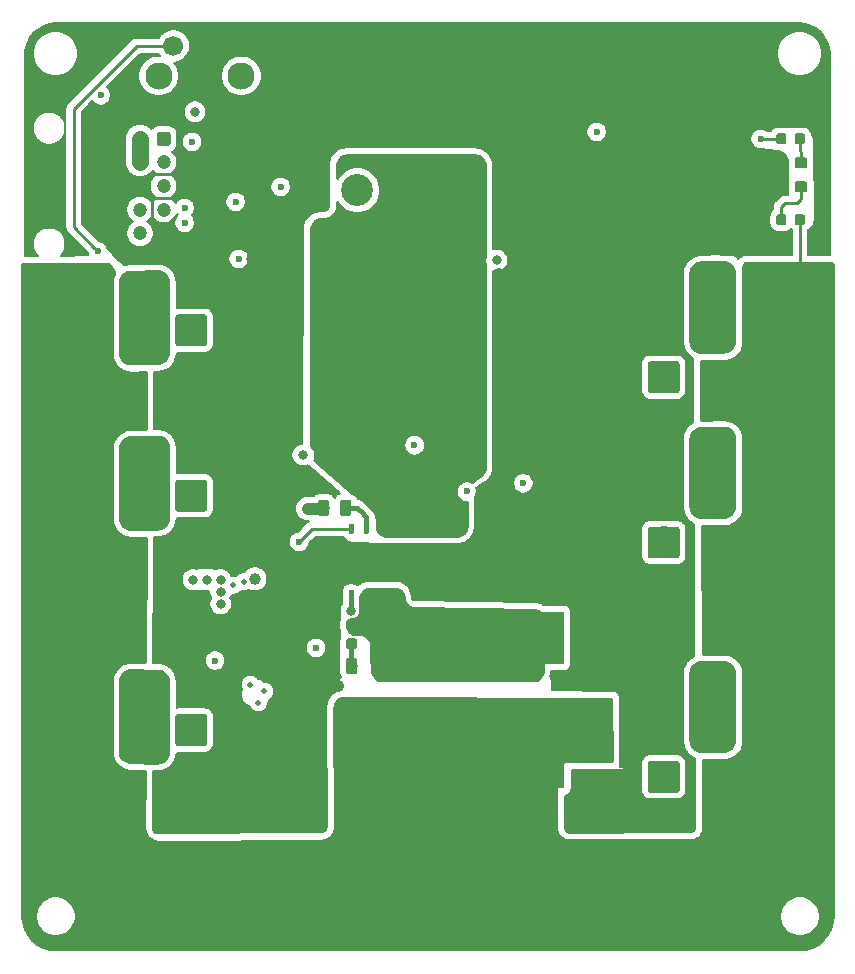
<source format=gbr>
G04 #@! TF.GenerationSoftware,KiCad,Pcbnew,(5.1.0-0)*
G04 #@! TF.CreationDate,2019-06-11T08:39:26-04:00*
G04 #@! TF.ProjectId,Power Board,506f7765-7220-4426-9f61-72642e6b6963,rev?*
G04 #@! TF.SameCoordinates,Original*
G04 #@! TF.FileFunction,Copper,L1,Top*
G04 #@! TF.FilePolarity,Positive*
%FSLAX46Y46*%
G04 Gerber Fmt 4.6, Leading zero omitted, Abs format (unit mm)*
G04 Created by KiCad (PCBNEW (5.1.0-0)) date 2019-06-11 08:39:26*
%MOMM*%
%LPD*%
G04 APERTURE LIST*
%ADD10C,0.100000*%
%ADD11C,3.000000*%
%ADD12R,16.510000X4.520000*%
%ADD13C,1.250000*%
%ADD14C,0.810000*%
%ADD15C,1.150000*%
%ADD16C,1.110000*%
%ADD17C,0.400000*%
%ADD18C,3.156000*%
%ADD19C,0.410000*%
%ADD20C,1.680000*%
%ADD21C,0.500000*%
%ADD22C,1.200000*%
%ADD23C,0.508000*%
%ADD24C,2.300000*%
%ADD25C,1.700000*%
%ADD26R,1.700000X1.700000*%
%ADD27C,1.100000*%
%ADD28C,2.700000*%
%ADD29C,0.975000*%
%ADD30C,0.950000*%
%ADD31C,0.875000*%
%ADD32C,0.600000*%
%ADD33C,1.000000*%
%ADD34C,0.800000*%
%ADD35C,0.254000*%
%ADD36C,1.000000*%
%ADD37C,0.975000*%
%ADD38C,0.400000*%
%ADD39C,2.000000*%
%ADD40C,1.400000*%
%ADD41C,0.250000*%
%ADD42C,0.127000*%
G04 APERTURE END LIST*
D10*
G36*
X122330763Y-96956611D02*
G01*
X122403568Y-96967411D01*
X122474964Y-96985295D01*
X122544263Y-97010090D01*
X122610798Y-97041559D01*
X122673928Y-97079398D01*
X122733045Y-97123242D01*
X122787580Y-97172670D01*
X122837008Y-97227205D01*
X122880852Y-97286322D01*
X122918691Y-97349452D01*
X122950160Y-97415987D01*
X122974955Y-97485286D01*
X122992839Y-97556682D01*
X123003639Y-97629487D01*
X123007250Y-97703000D01*
X123007250Y-99203000D01*
X123003639Y-99276513D01*
X122992839Y-99349318D01*
X122974955Y-99420714D01*
X122950160Y-99490013D01*
X122918691Y-99556548D01*
X122880852Y-99619678D01*
X122837008Y-99678795D01*
X122787580Y-99733330D01*
X122733045Y-99782758D01*
X122673928Y-99826602D01*
X122610798Y-99864441D01*
X122544263Y-99895910D01*
X122474964Y-99920705D01*
X122403568Y-99938589D01*
X122330763Y-99949389D01*
X122257250Y-99953000D01*
X120757250Y-99953000D01*
X120683737Y-99949389D01*
X120610932Y-99938589D01*
X120539536Y-99920705D01*
X120470237Y-99895910D01*
X120403702Y-99864441D01*
X120340572Y-99826602D01*
X120281455Y-99782758D01*
X120226920Y-99733330D01*
X120177492Y-99678795D01*
X120133648Y-99619678D01*
X120095809Y-99556548D01*
X120064340Y-99490013D01*
X120039545Y-99420714D01*
X120021661Y-99349318D01*
X120010861Y-99276513D01*
X120007250Y-99203000D01*
X120007250Y-97703000D01*
X120010861Y-97629487D01*
X120021661Y-97556682D01*
X120039545Y-97485286D01*
X120064340Y-97415987D01*
X120095809Y-97349452D01*
X120133648Y-97286322D01*
X120177492Y-97227205D01*
X120226920Y-97172670D01*
X120281455Y-97123242D01*
X120340572Y-97079398D01*
X120403702Y-97041559D01*
X120470237Y-97010090D01*
X120539536Y-96985295D01*
X120610932Y-96967411D01*
X120683737Y-96956611D01*
X120757250Y-96953000D01*
X122257250Y-96953000D01*
X122330763Y-96956611D01*
X122330763Y-96956611D01*
G37*
D11*
X121507250Y-98453000D03*
D10*
G36*
X118189513Y-96956611D02*
G01*
X118262318Y-96967411D01*
X118333714Y-96985295D01*
X118403013Y-97010090D01*
X118469548Y-97041559D01*
X118532678Y-97079398D01*
X118591795Y-97123242D01*
X118646330Y-97172670D01*
X118695758Y-97227205D01*
X118739602Y-97286322D01*
X118777441Y-97349452D01*
X118808910Y-97415987D01*
X118833705Y-97485286D01*
X118851589Y-97556682D01*
X118862389Y-97629487D01*
X118866000Y-97703000D01*
X118866000Y-99203000D01*
X118862389Y-99276513D01*
X118851589Y-99349318D01*
X118833705Y-99420714D01*
X118808910Y-99490013D01*
X118777441Y-99556548D01*
X118739602Y-99619678D01*
X118695758Y-99678795D01*
X118646330Y-99733330D01*
X118591795Y-99782758D01*
X118532678Y-99826602D01*
X118469548Y-99864441D01*
X118403013Y-99895910D01*
X118333714Y-99920705D01*
X118262318Y-99938589D01*
X118189513Y-99949389D01*
X118116000Y-99953000D01*
X116616000Y-99953000D01*
X116542487Y-99949389D01*
X116469682Y-99938589D01*
X116398286Y-99920705D01*
X116328987Y-99895910D01*
X116262452Y-99864441D01*
X116199322Y-99826602D01*
X116140205Y-99782758D01*
X116085670Y-99733330D01*
X116036242Y-99678795D01*
X115992398Y-99619678D01*
X115954559Y-99556548D01*
X115923090Y-99490013D01*
X115898295Y-99420714D01*
X115880411Y-99349318D01*
X115869611Y-99276513D01*
X115866000Y-99203000D01*
X115866000Y-97703000D01*
X115869611Y-97629487D01*
X115880411Y-97556682D01*
X115898295Y-97485286D01*
X115923090Y-97415987D01*
X115954559Y-97349452D01*
X115992398Y-97286322D01*
X116036242Y-97227205D01*
X116085670Y-97172670D01*
X116140205Y-97123242D01*
X116199322Y-97079398D01*
X116262452Y-97041559D01*
X116328987Y-97010090D01*
X116398286Y-96985295D01*
X116469682Y-96967411D01*
X116542487Y-96956611D01*
X116616000Y-96953000D01*
X118116000Y-96953000D01*
X118189513Y-96956611D01*
X118189513Y-96956611D01*
G37*
D11*
X117366000Y-98453000D03*
D10*
G36*
X114076013Y-96956611D02*
G01*
X114148818Y-96967411D01*
X114220214Y-96985295D01*
X114289513Y-97010090D01*
X114356048Y-97041559D01*
X114419178Y-97079398D01*
X114478295Y-97123242D01*
X114532830Y-97172670D01*
X114582258Y-97227205D01*
X114626102Y-97286322D01*
X114663941Y-97349452D01*
X114695410Y-97415987D01*
X114720205Y-97485286D01*
X114738089Y-97556682D01*
X114748889Y-97629487D01*
X114752500Y-97703000D01*
X114752500Y-99203000D01*
X114748889Y-99276513D01*
X114738089Y-99349318D01*
X114720205Y-99420714D01*
X114695410Y-99490013D01*
X114663941Y-99556548D01*
X114626102Y-99619678D01*
X114582258Y-99678795D01*
X114532830Y-99733330D01*
X114478295Y-99782758D01*
X114419178Y-99826602D01*
X114356048Y-99864441D01*
X114289513Y-99895910D01*
X114220214Y-99920705D01*
X114148818Y-99938589D01*
X114076013Y-99949389D01*
X114002500Y-99953000D01*
X112502500Y-99953000D01*
X112428987Y-99949389D01*
X112356182Y-99938589D01*
X112284786Y-99920705D01*
X112215487Y-99895910D01*
X112148952Y-99864441D01*
X112085822Y-99826602D01*
X112026705Y-99782758D01*
X111972170Y-99733330D01*
X111922742Y-99678795D01*
X111878898Y-99619678D01*
X111841059Y-99556548D01*
X111809590Y-99490013D01*
X111784795Y-99420714D01*
X111766911Y-99349318D01*
X111756111Y-99276513D01*
X111752500Y-99203000D01*
X111752500Y-97703000D01*
X111756111Y-97629487D01*
X111766911Y-97556682D01*
X111784795Y-97485286D01*
X111809590Y-97415987D01*
X111841059Y-97349452D01*
X111878898Y-97286322D01*
X111922742Y-97227205D01*
X111972170Y-97172670D01*
X112026705Y-97123242D01*
X112085822Y-97079398D01*
X112148952Y-97041559D01*
X112215487Y-97010090D01*
X112284786Y-96985295D01*
X112356182Y-96967411D01*
X112428987Y-96956611D01*
X112502500Y-96953000D01*
X114002500Y-96953000D01*
X114076013Y-96956611D01*
X114076013Y-96956611D01*
G37*
D11*
X113252500Y-98453000D03*
D10*
G36*
X109948013Y-96956611D02*
G01*
X110020818Y-96967411D01*
X110092214Y-96985295D01*
X110161513Y-97010090D01*
X110228048Y-97041559D01*
X110291178Y-97079398D01*
X110350295Y-97123242D01*
X110404830Y-97172670D01*
X110454258Y-97227205D01*
X110498102Y-97286322D01*
X110535941Y-97349452D01*
X110567410Y-97415987D01*
X110592205Y-97485286D01*
X110610089Y-97556682D01*
X110620889Y-97629487D01*
X110624500Y-97703000D01*
X110624500Y-99203000D01*
X110620889Y-99276513D01*
X110610089Y-99349318D01*
X110592205Y-99420714D01*
X110567410Y-99490013D01*
X110535941Y-99556548D01*
X110498102Y-99619678D01*
X110454258Y-99678795D01*
X110404830Y-99733330D01*
X110350295Y-99782758D01*
X110291178Y-99826602D01*
X110228048Y-99864441D01*
X110161513Y-99895910D01*
X110092214Y-99920705D01*
X110020818Y-99938589D01*
X109948013Y-99949389D01*
X109874500Y-99953000D01*
X108374500Y-99953000D01*
X108300987Y-99949389D01*
X108228182Y-99938589D01*
X108156786Y-99920705D01*
X108087487Y-99895910D01*
X108020952Y-99864441D01*
X107957822Y-99826602D01*
X107898705Y-99782758D01*
X107844170Y-99733330D01*
X107794742Y-99678795D01*
X107750898Y-99619678D01*
X107713059Y-99556548D01*
X107681590Y-99490013D01*
X107656795Y-99420714D01*
X107638911Y-99349318D01*
X107628111Y-99276513D01*
X107624500Y-99203000D01*
X107624500Y-97703000D01*
X107628111Y-97629487D01*
X107638911Y-97556682D01*
X107656795Y-97485286D01*
X107681590Y-97415987D01*
X107713059Y-97349452D01*
X107750898Y-97286322D01*
X107794742Y-97227205D01*
X107844170Y-97172670D01*
X107898705Y-97123242D01*
X107957822Y-97079398D01*
X108020952Y-97041559D01*
X108087487Y-97010090D01*
X108156786Y-96985295D01*
X108228182Y-96967411D01*
X108300987Y-96956611D01*
X108374500Y-96953000D01*
X109874500Y-96953000D01*
X109948013Y-96956611D01*
X109948013Y-96956611D01*
G37*
D11*
X109124500Y-98453000D03*
D10*
G36*
X122330863Y-86486611D02*
G01*
X122403668Y-86497411D01*
X122475064Y-86515295D01*
X122544363Y-86540090D01*
X122610898Y-86571559D01*
X122674028Y-86609398D01*
X122733145Y-86653242D01*
X122787680Y-86702670D01*
X122837108Y-86757205D01*
X122880952Y-86816322D01*
X122918791Y-86879452D01*
X122950260Y-86945987D01*
X122975055Y-87015286D01*
X122992939Y-87086682D01*
X123003739Y-87159487D01*
X123007350Y-87233000D01*
X123007350Y-88733000D01*
X123003739Y-88806513D01*
X122992939Y-88879318D01*
X122975055Y-88950714D01*
X122950260Y-89020013D01*
X122918791Y-89086548D01*
X122880952Y-89149678D01*
X122837108Y-89208795D01*
X122787680Y-89263330D01*
X122733145Y-89312758D01*
X122674028Y-89356602D01*
X122610898Y-89394441D01*
X122544363Y-89425910D01*
X122475064Y-89450705D01*
X122403668Y-89468589D01*
X122330863Y-89479389D01*
X122257350Y-89483000D01*
X120757350Y-89483000D01*
X120683837Y-89479389D01*
X120611032Y-89468589D01*
X120539636Y-89450705D01*
X120470337Y-89425910D01*
X120403802Y-89394441D01*
X120340672Y-89356602D01*
X120281555Y-89312758D01*
X120227020Y-89263330D01*
X120177592Y-89208795D01*
X120133748Y-89149678D01*
X120095909Y-89086548D01*
X120064440Y-89020013D01*
X120039645Y-88950714D01*
X120021761Y-88879318D01*
X120010961Y-88806513D01*
X120007350Y-88733000D01*
X120007350Y-87233000D01*
X120010961Y-87159487D01*
X120021761Y-87086682D01*
X120039645Y-87015286D01*
X120064440Y-86945987D01*
X120095909Y-86879452D01*
X120133748Y-86816322D01*
X120177592Y-86757205D01*
X120227020Y-86702670D01*
X120281555Y-86653242D01*
X120340672Y-86609398D01*
X120403802Y-86571559D01*
X120470337Y-86540090D01*
X120539636Y-86515295D01*
X120611032Y-86497411D01*
X120683837Y-86486611D01*
X120757350Y-86483000D01*
X122257350Y-86483000D01*
X122330863Y-86486611D01*
X122330863Y-86486611D01*
G37*
D11*
X121507350Y-87983000D03*
D10*
G36*
X118203263Y-86486611D02*
G01*
X118276068Y-86497411D01*
X118347464Y-86515295D01*
X118416763Y-86540090D01*
X118483298Y-86571559D01*
X118546428Y-86609398D01*
X118605545Y-86653242D01*
X118660080Y-86702670D01*
X118709508Y-86757205D01*
X118753352Y-86816322D01*
X118791191Y-86879452D01*
X118822660Y-86945987D01*
X118847455Y-87015286D01*
X118865339Y-87086682D01*
X118876139Y-87159487D01*
X118879750Y-87233000D01*
X118879750Y-88733000D01*
X118876139Y-88806513D01*
X118865339Y-88879318D01*
X118847455Y-88950714D01*
X118822660Y-89020013D01*
X118791191Y-89086548D01*
X118753352Y-89149678D01*
X118709508Y-89208795D01*
X118660080Y-89263330D01*
X118605545Y-89312758D01*
X118546428Y-89356602D01*
X118483298Y-89394441D01*
X118416763Y-89425910D01*
X118347464Y-89450705D01*
X118276068Y-89468589D01*
X118203263Y-89479389D01*
X118129750Y-89483000D01*
X116629750Y-89483000D01*
X116556237Y-89479389D01*
X116483432Y-89468589D01*
X116412036Y-89450705D01*
X116342737Y-89425910D01*
X116276202Y-89394441D01*
X116213072Y-89356602D01*
X116153955Y-89312758D01*
X116099420Y-89263330D01*
X116049992Y-89208795D01*
X116006148Y-89149678D01*
X115968309Y-89086548D01*
X115936840Y-89020013D01*
X115912045Y-88950714D01*
X115894161Y-88879318D01*
X115883361Y-88806513D01*
X115879750Y-88733000D01*
X115879750Y-87233000D01*
X115883361Y-87159487D01*
X115894161Y-87086682D01*
X115912045Y-87015286D01*
X115936840Y-86945987D01*
X115968309Y-86879452D01*
X116006148Y-86816322D01*
X116049992Y-86757205D01*
X116099420Y-86702670D01*
X116153955Y-86653242D01*
X116213072Y-86609398D01*
X116276202Y-86571559D01*
X116342737Y-86540090D01*
X116412036Y-86515295D01*
X116483432Y-86497411D01*
X116556237Y-86486611D01*
X116629750Y-86483000D01*
X118129750Y-86483000D01*
X118203263Y-86486611D01*
X118203263Y-86486611D01*
G37*
D11*
X117379750Y-87983000D03*
D10*
G36*
X114076013Y-86486611D02*
G01*
X114148818Y-86497411D01*
X114220214Y-86515295D01*
X114289513Y-86540090D01*
X114356048Y-86571559D01*
X114419178Y-86609398D01*
X114478295Y-86653242D01*
X114532830Y-86702670D01*
X114582258Y-86757205D01*
X114626102Y-86816322D01*
X114663941Y-86879452D01*
X114695410Y-86945987D01*
X114720205Y-87015286D01*
X114738089Y-87086682D01*
X114748889Y-87159487D01*
X114752500Y-87233000D01*
X114752500Y-88733000D01*
X114748889Y-88806513D01*
X114738089Y-88879318D01*
X114720205Y-88950714D01*
X114695410Y-89020013D01*
X114663941Y-89086548D01*
X114626102Y-89149678D01*
X114582258Y-89208795D01*
X114532830Y-89263330D01*
X114478295Y-89312758D01*
X114419178Y-89356602D01*
X114356048Y-89394441D01*
X114289513Y-89425910D01*
X114220214Y-89450705D01*
X114148818Y-89468589D01*
X114076013Y-89479389D01*
X114002500Y-89483000D01*
X112502500Y-89483000D01*
X112428987Y-89479389D01*
X112356182Y-89468589D01*
X112284786Y-89450705D01*
X112215487Y-89425910D01*
X112148952Y-89394441D01*
X112085822Y-89356602D01*
X112026705Y-89312758D01*
X111972170Y-89263330D01*
X111922742Y-89208795D01*
X111878898Y-89149678D01*
X111841059Y-89086548D01*
X111809590Y-89020013D01*
X111784795Y-88950714D01*
X111766911Y-88879318D01*
X111756111Y-88806513D01*
X111752500Y-88733000D01*
X111752500Y-87233000D01*
X111756111Y-87159487D01*
X111766911Y-87086682D01*
X111784795Y-87015286D01*
X111809590Y-86945987D01*
X111841059Y-86879452D01*
X111878898Y-86816322D01*
X111922742Y-86757205D01*
X111972170Y-86702670D01*
X112026705Y-86653242D01*
X112085822Y-86609398D01*
X112148952Y-86571559D01*
X112215487Y-86540090D01*
X112284786Y-86515295D01*
X112356182Y-86497411D01*
X112428987Y-86486611D01*
X112502500Y-86483000D01*
X114002500Y-86483000D01*
X114076013Y-86486611D01*
X114076013Y-86486611D01*
G37*
D11*
X113252500Y-87983000D03*
D10*
G36*
X109948013Y-86486611D02*
G01*
X110020818Y-86497411D01*
X110092214Y-86515295D01*
X110161513Y-86540090D01*
X110228048Y-86571559D01*
X110291178Y-86609398D01*
X110350295Y-86653242D01*
X110404830Y-86702670D01*
X110454258Y-86757205D01*
X110498102Y-86816322D01*
X110535941Y-86879452D01*
X110567410Y-86945987D01*
X110592205Y-87015286D01*
X110610089Y-87086682D01*
X110620889Y-87159487D01*
X110624500Y-87233000D01*
X110624500Y-88733000D01*
X110620889Y-88806513D01*
X110610089Y-88879318D01*
X110592205Y-88950714D01*
X110567410Y-89020013D01*
X110535941Y-89086548D01*
X110498102Y-89149678D01*
X110454258Y-89208795D01*
X110404830Y-89263330D01*
X110350295Y-89312758D01*
X110291178Y-89356602D01*
X110228048Y-89394441D01*
X110161513Y-89425910D01*
X110092214Y-89450705D01*
X110020818Y-89468589D01*
X109948013Y-89479389D01*
X109874500Y-89483000D01*
X108374500Y-89483000D01*
X108300987Y-89479389D01*
X108228182Y-89468589D01*
X108156786Y-89450705D01*
X108087487Y-89425910D01*
X108020952Y-89394441D01*
X107957822Y-89356602D01*
X107898705Y-89312758D01*
X107844170Y-89263330D01*
X107794742Y-89208795D01*
X107750898Y-89149678D01*
X107713059Y-89086548D01*
X107681590Y-89020013D01*
X107656795Y-88950714D01*
X107638911Y-88879318D01*
X107628111Y-88806513D01*
X107624500Y-88733000D01*
X107624500Y-87233000D01*
X107628111Y-87159487D01*
X107638911Y-87086682D01*
X107656795Y-87015286D01*
X107681590Y-86945987D01*
X107713059Y-86879452D01*
X107750898Y-86816322D01*
X107794742Y-86757205D01*
X107844170Y-86702670D01*
X107898705Y-86653242D01*
X107957822Y-86609398D01*
X108020952Y-86571559D01*
X108087487Y-86540090D01*
X108156786Y-86515295D01*
X108228182Y-86497411D01*
X108300987Y-86486611D01*
X108374500Y-86483000D01*
X109874500Y-86483000D01*
X109948013Y-86486611D01*
X109948013Y-86486611D01*
G37*
D11*
X109124500Y-87983000D03*
D12*
X115316000Y-98453000D03*
X115316000Y-87983000D03*
D10*
G36*
X139999504Y-90426204D02*
G01*
X140023773Y-90429804D01*
X140047571Y-90435765D01*
X140070671Y-90444030D01*
X140092849Y-90454520D01*
X140113893Y-90467133D01*
X140133598Y-90481747D01*
X140151777Y-90498223D01*
X140168253Y-90516402D01*
X140182867Y-90536107D01*
X140195480Y-90557151D01*
X140205970Y-90579329D01*
X140214235Y-90602429D01*
X140220196Y-90626227D01*
X140223796Y-90650496D01*
X140225000Y-90675000D01*
X140225000Y-91925000D01*
X140223796Y-91949504D01*
X140220196Y-91973773D01*
X140214235Y-91997571D01*
X140205970Y-92020671D01*
X140195480Y-92042849D01*
X140182867Y-92063893D01*
X140168253Y-92083598D01*
X140151777Y-92101777D01*
X140133598Y-92118253D01*
X140113893Y-92132867D01*
X140092849Y-92145480D01*
X140070671Y-92155970D01*
X140047571Y-92164235D01*
X140023773Y-92170196D01*
X139999504Y-92173796D01*
X139975000Y-92175000D01*
X139225000Y-92175000D01*
X139200496Y-92173796D01*
X139176227Y-92170196D01*
X139152429Y-92164235D01*
X139129329Y-92155970D01*
X139107151Y-92145480D01*
X139086107Y-92132867D01*
X139066402Y-92118253D01*
X139048223Y-92101777D01*
X139031747Y-92083598D01*
X139017133Y-92063893D01*
X139004520Y-92042849D01*
X138994030Y-92020671D01*
X138985765Y-91997571D01*
X138979804Y-91973773D01*
X138976204Y-91949504D01*
X138975000Y-91925000D01*
X138975000Y-90675000D01*
X138976204Y-90650496D01*
X138979804Y-90626227D01*
X138985765Y-90602429D01*
X138994030Y-90579329D01*
X139004520Y-90557151D01*
X139017133Y-90536107D01*
X139031747Y-90516402D01*
X139048223Y-90498223D01*
X139066402Y-90481747D01*
X139086107Y-90467133D01*
X139107151Y-90454520D01*
X139129329Y-90444030D01*
X139152429Y-90435765D01*
X139176227Y-90429804D01*
X139200496Y-90426204D01*
X139225000Y-90425000D01*
X139975000Y-90425000D01*
X139999504Y-90426204D01*
X139999504Y-90426204D01*
G37*
D13*
X139600000Y-91300000D03*
D10*
G36*
X137199504Y-90426204D02*
G01*
X137223773Y-90429804D01*
X137247571Y-90435765D01*
X137270671Y-90444030D01*
X137292849Y-90454520D01*
X137313893Y-90467133D01*
X137333598Y-90481747D01*
X137351777Y-90498223D01*
X137368253Y-90516402D01*
X137382867Y-90536107D01*
X137395480Y-90557151D01*
X137405970Y-90579329D01*
X137414235Y-90602429D01*
X137420196Y-90626227D01*
X137423796Y-90650496D01*
X137425000Y-90675000D01*
X137425000Y-91925000D01*
X137423796Y-91949504D01*
X137420196Y-91973773D01*
X137414235Y-91997571D01*
X137405970Y-92020671D01*
X137395480Y-92042849D01*
X137382867Y-92063893D01*
X137368253Y-92083598D01*
X137351777Y-92101777D01*
X137333598Y-92118253D01*
X137313893Y-92132867D01*
X137292849Y-92145480D01*
X137270671Y-92155970D01*
X137247571Y-92164235D01*
X137223773Y-92170196D01*
X137199504Y-92173796D01*
X137175000Y-92175000D01*
X136425000Y-92175000D01*
X136400496Y-92173796D01*
X136376227Y-92170196D01*
X136352429Y-92164235D01*
X136329329Y-92155970D01*
X136307151Y-92145480D01*
X136286107Y-92132867D01*
X136266402Y-92118253D01*
X136248223Y-92101777D01*
X136231747Y-92083598D01*
X136217133Y-92063893D01*
X136204520Y-92042849D01*
X136194030Y-92020671D01*
X136185765Y-91997571D01*
X136179804Y-91973773D01*
X136176204Y-91949504D01*
X136175000Y-91925000D01*
X136175000Y-90675000D01*
X136176204Y-90650496D01*
X136179804Y-90626227D01*
X136185765Y-90602429D01*
X136194030Y-90579329D01*
X136204520Y-90557151D01*
X136217133Y-90536107D01*
X136231747Y-90516402D01*
X136248223Y-90498223D01*
X136266402Y-90481747D01*
X136286107Y-90467133D01*
X136307151Y-90454520D01*
X136329329Y-90444030D01*
X136352429Y-90435765D01*
X136376227Y-90429804D01*
X136400496Y-90426204D01*
X136425000Y-90425000D01*
X137175000Y-90425000D01*
X137199504Y-90426204D01*
X137199504Y-90426204D01*
G37*
D13*
X136800000Y-91300000D03*
D10*
G36*
X139999504Y-70626204D02*
G01*
X140023773Y-70629804D01*
X140047571Y-70635765D01*
X140070671Y-70644030D01*
X140092849Y-70654520D01*
X140113893Y-70667133D01*
X140133598Y-70681747D01*
X140151777Y-70698223D01*
X140168253Y-70716402D01*
X140182867Y-70736107D01*
X140195480Y-70757151D01*
X140205970Y-70779329D01*
X140214235Y-70802429D01*
X140220196Y-70826227D01*
X140223796Y-70850496D01*
X140225000Y-70875000D01*
X140225000Y-72125000D01*
X140223796Y-72149504D01*
X140220196Y-72173773D01*
X140214235Y-72197571D01*
X140205970Y-72220671D01*
X140195480Y-72242849D01*
X140182867Y-72263893D01*
X140168253Y-72283598D01*
X140151777Y-72301777D01*
X140133598Y-72318253D01*
X140113893Y-72332867D01*
X140092849Y-72345480D01*
X140070671Y-72355970D01*
X140047571Y-72364235D01*
X140023773Y-72370196D01*
X139999504Y-72373796D01*
X139975000Y-72375000D01*
X139225000Y-72375000D01*
X139200496Y-72373796D01*
X139176227Y-72370196D01*
X139152429Y-72364235D01*
X139129329Y-72355970D01*
X139107151Y-72345480D01*
X139086107Y-72332867D01*
X139066402Y-72318253D01*
X139048223Y-72301777D01*
X139031747Y-72283598D01*
X139017133Y-72263893D01*
X139004520Y-72242849D01*
X138994030Y-72220671D01*
X138985765Y-72197571D01*
X138979804Y-72173773D01*
X138976204Y-72149504D01*
X138975000Y-72125000D01*
X138975000Y-70875000D01*
X138976204Y-70850496D01*
X138979804Y-70826227D01*
X138985765Y-70802429D01*
X138994030Y-70779329D01*
X139004520Y-70757151D01*
X139017133Y-70736107D01*
X139031747Y-70716402D01*
X139048223Y-70698223D01*
X139066402Y-70681747D01*
X139086107Y-70667133D01*
X139107151Y-70654520D01*
X139129329Y-70644030D01*
X139152429Y-70635765D01*
X139176227Y-70629804D01*
X139200496Y-70626204D01*
X139225000Y-70625000D01*
X139975000Y-70625000D01*
X139999504Y-70626204D01*
X139999504Y-70626204D01*
G37*
D13*
X139600000Y-71500000D03*
D10*
G36*
X137199504Y-70626204D02*
G01*
X137223773Y-70629804D01*
X137247571Y-70635765D01*
X137270671Y-70644030D01*
X137292849Y-70654520D01*
X137313893Y-70667133D01*
X137333598Y-70681747D01*
X137351777Y-70698223D01*
X137368253Y-70716402D01*
X137382867Y-70736107D01*
X137395480Y-70757151D01*
X137405970Y-70779329D01*
X137414235Y-70802429D01*
X137420196Y-70826227D01*
X137423796Y-70850496D01*
X137425000Y-70875000D01*
X137425000Y-72125000D01*
X137423796Y-72149504D01*
X137420196Y-72173773D01*
X137414235Y-72197571D01*
X137405970Y-72220671D01*
X137395480Y-72242849D01*
X137382867Y-72263893D01*
X137368253Y-72283598D01*
X137351777Y-72301777D01*
X137333598Y-72318253D01*
X137313893Y-72332867D01*
X137292849Y-72345480D01*
X137270671Y-72355970D01*
X137247571Y-72364235D01*
X137223773Y-72370196D01*
X137199504Y-72373796D01*
X137175000Y-72375000D01*
X136425000Y-72375000D01*
X136400496Y-72373796D01*
X136376227Y-72370196D01*
X136352429Y-72364235D01*
X136329329Y-72355970D01*
X136307151Y-72345480D01*
X136286107Y-72332867D01*
X136266402Y-72318253D01*
X136248223Y-72301777D01*
X136231747Y-72283598D01*
X136217133Y-72263893D01*
X136204520Y-72242849D01*
X136194030Y-72220671D01*
X136185765Y-72197571D01*
X136179804Y-72173773D01*
X136176204Y-72149504D01*
X136175000Y-72125000D01*
X136175000Y-70875000D01*
X136176204Y-70850496D01*
X136179804Y-70826227D01*
X136185765Y-70802429D01*
X136194030Y-70779329D01*
X136204520Y-70757151D01*
X136217133Y-70736107D01*
X136231747Y-70716402D01*
X136248223Y-70698223D01*
X136266402Y-70681747D01*
X136286107Y-70667133D01*
X136307151Y-70654520D01*
X136329329Y-70644030D01*
X136352429Y-70635765D01*
X136376227Y-70629804D01*
X136400496Y-70626204D01*
X136425000Y-70625000D01*
X137175000Y-70625000D01*
X137199504Y-70626204D01*
X137199504Y-70626204D01*
G37*
D13*
X136800000Y-71500000D03*
D10*
G36*
X139999504Y-56626204D02*
G01*
X140023773Y-56629804D01*
X140047571Y-56635765D01*
X140070671Y-56644030D01*
X140092849Y-56654520D01*
X140113893Y-56667133D01*
X140133598Y-56681747D01*
X140151777Y-56698223D01*
X140168253Y-56716402D01*
X140182867Y-56736107D01*
X140195480Y-56757151D01*
X140205970Y-56779329D01*
X140214235Y-56802429D01*
X140220196Y-56826227D01*
X140223796Y-56850496D01*
X140225000Y-56875000D01*
X140225000Y-58125000D01*
X140223796Y-58149504D01*
X140220196Y-58173773D01*
X140214235Y-58197571D01*
X140205970Y-58220671D01*
X140195480Y-58242849D01*
X140182867Y-58263893D01*
X140168253Y-58283598D01*
X140151777Y-58301777D01*
X140133598Y-58318253D01*
X140113893Y-58332867D01*
X140092849Y-58345480D01*
X140070671Y-58355970D01*
X140047571Y-58364235D01*
X140023773Y-58370196D01*
X139999504Y-58373796D01*
X139975000Y-58375000D01*
X139225000Y-58375000D01*
X139200496Y-58373796D01*
X139176227Y-58370196D01*
X139152429Y-58364235D01*
X139129329Y-58355970D01*
X139107151Y-58345480D01*
X139086107Y-58332867D01*
X139066402Y-58318253D01*
X139048223Y-58301777D01*
X139031747Y-58283598D01*
X139017133Y-58263893D01*
X139004520Y-58242849D01*
X138994030Y-58220671D01*
X138985765Y-58197571D01*
X138979804Y-58173773D01*
X138976204Y-58149504D01*
X138975000Y-58125000D01*
X138975000Y-56875000D01*
X138976204Y-56850496D01*
X138979804Y-56826227D01*
X138985765Y-56802429D01*
X138994030Y-56779329D01*
X139004520Y-56757151D01*
X139017133Y-56736107D01*
X139031747Y-56716402D01*
X139048223Y-56698223D01*
X139066402Y-56681747D01*
X139086107Y-56667133D01*
X139107151Y-56654520D01*
X139129329Y-56644030D01*
X139152429Y-56635765D01*
X139176227Y-56629804D01*
X139200496Y-56626204D01*
X139225000Y-56625000D01*
X139975000Y-56625000D01*
X139999504Y-56626204D01*
X139999504Y-56626204D01*
G37*
D13*
X139600000Y-57500000D03*
D10*
G36*
X137199504Y-56626204D02*
G01*
X137223773Y-56629804D01*
X137247571Y-56635765D01*
X137270671Y-56644030D01*
X137292849Y-56654520D01*
X137313893Y-56667133D01*
X137333598Y-56681747D01*
X137351777Y-56698223D01*
X137368253Y-56716402D01*
X137382867Y-56736107D01*
X137395480Y-56757151D01*
X137405970Y-56779329D01*
X137414235Y-56802429D01*
X137420196Y-56826227D01*
X137423796Y-56850496D01*
X137425000Y-56875000D01*
X137425000Y-58125000D01*
X137423796Y-58149504D01*
X137420196Y-58173773D01*
X137414235Y-58197571D01*
X137405970Y-58220671D01*
X137395480Y-58242849D01*
X137382867Y-58263893D01*
X137368253Y-58283598D01*
X137351777Y-58301777D01*
X137333598Y-58318253D01*
X137313893Y-58332867D01*
X137292849Y-58345480D01*
X137270671Y-58355970D01*
X137247571Y-58364235D01*
X137223773Y-58370196D01*
X137199504Y-58373796D01*
X137175000Y-58375000D01*
X136425000Y-58375000D01*
X136400496Y-58373796D01*
X136376227Y-58370196D01*
X136352429Y-58364235D01*
X136329329Y-58355970D01*
X136307151Y-58345480D01*
X136286107Y-58332867D01*
X136266402Y-58318253D01*
X136248223Y-58301777D01*
X136231747Y-58283598D01*
X136217133Y-58263893D01*
X136204520Y-58242849D01*
X136194030Y-58220671D01*
X136185765Y-58197571D01*
X136179804Y-58173773D01*
X136176204Y-58149504D01*
X136175000Y-58125000D01*
X136175000Y-56875000D01*
X136176204Y-56850496D01*
X136179804Y-56826227D01*
X136185765Y-56802429D01*
X136194030Y-56779329D01*
X136204520Y-56757151D01*
X136217133Y-56736107D01*
X136231747Y-56716402D01*
X136248223Y-56698223D01*
X136266402Y-56681747D01*
X136286107Y-56667133D01*
X136307151Y-56654520D01*
X136329329Y-56644030D01*
X136352429Y-56635765D01*
X136376227Y-56629804D01*
X136400496Y-56626204D01*
X136425000Y-56625000D01*
X137175000Y-56625000D01*
X137199504Y-56626204D01*
X137199504Y-56626204D01*
G37*
D13*
X136800000Y-57500000D03*
D10*
G36*
X85099504Y-91126204D02*
G01*
X85123773Y-91129804D01*
X85147571Y-91135765D01*
X85170671Y-91144030D01*
X85192849Y-91154520D01*
X85213893Y-91167133D01*
X85233598Y-91181747D01*
X85251777Y-91198223D01*
X85268253Y-91216402D01*
X85282867Y-91236107D01*
X85295480Y-91257151D01*
X85305970Y-91279329D01*
X85314235Y-91302429D01*
X85320196Y-91326227D01*
X85323796Y-91350496D01*
X85325000Y-91375000D01*
X85325000Y-92625000D01*
X85323796Y-92649504D01*
X85320196Y-92673773D01*
X85314235Y-92697571D01*
X85305970Y-92720671D01*
X85295480Y-92742849D01*
X85282867Y-92763893D01*
X85268253Y-92783598D01*
X85251777Y-92801777D01*
X85233598Y-92818253D01*
X85213893Y-92832867D01*
X85192849Y-92845480D01*
X85170671Y-92855970D01*
X85147571Y-92864235D01*
X85123773Y-92870196D01*
X85099504Y-92873796D01*
X85075000Y-92875000D01*
X84325000Y-92875000D01*
X84300496Y-92873796D01*
X84276227Y-92870196D01*
X84252429Y-92864235D01*
X84229329Y-92855970D01*
X84207151Y-92845480D01*
X84186107Y-92832867D01*
X84166402Y-92818253D01*
X84148223Y-92801777D01*
X84131747Y-92783598D01*
X84117133Y-92763893D01*
X84104520Y-92742849D01*
X84094030Y-92720671D01*
X84085765Y-92697571D01*
X84079804Y-92673773D01*
X84076204Y-92649504D01*
X84075000Y-92625000D01*
X84075000Y-91375000D01*
X84076204Y-91350496D01*
X84079804Y-91326227D01*
X84085765Y-91302429D01*
X84094030Y-91279329D01*
X84104520Y-91257151D01*
X84117133Y-91236107D01*
X84131747Y-91216402D01*
X84148223Y-91198223D01*
X84166402Y-91181747D01*
X84186107Y-91167133D01*
X84207151Y-91154520D01*
X84229329Y-91144030D01*
X84252429Y-91135765D01*
X84276227Y-91129804D01*
X84300496Y-91126204D01*
X84325000Y-91125000D01*
X85075000Y-91125000D01*
X85099504Y-91126204D01*
X85099504Y-91126204D01*
G37*
D13*
X84700000Y-92000000D03*
D10*
G36*
X87899504Y-91126204D02*
G01*
X87923773Y-91129804D01*
X87947571Y-91135765D01*
X87970671Y-91144030D01*
X87992849Y-91154520D01*
X88013893Y-91167133D01*
X88033598Y-91181747D01*
X88051777Y-91198223D01*
X88068253Y-91216402D01*
X88082867Y-91236107D01*
X88095480Y-91257151D01*
X88105970Y-91279329D01*
X88114235Y-91302429D01*
X88120196Y-91326227D01*
X88123796Y-91350496D01*
X88125000Y-91375000D01*
X88125000Y-92625000D01*
X88123796Y-92649504D01*
X88120196Y-92673773D01*
X88114235Y-92697571D01*
X88105970Y-92720671D01*
X88095480Y-92742849D01*
X88082867Y-92763893D01*
X88068253Y-92783598D01*
X88051777Y-92801777D01*
X88033598Y-92818253D01*
X88013893Y-92832867D01*
X87992849Y-92845480D01*
X87970671Y-92855970D01*
X87947571Y-92864235D01*
X87923773Y-92870196D01*
X87899504Y-92873796D01*
X87875000Y-92875000D01*
X87125000Y-92875000D01*
X87100496Y-92873796D01*
X87076227Y-92870196D01*
X87052429Y-92864235D01*
X87029329Y-92855970D01*
X87007151Y-92845480D01*
X86986107Y-92832867D01*
X86966402Y-92818253D01*
X86948223Y-92801777D01*
X86931747Y-92783598D01*
X86917133Y-92763893D01*
X86904520Y-92742849D01*
X86894030Y-92720671D01*
X86885765Y-92697571D01*
X86879804Y-92673773D01*
X86876204Y-92649504D01*
X86875000Y-92625000D01*
X86875000Y-91375000D01*
X86876204Y-91350496D01*
X86879804Y-91326227D01*
X86885765Y-91302429D01*
X86894030Y-91279329D01*
X86904520Y-91257151D01*
X86917133Y-91236107D01*
X86931747Y-91216402D01*
X86948223Y-91198223D01*
X86966402Y-91181747D01*
X86986107Y-91167133D01*
X87007151Y-91154520D01*
X87029329Y-91144030D01*
X87052429Y-91135765D01*
X87076227Y-91129804D01*
X87100496Y-91126204D01*
X87125000Y-91125000D01*
X87875000Y-91125000D01*
X87899504Y-91126204D01*
X87899504Y-91126204D01*
G37*
D13*
X87500000Y-92000000D03*
D10*
G36*
X85099504Y-71326204D02*
G01*
X85123773Y-71329804D01*
X85147571Y-71335765D01*
X85170671Y-71344030D01*
X85192849Y-71354520D01*
X85213893Y-71367133D01*
X85233598Y-71381747D01*
X85251777Y-71398223D01*
X85268253Y-71416402D01*
X85282867Y-71436107D01*
X85295480Y-71457151D01*
X85305970Y-71479329D01*
X85314235Y-71502429D01*
X85320196Y-71526227D01*
X85323796Y-71550496D01*
X85325000Y-71575000D01*
X85325000Y-72825000D01*
X85323796Y-72849504D01*
X85320196Y-72873773D01*
X85314235Y-72897571D01*
X85305970Y-72920671D01*
X85295480Y-72942849D01*
X85282867Y-72963893D01*
X85268253Y-72983598D01*
X85251777Y-73001777D01*
X85233598Y-73018253D01*
X85213893Y-73032867D01*
X85192849Y-73045480D01*
X85170671Y-73055970D01*
X85147571Y-73064235D01*
X85123773Y-73070196D01*
X85099504Y-73073796D01*
X85075000Y-73075000D01*
X84325000Y-73075000D01*
X84300496Y-73073796D01*
X84276227Y-73070196D01*
X84252429Y-73064235D01*
X84229329Y-73055970D01*
X84207151Y-73045480D01*
X84186107Y-73032867D01*
X84166402Y-73018253D01*
X84148223Y-73001777D01*
X84131747Y-72983598D01*
X84117133Y-72963893D01*
X84104520Y-72942849D01*
X84094030Y-72920671D01*
X84085765Y-72897571D01*
X84079804Y-72873773D01*
X84076204Y-72849504D01*
X84075000Y-72825000D01*
X84075000Y-71575000D01*
X84076204Y-71550496D01*
X84079804Y-71526227D01*
X84085765Y-71502429D01*
X84094030Y-71479329D01*
X84104520Y-71457151D01*
X84117133Y-71436107D01*
X84131747Y-71416402D01*
X84148223Y-71398223D01*
X84166402Y-71381747D01*
X84186107Y-71367133D01*
X84207151Y-71354520D01*
X84229329Y-71344030D01*
X84252429Y-71335765D01*
X84276227Y-71329804D01*
X84300496Y-71326204D01*
X84325000Y-71325000D01*
X85075000Y-71325000D01*
X85099504Y-71326204D01*
X85099504Y-71326204D01*
G37*
D13*
X84700000Y-72200000D03*
D10*
G36*
X87899504Y-71326204D02*
G01*
X87923773Y-71329804D01*
X87947571Y-71335765D01*
X87970671Y-71344030D01*
X87992849Y-71354520D01*
X88013893Y-71367133D01*
X88033598Y-71381747D01*
X88051777Y-71398223D01*
X88068253Y-71416402D01*
X88082867Y-71436107D01*
X88095480Y-71457151D01*
X88105970Y-71479329D01*
X88114235Y-71502429D01*
X88120196Y-71526227D01*
X88123796Y-71550496D01*
X88125000Y-71575000D01*
X88125000Y-72825000D01*
X88123796Y-72849504D01*
X88120196Y-72873773D01*
X88114235Y-72897571D01*
X88105970Y-72920671D01*
X88095480Y-72942849D01*
X88082867Y-72963893D01*
X88068253Y-72983598D01*
X88051777Y-73001777D01*
X88033598Y-73018253D01*
X88013893Y-73032867D01*
X87992849Y-73045480D01*
X87970671Y-73055970D01*
X87947571Y-73064235D01*
X87923773Y-73070196D01*
X87899504Y-73073796D01*
X87875000Y-73075000D01*
X87125000Y-73075000D01*
X87100496Y-73073796D01*
X87076227Y-73070196D01*
X87052429Y-73064235D01*
X87029329Y-73055970D01*
X87007151Y-73045480D01*
X86986107Y-73032867D01*
X86966402Y-73018253D01*
X86948223Y-73001777D01*
X86931747Y-72983598D01*
X86917133Y-72963893D01*
X86904520Y-72942849D01*
X86894030Y-72920671D01*
X86885765Y-72897571D01*
X86879804Y-72873773D01*
X86876204Y-72849504D01*
X86875000Y-72825000D01*
X86875000Y-71575000D01*
X86876204Y-71550496D01*
X86879804Y-71526227D01*
X86885765Y-71502429D01*
X86894030Y-71479329D01*
X86904520Y-71457151D01*
X86917133Y-71436107D01*
X86931747Y-71416402D01*
X86948223Y-71398223D01*
X86966402Y-71381747D01*
X86986107Y-71367133D01*
X87007151Y-71354520D01*
X87029329Y-71344030D01*
X87052429Y-71335765D01*
X87076227Y-71329804D01*
X87100496Y-71326204D01*
X87125000Y-71325000D01*
X87875000Y-71325000D01*
X87899504Y-71326204D01*
X87899504Y-71326204D01*
G37*
D13*
X87500000Y-72200000D03*
D10*
G36*
X85099504Y-57326204D02*
G01*
X85123773Y-57329804D01*
X85147571Y-57335765D01*
X85170671Y-57344030D01*
X85192849Y-57354520D01*
X85213893Y-57367133D01*
X85233598Y-57381747D01*
X85251777Y-57398223D01*
X85268253Y-57416402D01*
X85282867Y-57436107D01*
X85295480Y-57457151D01*
X85305970Y-57479329D01*
X85314235Y-57502429D01*
X85320196Y-57526227D01*
X85323796Y-57550496D01*
X85325000Y-57575000D01*
X85325000Y-58825000D01*
X85323796Y-58849504D01*
X85320196Y-58873773D01*
X85314235Y-58897571D01*
X85305970Y-58920671D01*
X85295480Y-58942849D01*
X85282867Y-58963893D01*
X85268253Y-58983598D01*
X85251777Y-59001777D01*
X85233598Y-59018253D01*
X85213893Y-59032867D01*
X85192849Y-59045480D01*
X85170671Y-59055970D01*
X85147571Y-59064235D01*
X85123773Y-59070196D01*
X85099504Y-59073796D01*
X85075000Y-59075000D01*
X84325000Y-59075000D01*
X84300496Y-59073796D01*
X84276227Y-59070196D01*
X84252429Y-59064235D01*
X84229329Y-59055970D01*
X84207151Y-59045480D01*
X84186107Y-59032867D01*
X84166402Y-59018253D01*
X84148223Y-59001777D01*
X84131747Y-58983598D01*
X84117133Y-58963893D01*
X84104520Y-58942849D01*
X84094030Y-58920671D01*
X84085765Y-58897571D01*
X84079804Y-58873773D01*
X84076204Y-58849504D01*
X84075000Y-58825000D01*
X84075000Y-57575000D01*
X84076204Y-57550496D01*
X84079804Y-57526227D01*
X84085765Y-57502429D01*
X84094030Y-57479329D01*
X84104520Y-57457151D01*
X84117133Y-57436107D01*
X84131747Y-57416402D01*
X84148223Y-57398223D01*
X84166402Y-57381747D01*
X84186107Y-57367133D01*
X84207151Y-57354520D01*
X84229329Y-57344030D01*
X84252429Y-57335765D01*
X84276227Y-57329804D01*
X84300496Y-57326204D01*
X84325000Y-57325000D01*
X85075000Y-57325000D01*
X85099504Y-57326204D01*
X85099504Y-57326204D01*
G37*
D13*
X84700000Y-58200000D03*
D10*
G36*
X87899504Y-57326204D02*
G01*
X87923773Y-57329804D01*
X87947571Y-57335765D01*
X87970671Y-57344030D01*
X87992849Y-57354520D01*
X88013893Y-57367133D01*
X88033598Y-57381747D01*
X88051777Y-57398223D01*
X88068253Y-57416402D01*
X88082867Y-57436107D01*
X88095480Y-57457151D01*
X88105970Y-57479329D01*
X88114235Y-57502429D01*
X88120196Y-57526227D01*
X88123796Y-57550496D01*
X88125000Y-57575000D01*
X88125000Y-58825000D01*
X88123796Y-58849504D01*
X88120196Y-58873773D01*
X88114235Y-58897571D01*
X88105970Y-58920671D01*
X88095480Y-58942849D01*
X88082867Y-58963893D01*
X88068253Y-58983598D01*
X88051777Y-59001777D01*
X88033598Y-59018253D01*
X88013893Y-59032867D01*
X87992849Y-59045480D01*
X87970671Y-59055970D01*
X87947571Y-59064235D01*
X87923773Y-59070196D01*
X87899504Y-59073796D01*
X87875000Y-59075000D01*
X87125000Y-59075000D01*
X87100496Y-59073796D01*
X87076227Y-59070196D01*
X87052429Y-59064235D01*
X87029329Y-59055970D01*
X87007151Y-59045480D01*
X86986107Y-59032867D01*
X86966402Y-59018253D01*
X86948223Y-59001777D01*
X86931747Y-58983598D01*
X86917133Y-58963893D01*
X86904520Y-58942849D01*
X86894030Y-58920671D01*
X86885765Y-58897571D01*
X86879804Y-58873773D01*
X86876204Y-58849504D01*
X86875000Y-58825000D01*
X86875000Y-57575000D01*
X86876204Y-57550496D01*
X86879804Y-57526227D01*
X86885765Y-57502429D01*
X86894030Y-57479329D01*
X86904520Y-57457151D01*
X86917133Y-57436107D01*
X86931747Y-57416402D01*
X86948223Y-57398223D01*
X86966402Y-57381747D01*
X86986107Y-57367133D01*
X87007151Y-57354520D01*
X87029329Y-57344030D01*
X87052429Y-57335765D01*
X87076227Y-57329804D01*
X87100496Y-57326204D01*
X87125000Y-57325000D01*
X87875000Y-57325000D01*
X87899504Y-57326204D01*
X87899504Y-57326204D01*
G37*
D13*
X87500000Y-58200000D03*
D10*
G36*
X109506702Y-78334242D02*
G01*
X109511577Y-78334965D01*
X109516358Y-78336162D01*
X109520998Y-78337823D01*
X109525454Y-78339930D01*
X109529681Y-78342464D01*
X109533639Y-78345399D01*
X109537291Y-78348709D01*
X109540601Y-78352361D01*
X109543536Y-78356319D01*
X109546070Y-78360546D01*
X109548177Y-78365002D01*
X109549838Y-78369642D01*
X109551035Y-78374423D01*
X109551758Y-78379298D01*
X109552000Y-78384220D01*
X109552000Y-79093780D01*
X109551758Y-79098702D01*
X109551035Y-79103577D01*
X109549838Y-79108358D01*
X109548177Y-79112998D01*
X109546070Y-79117454D01*
X109543536Y-79121681D01*
X109540601Y-79125639D01*
X109537291Y-79129291D01*
X109533639Y-79132601D01*
X109529681Y-79135536D01*
X109525454Y-79138070D01*
X109520998Y-79140177D01*
X109516358Y-79141838D01*
X109511577Y-79143035D01*
X109506702Y-79143758D01*
X109501780Y-79144000D01*
X107922220Y-79144000D01*
X107917298Y-79143758D01*
X107912423Y-79143035D01*
X107907642Y-79141838D01*
X107903002Y-79140177D01*
X107898546Y-79138070D01*
X107894319Y-79135536D01*
X107890361Y-79132601D01*
X107886709Y-79129291D01*
X107883399Y-79125639D01*
X107880464Y-79121681D01*
X107877930Y-79117454D01*
X107875823Y-79112998D01*
X107874162Y-79108358D01*
X107872965Y-79103577D01*
X107872242Y-79098702D01*
X107872000Y-79093780D01*
X107872000Y-78384220D01*
X107872242Y-78379298D01*
X107872965Y-78374423D01*
X107874162Y-78369642D01*
X107875823Y-78365002D01*
X107877930Y-78360546D01*
X107880464Y-78356319D01*
X107883399Y-78352361D01*
X107886709Y-78348709D01*
X107890361Y-78345399D01*
X107894319Y-78342464D01*
X107898546Y-78339930D01*
X107903002Y-78337823D01*
X107907642Y-78336162D01*
X107912423Y-78334965D01*
X107917298Y-78334242D01*
X107922220Y-78334000D01*
X109501780Y-78334000D01*
X109506702Y-78334242D01*
X109506702Y-78334242D01*
G37*
D14*
X108712000Y-78739000D03*
D10*
G36*
X106564472Y-80094227D02*
G01*
X106569049Y-80094906D01*
X106573538Y-80096030D01*
X106577894Y-80097589D01*
X106582077Y-80099567D01*
X106586046Y-80101946D01*
X106589762Y-80104702D01*
X106593190Y-80107810D01*
X106596298Y-80111238D01*
X106599054Y-80114954D01*
X106601433Y-80118923D01*
X106603411Y-80123106D01*
X106604970Y-80127462D01*
X106606094Y-80131951D01*
X106606773Y-80136528D01*
X106607000Y-80141149D01*
X106607000Y-81356851D01*
X106606773Y-81361472D01*
X106606094Y-81366049D01*
X106604970Y-81370538D01*
X106603411Y-81374894D01*
X106601433Y-81379077D01*
X106599054Y-81383046D01*
X106596298Y-81386762D01*
X106593190Y-81390190D01*
X106589762Y-81393298D01*
X106586046Y-81396054D01*
X106582077Y-81398433D01*
X106577894Y-81400411D01*
X106573538Y-81401970D01*
X106569049Y-81403094D01*
X106564472Y-81403773D01*
X106559851Y-81404000D01*
X105504149Y-81404000D01*
X105499528Y-81403773D01*
X105494951Y-81403094D01*
X105490462Y-81401970D01*
X105486106Y-81400411D01*
X105481923Y-81398433D01*
X105477954Y-81396054D01*
X105474238Y-81393298D01*
X105470810Y-81390190D01*
X105467702Y-81386762D01*
X105464946Y-81383046D01*
X105462567Y-81379077D01*
X105460589Y-81374894D01*
X105459030Y-81370538D01*
X105457906Y-81366049D01*
X105457227Y-81361472D01*
X105457000Y-81356851D01*
X105457000Y-80141149D01*
X105457227Y-80136528D01*
X105457906Y-80131951D01*
X105459030Y-80127462D01*
X105460589Y-80123106D01*
X105462567Y-80118923D01*
X105464946Y-80114954D01*
X105467702Y-80111238D01*
X105470810Y-80107810D01*
X105474238Y-80104702D01*
X105477954Y-80101946D01*
X105481923Y-80099567D01*
X105486106Y-80097589D01*
X105490462Y-80096030D01*
X105494951Y-80094906D01*
X105499528Y-80094227D01*
X105504149Y-80094000D01*
X106559851Y-80094000D01*
X106564472Y-80094227D01*
X106564472Y-80094227D01*
G37*
D15*
X106032000Y-80749000D03*
D10*
G36*
X106564472Y-81664227D02*
G01*
X106569049Y-81664906D01*
X106573538Y-81666030D01*
X106577894Y-81667589D01*
X106582077Y-81669567D01*
X106586046Y-81671946D01*
X106589762Y-81674702D01*
X106593190Y-81677810D01*
X106596298Y-81681238D01*
X106599054Y-81684954D01*
X106601433Y-81688923D01*
X106603411Y-81693106D01*
X106604970Y-81697462D01*
X106606094Y-81701951D01*
X106606773Y-81706528D01*
X106607000Y-81711149D01*
X106607000Y-82926851D01*
X106606773Y-82931472D01*
X106606094Y-82936049D01*
X106604970Y-82940538D01*
X106603411Y-82944894D01*
X106601433Y-82949077D01*
X106599054Y-82953046D01*
X106596298Y-82956762D01*
X106593190Y-82960190D01*
X106589762Y-82963298D01*
X106586046Y-82966054D01*
X106582077Y-82968433D01*
X106577894Y-82970411D01*
X106573538Y-82971970D01*
X106569049Y-82973094D01*
X106564472Y-82973773D01*
X106559851Y-82974000D01*
X105504149Y-82974000D01*
X105499528Y-82973773D01*
X105494951Y-82973094D01*
X105490462Y-82971970D01*
X105486106Y-82970411D01*
X105481923Y-82968433D01*
X105477954Y-82966054D01*
X105474238Y-82963298D01*
X105470810Y-82960190D01*
X105467702Y-82956762D01*
X105464946Y-82953046D01*
X105462567Y-82949077D01*
X105460589Y-82944894D01*
X105459030Y-82940538D01*
X105457906Y-82936049D01*
X105457227Y-82931472D01*
X105457000Y-82926851D01*
X105457000Y-81711149D01*
X105457227Y-81706528D01*
X105457906Y-81701951D01*
X105459030Y-81697462D01*
X105460589Y-81693106D01*
X105462567Y-81688923D01*
X105464946Y-81684954D01*
X105467702Y-81681238D01*
X105470810Y-81677810D01*
X105474238Y-81674702D01*
X105477954Y-81671946D01*
X105481923Y-81669567D01*
X105486106Y-81667589D01*
X105490462Y-81666030D01*
X105494951Y-81664906D01*
X105499528Y-81664227D01*
X105504149Y-81664000D01*
X106559851Y-81664000D01*
X106564472Y-81664227D01*
X106564472Y-81664227D01*
G37*
D15*
X106032000Y-82319000D03*
D10*
G36*
X109384472Y-81664227D02*
G01*
X109389049Y-81664906D01*
X109393538Y-81666030D01*
X109397894Y-81667589D01*
X109402077Y-81669567D01*
X109406046Y-81671946D01*
X109409762Y-81674702D01*
X109413190Y-81677810D01*
X109416298Y-81681238D01*
X109419054Y-81684954D01*
X109421433Y-81688923D01*
X109423411Y-81693106D01*
X109424970Y-81697462D01*
X109426094Y-81701951D01*
X109426773Y-81706528D01*
X109427000Y-81711149D01*
X109427000Y-82926851D01*
X109426773Y-82931472D01*
X109426094Y-82936049D01*
X109424970Y-82940538D01*
X109423411Y-82944894D01*
X109421433Y-82949077D01*
X109419054Y-82953046D01*
X109416298Y-82956762D01*
X109413190Y-82960190D01*
X109409762Y-82963298D01*
X109406046Y-82966054D01*
X109402077Y-82968433D01*
X109397894Y-82970411D01*
X109393538Y-82971970D01*
X109389049Y-82973094D01*
X109384472Y-82973773D01*
X109379851Y-82974000D01*
X108324149Y-82974000D01*
X108319528Y-82973773D01*
X108314951Y-82973094D01*
X108310462Y-82971970D01*
X108306106Y-82970411D01*
X108301923Y-82968433D01*
X108297954Y-82966054D01*
X108294238Y-82963298D01*
X108290810Y-82960190D01*
X108287702Y-82956762D01*
X108284946Y-82953046D01*
X108282567Y-82949077D01*
X108280589Y-82944894D01*
X108279030Y-82940538D01*
X108277906Y-82936049D01*
X108277227Y-82931472D01*
X108277000Y-82926851D01*
X108277000Y-81711149D01*
X108277227Y-81706528D01*
X108277906Y-81701951D01*
X108279030Y-81697462D01*
X108280589Y-81693106D01*
X108282567Y-81688923D01*
X108284946Y-81684954D01*
X108287702Y-81681238D01*
X108290810Y-81677810D01*
X108294238Y-81674702D01*
X108297954Y-81671946D01*
X108301923Y-81669567D01*
X108306106Y-81667589D01*
X108310462Y-81666030D01*
X108314951Y-81664906D01*
X108319528Y-81664227D01*
X108324149Y-81664000D01*
X109379851Y-81664000D01*
X109384472Y-81664227D01*
X109384472Y-81664227D01*
G37*
D15*
X108852000Y-82319000D03*
D10*
G36*
X109365952Y-80094219D02*
G01*
X109370369Y-80094874D01*
X109374702Y-80095960D01*
X109378907Y-80097464D01*
X109382944Y-80099374D01*
X109386774Y-80101670D01*
X109390362Y-80104330D01*
X109393671Y-80107329D01*
X109396670Y-80110638D01*
X109399330Y-80114226D01*
X109401626Y-80118056D01*
X109403536Y-80122093D01*
X109405040Y-80126298D01*
X109406126Y-80130631D01*
X109406781Y-80135048D01*
X109407000Y-80139509D01*
X109407000Y-81358491D01*
X109406781Y-81362952D01*
X109406126Y-81367369D01*
X109405040Y-81371702D01*
X109403536Y-81375907D01*
X109401626Y-81379944D01*
X109399330Y-81383774D01*
X109396670Y-81387362D01*
X109393671Y-81390671D01*
X109390362Y-81393670D01*
X109386774Y-81396330D01*
X109382944Y-81398626D01*
X109378907Y-81400536D01*
X109374702Y-81402040D01*
X109370369Y-81403126D01*
X109365952Y-81403781D01*
X109361491Y-81404000D01*
X108342509Y-81404000D01*
X108338048Y-81403781D01*
X108333631Y-81403126D01*
X108329298Y-81402040D01*
X108325093Y-81400536D01*
X108321056Y-81398626D01*
X108317226Y-81396330D01*
X108313638Y-81393670D01*
X108310329Y-81390671D01*
X108307330Y-81387362D01*
X108304670Y-81383774D01*
X108302374Y-81379944D01*
X108300464Y-81375907D01*
X108298960Y-81371702D01*
X108297874Y-81367369D01*
X108297219Y-81362952D01*
X108297000Y-81358491D01*
X108297000Y-80139509D01*
X108297219Y-80135048D01*
X108297874Y-80130631D01*
X108298960Y-80126298D01*
X108300464Y-80122093D01*
X108302374Y-80118056D01*
X108304670Y-80114226D01*
X108307330Y-80110638D01*
X108310329Y-80107329D01*
X108313638Y-80104330D01*
X108317226Y-80101670D01*
X108321056Y-80099374D01*
X108325093Y-80097464D01*
X108329298Y-80095960D01*
X108333631Y-80094874D01*
X108338048Y-80094219D01*
X108342509Y-80094000D01*
X109361491Y-80094000D01*
X109365952Y-80094219D01*
X109365952Y-80094219D01*
G37*
D16*
X108852000Y-80749000D03*
D10*
G36*
X107974472Y-80094227D02*
G01*
X107979049Y-80094906D01*
X107983538Y-80096030D01*
X107987894Y-80097589D01*
X107992077Y-80099567D01*
X107996046Y-80101946D01*
X107999762Y-80104702D01*
X108003190Y-80107810D01*
X108006298Y-80111238D01*
X108009054Y-80114954D01*
X108011433Y-80118923D01*
X108013411Y-80123106D01*
X108014970Y-80127462D01*
X108016094Y-80131951D01*
X108016773Y-80136528D01*
X108017000Y-80141149D01*
X108017000Y-81356851D01*
X108016773Y-81361472D01*
X108016094Y-81366049D01*
X108014970Y-81370538D01*
X108013411Y-81374894D01*
X108011433Y-81379077D01*
X108009054Y-81383046D01*
X108006298Y-81386762D01*
X108003190Y-81390190D01*
X107999762Y-81393298D01*
X107996046Y-81396054D01*
X107992077Y-81398433D01*
X107987894Y-81400411D01*
X107983538Y-81401970D01*
X107979049Y-81403094D01*
X107974472Y-81403773D01*
X107969851Y-81404000D01*
X106914149Y-81404000D01*
X106909528Y-81403773D01*
X106904951Y-81403094D01*
X106900462Y-81401970D01*
X106896106Y-81400411D01*
X106891923Y-81398433D01*
X106887954Y-81396054D01*
X106884238Y-81393298D01*
X106880810Y-81390190D01*
X106877702Y-81386762D01*
X106874946Y-81383046D01*
X106872567Y-81379077D01*
X106870589Y-81374894D01*
X106869030Y-81370538D01*
X106867906Y-81366049D01*
X106867227Y-81361472D01*
X106867000Y-81356851D01*
X106867000Y-80141149D01*
X106867227Y-80136528D01*
X106867906Y-80131951D01*
X106869030Y-80127462D01*
X106870589Y-80123106D01*
X106872567Y-80118923D01*
X106874946Y-80114954D01*
X106877702Y-80111238D01*
X106880810Y-80107810D01*
X106884238Y-80104702D01*
X106887954Y-80101946D01*
X106891923Y-80099567D01*
X106896106Y-80097589D01*
X106900462Y-80096030D01*
X106904951Y-80094906D01*
X106909528Y-80094227D01*
X106914149Y-80094000D01*
X107969851Y-80094000D01*
X107974472Y-80094227D01*
X107974472Y-80094227D01*
G37*
D15*
X107442000Y-80749000D03*
D10*
G36*
X107974472Y-81664227D02*
G01*
X107979049Y-81664906D01*
X107983538Y-81666030D01*
X107987894Y-81667589D01*
X107992077Y-81669567D01*
X107996046Y-81671946D01*
X107999762Y-81674702D01*
X108003190Y-81677810D01*
X108006298Y-81681238D01*
X108009054Y-81684954D01*
X108011433Y-81688923D01*
X108013411Y-81693106D01*
X108014970Y-81697462D01*
X108016094Y-81701951D01*
X108016773Y-81706528D01*
X108017000Y-81711149D01*
X108017000Y-82926851D01*
X108016773Y-82931472D01*
X108016094Y-82936049D01*
X108014970Y-82940538D01*
X108013411Y-82944894D01*
X108011433Y-82949077D01*
X108009054Y-82953046D01*
X108006298Y-82956762D01*
X108003190Y-82960190D01*
X107999762Y-82963298D01*
X107996046Y-82966054D01*
X107992077Y-82968433D01*
X107987894Y-82970411D01*
X107983538Y-82971970D01*
X107979049Y-82973094D01*
X107974472Y-82973773D01*
X107969851Y-82974000D01*
X106914149Y-82974000D01*
X106909528Y-82973773D01*
X106904951Y-82973094D01*
X106900462Y-82971970D01*
X106896106Y-82970411D01*
X106891923Y-82968433D01*
X106887954Y-82966054D01*
X106884238Y-82963298D01*
X106880810Y-82960190D01*
X106877702Y-82956762D01*
X106874946Y-82953046D01*
X106872567Y-82949077D01*
X106870589Y-82944894D01*
X106869030Y-82940538D01*
X106867906Y-82936049D01*
X106867227Y-82931472D01*
X106867000Y-82926851D01*
X106867000Y-81711149D01*
X106867227Y-81706528D01*
X106867906Y-81701951D01*
X106869030Y-81697462D01*
X106870589Y-81693106D01*
X106872567Y-81688923D01*
X106874946Y-81684954D01*
X106877702Y-81681238D01*
X106880810Y-81677810D01*
X106884238Y-81674702D01*
X106887954Y-81671946D01*
X106891923Y-81669567D01*
X106896106Y-81667589D01*
X106900462Y-81666030D01*
X106904951Y-81664906D01*
X106909528Y-81664227D01*
X106914149Y-81664000D01*
X107969851Y-81664000D01*
X107974472Y-81664227D01*
X107974472Y-81664227D01*
G37*
D15*
X107442000Y-82319000D03*
D17*
X105532000Y-81534000D03*
X106737000Y-82862000D03*
X106737000Y-81534000D03*
X106737000Y-80206000D03*
X108147000Y-80206000D03*
X108147000Y-82862000D03*
X109352000Y-81534000D03*
X108147000Y-81534000D03*
D10*
G36*
X109555953Y-79956243D02*
G01*
X109560855Y-79956970D01*
X109565662Y-79958174D01*
X109570328Y-79959844D01*
X109574808Y-79961963D01*
X109579058Y-79964510D01*
X109583038Y-79967462D01*
X109586710Y-79970790D01*
X109590038Y-79974462D01*
X109592990Y-79978442D01*
X109595537Y-79982692D01*
X109597656Y-79987172D01*
X109599326Y-79991838D01*
X109600530Y-79996645D01*
X109601257Y-80001547D01*
X109601500Y-80006496D01*
X109601500Y-83061504D01*
X109601257Y-83066453D01*
X109600530Y-83071355D01*
X109599326Y-83076162D01*
X109597656Y-83080828D01*
X109595537Y-83085308D01*
X109592990Y-83089558D01*
X109590038Y-83093538D01*
X109586710Y-83097210D01*
X109583038Y-83100538D01*
X109579058Y-83103490D01*
X109574808Y-83106037D01*
X109570328Y-83108156D01*
X109565662Y-83109826D01*
X109560855Y-83111030D01*
X109555953Y-83111757D01*
X109551004Y-83112000D01*
X105332996Y-83112000D01*
X105328047Y-83111757D01*
X105323145Y-83111030D01*
X105318338Y-83109826D01*
X105313672Y-83108156D01*
X105309192Y-83106037D01*
X105304942Y-83103490D01*
X105300962Y-83100538D01*
X105297290Y-83097210D01*
X105293962Y-83093538D01*
X105291010Y-83089558D01*
X105288463Y-83085308D01*
X105286344Y-83080828D01*
X105284674Y-83076162D01*
X105283470Y-83071355D01*
X105282743Y-83066453D01*
X105282500Y-83061504D01*
X105282500Y-80006496D01*
X105282743Y-80001547D01*
X105283470Y-79996645D01*
X105284674Y-79991838D01*
X105286344Y-79987172D01*
X105288463Y-79982692D01*
X105291010Y-79978442D01*
X105293962Y-79974462D01*
X105297290Y-79970790D01*
X105300962Y-79967462D01*
X105304942Y-79964510D01*
X105309192Y-79961963D01*
X105313672Y-79959844D01*
X105318338Y-79958174D01*
X105323145Y-79956970D01*
X105328047Y-79956243D01*
X105332996Y-79956000D01*
X109551004Y-79956000D01*
X109555953Y-79956243D01*
X109555953Y-79956243D01*
G37*
D18*
X107442000Y-81534000D03*
D10*
G36*
X109506883Y-83924241D02*
G01*
X109511738Y-83924961D01*
X109516500Y-83926154D01*
X109521122Y-83927808D01*
X109525559Y-83929906D01*
X109529770Y-83932430D01*
X109533712Y-83935354D01*
X109537349Y-83938651D01*
X109540646Y-83942288D01*
X109543570Y-83946230D01*
X109546094Y-83950441D01*
X109548192Y-83954878D01*
X109549846Y-83959500D01*
X109551039Y-83964262D01*
X109551759Y-83969117D01*
X109552000Y-83974020D01*
X109552000Y-84683980D01*
X109551759Y-84688883D01*
X109551039Y-84693738D01*
X109549846Y-84698500D01*
X109548192Y-84703122D01*
X109546094Y-84707559D01*
X109543570Y-84711770D01*
X109540646Y-84715712D01*
X109537349Y-84719349D01*
X109533712Y-84722646D01*
X109529770Y-84725570D01*
X109525559Y-84728094D01*
X109521122Y-84730192D01*
X109516500Y-84731846D01*
X109511738Y-84733039D01*
X109506883Y-84733759D01*
X109501980Y-84734000D01*
X109192020Y-84734000D01*
X109187117Y-84733759D01*
X109182262Y-84733039D01*
X109177500Y-84731846D01*
X109172878Y-84730192D01*
X109168441Y-84728094D01*
X109164230Y-84725570D01*
X109160288Y-84722646D01*
X109156651Y-84719349D01*
X109153354Y-84715712D01*
X109150430Y-84711770D01*
X109147906Y-84707559D01*
X109145808Y-84703122D01*
X109144154Y-84698500D01*
X109142961Y-84693738D01*
X109142241Y-84688883D01*
X109142000Y-84683980D01*
X109142000Y-83974020D01*
X109142241Y-83969117D01*
X109142961Y-83964262D01*
X109144154Y-83959500D01*
X109145808Y-83954878D01*
X109147906Y-83950441D01*
X109150430Y-83946230D01*
X109153354Y-83942288D01*
X109156651Y-83938651D01*
X109160288Y-83935354D01*
X109164230Y-83932430D01*
X109168441Y-83929906D01*
X109172878Y-83927808D01*
X109177500Y-83926154D01*
X109182262Y-83924961D01*
X109187117Y-83924241D01*
X109192020Y-83924000D01*
X109501980Y-83924000D01*
X109506883Y-83924241D01*
X109506883Y-83924241D01*
G37*
D19*
X109347000Y-84329000D03*
D10*
G36*
X108236883Y-83924241D02*
G01*
X108241738Y-83924961D01*
X108246500Y-83926154D01*
X108251122Y-83927808D01*
X108255559Y-83929906D01*
X108259770Y-83932430D01*
X108263712Y-83935354D01*
X108267349Y-83938651D01*
X108270646Y-83942288D01*
X108273570Y-83946230D01*
X108276094Y-83950441D01*
X108278192Y-83954878D01*
X108279846Y-83959500D01*
X108281039Y-83964262D01*
X108281759Y-83969117D01*
X108282000Y-83974020D01*
X108282000Y-84683980D01*
X108281759Y-84688883D01*
X108281039Y-84693738D01*
X108279846Y-84698500D01*
X108278192Y-84703122D01*
X108276094Y-84707559D01*
X108273570Y-84711770D01*
X108270646Y-84715712D01*
X108267349Y-84719349D01*
X108263712Y-84722646D01*
X108259770Y-84725570D01*
X108255559Y-84728094D01*
X108251122Y-84730192D01*
X108246500Y-84731846D01*
X108241738Y-84733039D01*
X108236883Y-84733759D01*
X108231980Y-84734000D01*
X107922020Y-84734000D01*
X107917117Y-84733759D01*
X107912262Y-84733039D01*
X107907500Y-84731846D01*
X107902878Y-84730192D01*
X107898441Y-84728094D01*
X107894230Y-84725570D01*
X107890288Y-84722646D01*
X107886651Y-84719349D01*
X107883354Y-84715712D01*
X107880430Y-84711770D01*
X107877906Y-84707559D01*
X107875808Y-84703122D01*
X107874154Y-84698500D01*
X107872961Y-84693738D01*
X107872241Y-84688883D01*
X107872000Y-84683980D01*
X107872000Y-83974020D01*
X107872241Y-83969117D01*
X107872961Y-83964262D01*
X107874154Y-83959500D01*
X107875808Y-83954878D01*
X107877906Y-83950441D01*
X107880430Y-83946230D01*
X107883354Y-83942288D01*
X107886651Y-83938651D01*
X107890288Y-83935354D01*
X107894230Y-83932430D01*
X107898441Y-83929906D01*
X107902878Y-83927808D01*
X107907500Y-83926154D01*
X107912262Y-83924961D01*
X107917117Y-83924241D01*
X107922020Y-83924000D01*
X108231980Y-83924000D01*
X108236883Y-83924241D01*
X108236883Y-83924241D01*
G37*
D19*
X108077000Y-84329000D03*
D10*
G36*
X106966883Y-83924241D02*
G01*
X106971738Y-83924961D01*
X106976500Y-83926154D01*
X106981122Y-83927808D01*
X106985559Y-83929906D01*
X106989770Y-83932430D01*
X106993712Y-83935354D01*
X106997349Y-83938651D01*
X107000646Y-83942288D01*
X107003570Y-83946230D01*
X107006094Y-83950441D01*
X107008192Y-83954878D01*
X107009846Y-83959500D01*
X107011039Y-83964262D01*
X107011759Y-83969117D01*
X107012000Y-83974020D01*
X107012000Y-84683980D01*
X107011759Y-84688883D01*
X107011039Y-84693738D01*
X107009846Y-84698500D01*
X107008192Y-84703122D01*
X107006094Y-84707559D01*
X107003570Y-84711770D01*
X107000646Y-84715712D01*
X106997349Y-84719349D01*
X106993712Y-84722646D01*
X106989770Y-84725570D01*
X106985559Y-84728094D01*
X106981122Y-84730192D01*
X106976500Y-84731846D01*
X106971738Y-84733039D01*
X106966883Y-84733759D01*
X106961980Y-84734000D01*
X106652020Y-84734000D01*
X106647117Y-84733759D01*
X106642262Y-84733039D01*
X106637500Y-84731846D01*
X106632878Y-84730192D01*
X106628441Y-84728094D01*
X106624230Y-84725570D01*
X106620288Y-84722646D01*
X106616651Y-84719349D01*
X106613354Y-84715712D01*
X106610430Y-84711770D01*
X106607906Y-84707559D01*
X106605808Y-84703122D01*
X106604154Y-84698500D01*
X106602961Y-84693738D01*
X106602241Y-84688883D01*
X106602000Y-84683980D01*
X106602000Y-83974020D01*
X106602241Y-83969117D01*
X106602961Y-83964262D01*
X106604154Y-83959500D01*
X106605808Y-83954878D01*
X106607906Y-83950441D01*
X106610430Y-83946230D01*
X106613354Y-83942288D01*
X106616651Y-83938651D01*
X106620288Y-83935354D01*
X106624230Y-83932430D01*
X106628441Y-83929906D01*
X106632878Y-83927808D01*
X106637500Y-83926154D01*
X106642262Y-83924961D01*
X106647117Y-83924241D01*
X106652020Y-83924000D01*
X106961980Y-83924000D01*
X106966883Y-83924241D01*
X106966883Y-83924241D01*
G37*
D19*
X106807000Y-84329000D03*
D10*
G36*
X105696883Y-83924241D02*
G01*
X105701738Y-83924961D01*
X105706500Y-83926154D01*
X105711122Y-83927808D01*
X105715559Y-83929906D01*
X105719770Y-83932430D01*
X105723712Y-83935354D01*
X105727349Y-83938651D01*
X105730646Y-83942288D01*
X105733570Y-83946230D01*
X105736094Y-83950441D01*
X105738192Y-83954878D01*
X105739846Y-83959500D01*
X105741039Y-83964262D01*
X105741759Y-83969117D01*
X105742000Y-83974020D01*
X105742000Y-84683980D01*
X105741759Y-84688883D01*
X105741039Y-84693738D01*
X105739846Y-84698500D01*
X105738192Y-84703122D01*
X105736094Y-84707559D01*
X105733570Y-84711770D01*
X105730646Y-84715712D01*
X105727349Y-84719349D01*
X105723712Y-84722646D01*
X105719770Y-84725570D01*
X105715559Y-84728094D01*
X105711122Y-84730192D01*
X105706500Y-84731846D01*
X105701738Y-84733039D01*
X105696883Y-84733759D01*
X105691980Y-84734000D01*
X105382020Y-84734000D01*
X105377117Y-84733759D01*
X105372262Y-84733039D01*
X105367500Y-84731846D01*
X105362878Y-84730192D01*
X105358441Y-84728094D01*
X105354230Y-84725570D01*
X105350288Y-84722646D01*
X105346651Y-84719349D01*
X105343354Y-84715712D01*
X105340430Y-84711770D01*
X105337906Y-84707559D01*
X105335808Y-84703122D01*
X105334154Y-84698500D01*
X105332961Y-84693738D01*
X105332241Y-84688883D01*
X105332000Y-84683980D01*
X105332000Y-83974020D01*
X105332241Y-83969117D01*
X105332961Y-83964262D01*
X105334154Y-83959500D01*
X105335808Y-83954878D01*
X105337906Y-83950441D01*
X105340430Y-83946230D01*
X105343354Y-83942288D01*
X105346651Y-83938651D01*
X105350288Y-83935354D01*
X105354230Y-83932430D01*
X105358441Y-83929906D01*
X105362878Y-83927808D01*
X105367500Y-83926154D01*
X105372262Y-83924961D01*
X105377117Y-83924241D01*
X105382020Y-83924000D01*
X105691980Y-83924000D01*
X105696883Y-83924241D01*
X105696883Y-83924241D01*
G37*
D19*
X105537000Y-84329000D03*
D10*
G36*
X105696883Y-78334241D02*
G01*
X105701738Y-78334961D01*
X105706500Y-78336154D01*
X105711122Y-78337808D01*
X105715559Y-78339906D01*
X105719770Y-78342430D01*
X105723712Y-78345354D01*
X105727349Y-78348651D01*
X105730646Y-78352288D01*
X105733570Y-78356230D01*
X105736094Y-78360441D01*
X105738192Y-78364878D01*
X105739846Y-78369500D01*
X105741039Y-78374262D01*
X105741759Y-78379117D01*
X105742000Y-78384020D01*
X105742000Y-79093980D01*
X105741759Y-79098883D01*
X105741039Y-79103738D01*
X105739846Y-79108500D01*
X105738192Y-79113122D01*
X105736094Y-79117559D01*
X105733570Y-79121770D01*
X105730646Y-79125712D01*
X105727349Y-79129349D01*
X105723712Y-79132646D01*
X105719770Y-79135570D01*
X105715559Y-79138094D01*
X105711122Y-79140192D01*
X105706500Y-79141846D01*
X105701738Y-79143039D01*
X105696883Y-79143759D01*
X105691980Y-79144000D01*
X105382020Y-79144000D01*
X105377117Y-79143759D01*
X105372262Y-79143039D01*
X105367500Y-79141846D01*
X105362878Y-79140192D01*
X105358441Y-79138094D01*
X105354230Y-79135570D01*
X105350288Y-79132646D01*
X105346651Y-79129349D01*
X105343354Y-79125712D01*
X105340430Y-79121770D01*
X105337906Y-79117559D01*
X105335808Y-79113122D01*
X105334154Y-79108500D01*
X105332961Y-79103738D01*
X105332241Y-79098883D01*
X105332000Y-79093980D01*
X105332000Y-78384020D01*
X105332241Y-78379117D01*
X105332961Y-78374262D01*
X105334154Y-78369500D01*
X105335808Y-78364878D01*
X105337906Y-78360441D01*
X105340430Y-78356230D01*
X105343354Y-78352288D01*
X105346651Y-78348651D01*
X105350288Y-78345354D01*
X105354230Y-78342430D01*
X105358441Y-78339906D01*
X105362878Y-78337808D01*
X105367500Y-78336154D01*
X105372262Y-78334961D01*
X105377117Y-78334241D01*
X105382020Y-78334000D01*
X105691980Y-78334000D01*
X105696883Y-78334241D01*
X105696883Y-78334241D01*
G37*
D19*
X105537000Y-78739000D03*
D10*
G36*
X106966883Y-78334241D02*
G01*
X106971738Y-78334961D01*
X106976500Y-78336154D01*
X106981122Y-78337808D01*
X106985559Y-78339906D01*
X106989770Y-78342430D01*
X106993712Y-78345354D01*
X106997349Y-78348651D01*
X107000646Y-78352288D01*
X107003570Y-78356230D01*
X107006094Y-78360441D01*
X107008192Y-78364878D01*
X107009846Y-78369500D01*
X107011039Y-78374262D01*
X107011759Y-78379117D01*
X107012000Y-78384020D01*
X107012000Y-79093980D01*
X107011759Y-79098883D01*
X107011039Y-79103738D01*
X107009846Y-79108500D01*
X107008192Y-79113122D01*
X107006094Y-79117559D01*
X107003570Y-79121770D01*
X107000646Y-79125712D01*
X106997349Y-79129349D01*
X106993712Y-79132646D01*
X106989770Y-79135570D01*
X106985559Y-79138094D01*
X106981122Y-79140192D01*
X106976500Y-79141846D01*
X106971738Y-79143039D01*
X106966883Y-79143759D01*
X106961980Y-79144000D01*
X106652020Y-79144000D01*
X106647117Y-79143759D01*
X106642262Y-79143039D01*
X106637500Y-79141846D01*
X106632878Y-79140192D01*
X106628441Y-79138094D01*
X106624230Y-79135570D01*
X106620288Y-79132646D01*
X106616651Y-79129349D01*
X106613354Y-79125712D01*
X106610430Y-79121770D01*
X106607906Y-79117559D01*
X106605808Y-79113122D01*
X106604154Y-79108500D01*
X106602961Y-79103738D01*
X106602241Y-79098883D01*
X106602000Y-79093980D01*
X106602000Y-78384020D01*
X106602241Y-78379117D01*
X106602961Y-78374262D01*
X106604154Y-78369500D01*
X106605808Y-78364878D01*
X106607906Y-78360441D01*
X106610430Y-78356230D01*
X106613354Y-78352288D01*
X106616651Y-78348651D01*
X106620288Y-78345354D01*
X106624230Y-78342430D01*
X106628441Y-78339906D01*
X106632878Y-78337808D01*
X106637500Y-78336154D01*
X106642262Y-78334961D01*
X106647117Y-78334241D01*
X106652020Y-78334000D01*
X106961980Y-78334000D01*
X106966883Y-78334241D01*
X106966883Y-78334241D01*
G37*
D19*
X106807000Y-78739000D03*
D10*
G36*
X108236883Y-78334241D02*
G01*
X108241738Y-78334961D01*
X108246500Y-78336154D01*
X108251122Y-78337808D01*
X108255559Y-78339906D01*
X108259770Y-78342430D01*
X108263712Y-78345354D01*
X108267349Y-78348651D01*
X108270646Y-78352288D01*
X108273570Y-78356230D01*
X108276094Y-78360441D01*
X108278192Y-78364878D01*
X108279846Y-78369500D01*
X108281039Y-78374262D01*
X108281759Y-78379117D01*
X108282000Y-78384020D01*
X108282000Y-79093980D01*
X108281759Y-79098883D01*
X108281039Y-79103738D01*
X108279846Y-79108500D01*
X108278192Y-79113122D01*
X108276094Y-79117559D01*
X108273570Y-79121770D01*
X108270646Y-79125712D01*
X108267349Y-79129349D01*
X108263712Y-79132646D01*
X108259770Y-79135570D01*
X108255559Y-79138094D01*
X108251122Y-79140192D01*
X108246500Y-79141846D01*
X108241738Y-79143039D01*
X108236883Y-79143759D01*
X108231980Y-79144000D01*
X107922020Y-79144000D01*
X107917117Y-79143759D01*
X107912262Y-79143039D01*
X107907500Y-79141846D01*
X107902878Y-79140192D01*
X107898441Y-79138094D01*
X107894230Y-79135570D01*
X107890288Y-79132646D01*
X107886651Y-79129349D01*
X107883354Y-79125712D01*
X107880430Y-79121770D01*
X107877906Y-79117559D01*
X107875808Y-79113122D01*
X107874154Y-79108500D01*
X107872961Y-79103738D01*
X107872241Y-79098883D01*
X107872000Y-79093980D01*
X107872000Y-78384020D01*
X107872241Y-78379117D01*
X107872961Y-78374262D01*
X107874154Y-78369500D01*
X107875808Y-78364878D01*
X107877906Y-78360441D01*
X107880430Y-78356230D01*
X107883354Y-78352288D01*
X107886651Y-78348651D01*
X107890288Y-78345354D01*
X107894230Y-78342430D01*
X107898441Y-78339906D01*
X107902878Y-78337808D01*
X107907500Y-78336154D01*
X107912262Y-78334961D01*
X107917117Y-78334241D01*
X107922020Y-78334000D01*
X108231980Y-78334000D01*
X108236883Y-78334241D01*
X108236883Y-78334241D01*
G37*
D19*
X108077000Y-78739000D03*
D10*
G36*
X109506883Y-78334241D02*
G01*
X109511738Y-78334961D01*
X109516500Y-78336154D01*
X109521122Y-78337808D01*
X109525559Y-78339906D01*
X109529770Y-78342430D01*
X109533712Y-78345354D01*
X109537349Y-78348651D01*
X109540646Y-78352288D01*
X109543570Y-78356230D01*
X109546094Y-78360441D01*
X109548192Y-78364878D01*
X109549846Y-78369500D01*
X109551039Y-78374262D01*
X109551759Y-78379117D01*
X109552000Y-78384020D01*
X109552000Y-79093980D01*
X109551759Y-79098883D01*
X109551039Y-79103738D01*
X109549846Y-79108500D01*
X109548192Y-79113122D01*
X109546094Y-79117559D01*
X109543570Y-79121770D01*
X109540646Y-79125712D01*
X109537349Y-79129349D01*
X109533712Y-79132646D01*
X109529770Y-79135570D01*
X109525559Y-79138094D01*
X109521122Y-79140192D01*
X109516500Y-79141846D01*
X109511738Y-79143039D01*
X109506883Y-79143759D01*
X109501980Y-79144000D01*
X109192020Y-79144000D01*
X109187117Y-79143759D01*
X109182262Y-79143039D01*
X109177500Y-79141846D01*
X109172878Y-79140192D01*
X109168441Y-79138094D01*
X109164230Y-79135570D01*
X109160288Y-79132646D01*
X109156651Y-79129349D01*
X109153354Y-79125712D01*
X109150430Y-79121770D01*
X109147906Y-79117559D01*
X109145808Y-79113122D01*
X109144154Y-79108500D01*
X109142961Y-79103738D01*
X109142241Y-79098883D01*
X109142000Y-79093980D01*
X109142000Y-78384020D01*
X109142241Y-78379117D01*
X109142961Y-78374262D01*
X109144154Y-78369500D01*
X109145808Y-78364878D01*
X109147906Y-78360441D01*
X109150430Y-78356230D01*
X109153354Y-78352288D01*
X109156651Y-78348651D01*
X109160288Y-78345354D01*
X109164230Y-78342430D01*
X109168441Y-78339906D01*
X109172878Y-78337808D01*
X109177500Y-78336154D01*
X109182262Y-78334961D01*
X109187117Y-78334241D01*
X109192020Y-78334000D01*
X109501980Y-78334000D01*
X109506883Y-78334241D01*
X109506883Y-78334241D01*
G37*
D19*
X109347000Y-78739000D03*
D10*
G36*
X97733504Y-85548204D02*
G01*
X97757773Y-85551804D01*
X97781571Y-85557765D01*
X97804671Y-85566030D01*
X97826849Y-85576520D01*
X97847893Y-85589133D01*
X97867598Y-85603747D01*
X97885777Y-85620223D01*
X97902253Y-85638402D01*
X97916867Y-85658107D01*
X97929480Y-85679151D01*
X97939970Y-85701329D01*
X97948235Y-85724429D01*
X97954196Y-85748227D01*
X97957796Y-85772496D01*
X97959000Y-85797000D01*
X97959000Y-86977000D01*
X97957796Y-87001504D01*
X97954196Y-87025773D01*
X97948235Y-87049571D01*
X97939970Y-87072671D01*
X97929480Y-87094849D01*
X97916867Y-87115893D01*
X97902253Y-87135598D01*
X97885777Y-87153777D01*
X97867598Y-87170253D01*
X97847893Y-87184867D01*
X97826849Y-87197480D01*
X97804671Y-87207970D01*
X97781571Y-87216235D01*
X97757773Y-87222196D01*
X97733504Y-87225796D01*
X97709000Y-87227000D01*
X96529000Y-87227000D01*
X96504496Y-87225796D01*
X96480227Y-87222196D01*
X96456429Y-87216235D01*
X96433329Y-87207970D01*
X96411151Y-87197480D01*
X96390107Y-87184867D01*
X96370402Y-87170253D01*
X96352223Y-87153777D01*
X96335747Y-87135598D01*
X96321133Y-87115893D01*
X96308520Y-87094849D01*
X96298030Y-87072671D01*
X96289765Y-87049571D01*
X96283804Y-87025773D01*
X96280204Y-87001504D01*
X96279000Y-86977000D01*
X96279000Y-85797000D01*
X96280204Y-85772496D01*
X96283804Y-85748227D01*
X96289765Y-85724429D01*
X96298030Y-85701329D01*
X96308520Y-85679151D01*
X96321133Y-85658107D01*
X96335747Y-85638402D01*
X96352223Y-85620223D01*
X96370402Y-85603747D01*
X96390107Y-85589133D01*
X96411151Y-85576520D01*
X96433329Y-85566030D01*
X96456429Y-85557765D01*
X96480227Y-85551804D01*
X96504496Y-85548204D01*
X96529000Y-85547000D01*
X97709000Y-85547000D01*
X97733504Y-85548204D01*
X97733504Y-85548204D01*
G37*
D20*
X97119000Y-86387000D03*
D21*
X96529000Y-85797000D03*
X96529000Y-86977000D03*
X97709000Y-85797000D03*
X97709000Y-86977000D03*
D22*
X87662000Y-53720000D03*
X87662000Y-51720000D03*
X87662000Y-49720000D03*
X87662000Y-47720000D03*
X87662000Y-45720000D03*
X89662000Y-53720000D03*
X89662000Y-51720000D03*
X89662000Y-49720000D03*
X89662000Y-47720000D03*
D10*
G36*
X90036505Y-45121204D02*
G01*
X90060773Y-45124804D01*
X90084572Y-45130765D01*
X90107671Y-45139030D01*
X90129850Y-45149520D01*
X90150893Y-45162132D01*
X90170599Y-45176747D01*
X90188777Y-45193223D01*
X90205253Y-45211401D01*
X90219868Y-45231107D01*
X90232480Y-45252150D01*
X90242970Y-45274329D01*
X90251235Y-45297428D01*
X90257196Y-45321227D01*
X90260796Y-45345495D01*
X90262000Y-45369999D01*
X90262000Y-46070001D01*
X90260796Y-46094505D01*
X90257196Y-46118773D01*
X90251235Y-46142572D01*
X90242970Y-46165671D01*
X90232480Y-46187850D01*
X90219868Y-46208893D01*
X90205253Y-46228599D01*
X90188777Y-46246777D01*
X90170599Y-46263253D01*
X90150893Y-46277868D01*
X90129850Y-46290480D01*
X90107671Y-46300970D01*
X90084572Y-46309235D01*
X90060773Y-46315196D01*
X90036505Y-46318796D01*
X90012001Y-46320000D01*
X89311999Y-46320000D01*
X89287495Y-46318796D01*
X89263227Y-46315196D01*
X89239428Y-46309235D01*
X89216329Y-46300970D01*
X89194150Y-46290480D01*
X89173107Y-46277868D01*
X89153401Y-46263253D01*
X89135223Y-46246777D01*
X89118747Y-46228599D01*
X89104132Y-46208893D01*
X89091520Y-46187850D01*
X89081030Y-46165671D01*
X89072765Y-46142572D01*
X89066804Y-46118773D01*
X89063204Y-46094505D01*
X89062000Y-46070001D01*
X89062000Y-45369999D01*
X89063204Y-45345495D01*
X89066804Y-45321227D01*
X89072765Y-45297428D01*
X89081030Y-45274329D01*
X89091520Y-45252150D01*
X89104132Y-45231107D01*
X89118747Y-45211401D01*
X89135223Y-45193223D01*
X89153401Y-45176747D01*
X89173107Y-45162132D01*
X89194150Y-45149520D01*
X89216329Y-45139030D01*
X89239428Y-45130765D01*
X89263227Y-45124804D01*
X89287495Y-45121204D01*
X89311999Y-45120000D01*
X90012001Y-45120000D01*
X90036505Y-45121204D01*
X90036505Y-45121204D01*
G37*
D22*
X89662000Y-45720000D03*
D23*
X130370000Y-51660000D03*
X130370000Y-53460000D03*
X130320000Y-49860000D03*
X134620000Y-53460000D03*
X132470000Y-53460000D03*
X132470000Y-49860000D03*
X134620000Y-49860000D03*
X132470000Y-51660000D03*
X134620000Y-51660000D03*
X136720000Y-49860000D03*
X136720000Y-51660000D03*
X136720000Y-53460000D03*
D24*
X89246000Y-40396000D03*
X96246000Y-40396000D03*
D25*
X90496000Y-37846000D03*
D26*
X94996000Y-37846000D03*
D10*
G36*
X122054782Y-68992530D02*
G01*
X122065460Y-68994114D01*
X122075931Y-68996737D01*
X122086095Y-69000373D01*
X122095854Y-69004989D01*
X122105113Y-69010538D01*
X122113783Y-69016969D01*
X122121782Y-69024218D01*
X122129031Y-69032217D01*
X122135462Y-69040887D01*
X122141011Y-69050146D01*
X122145627Y-69059905D01*
X122149263Y-69070069D01*
X122151886Y-69080540D01*
X122153470Y-69091218D01*
X122154000Y-69102000D01*
X122154000Y-69982000D01*
X122153470Y-69992782D01*
X122151886Y-70003460D01*
X122149263Y-70013931D01*
X122145627Y-70024095D01*
X122141011Y-70033854D01*
X122135462Y-70043113D01*
X122129031Y-70051783D01*
X122121782Y-70059782D01*
X122113783Y-70067031D01*
X122105113Y-70073462D01*
X122095854Y-70079011D01*
X122086095Y-70083627D01*
X122075931Y-70087263D01*
X122065460Y-70089886D01*
X122054782Y-70091470D01*
X122044000Y-70092000D01*
X119064000Y-70092000D01*
X119053218Y-70091470D01*
X119042540Y-70089886D01*
X119032069Y-70087263D01*
X119021905Y-70083627D01*
X119012146Y-70079011D01*
X119002887Y-70073462D01*
X118994217Y-70067031D01*
X118986218Y-70059782D01*
X118978969Y-70051783D01*
X118972538Y-70043113D01*
X118966989Y-70033854D01*
X118962373Y-70024095D01*
X118958737Y-70013931D01*
X118956114Y-70003460D01*
X118954530Y-69992782D01*
X118954000Y-69982000D01*
X118954000Y-69102000D01*
X118954530Y-69091218D01*
X118956114Y-69080540D01*
X118958737Y-69070069D01*
X118962373Y-69059905D01*
X118966989Y-69050146D01*
X118972538Y-69040887D01*
X118978969Y-69032217D01*
X118986218Y-69024218D01*
X118994217Y-69016969D01*
X119002887Y-69010538D01*
X119012146Y-69004989D01*
X119021905Y-69000373D01*
X119032069Y-68996737D01*
X119042540Y-68994114D01*
X119053218Y-68992530D01*
X119064000Y-68992000D01*
X122044000Y-68992000D01*
X122054782Y-68992530D01*
X122054782Y-68992530D01*
G37*
D27*
X120554000Y-69542000D03*
D10*
G36*
X114254782Y-68992530D02*
G01*
X114265460Y-68994114D01*
X114275931Y-68996737D01*
X114286095Y-69000373D01*
X114295854Y-69004989D01*
X114305113Y-69010538D01*
X114313783Y-69016969D01*
X114321782Y-69024218D01*
X114329031Y-69032217D01*
X114335462Y-69040887D01*
X114341011Y-69050146D01*
X114345627Y-69059905D01*
X114349263Y-69070069D01*
X114351886Y-69080540D01*
X114353470Y-69091218D01*
X114354000Y-69102000D01*
X114354000Y-69982000D01*
X114353470Y-69992782D01*
X114351886Y-70003460D01*
X114349263Y-70013931D01*
X114345627Y-70024095D01*
X114341011Y-70033854D01*
X114335462Y-70043113D01*
X114329031Y-70051783D01*
X114321782Y-70059782D01*
X114313783Y-70067031D01*
X114305113Y-70073462D01*
X114295854Y-70079011D01*
X114286095Y-70083627D01*
X114275931Y-70087263D01*
X114265460Y-70089886D01*
X114254782Y-70091470D01*
X114244000Y-70092000D01*
X111264000Y-70092000D01*
X111253218Y-70091470D01*
X111242540Y-70089886D01*
X111232069Y-70087263D01*
X111221905Y-70083627D01*
X111212146Y-70079011D01*
X111202887Y-70073462D01*
X111194217Y-70067031D01*
X111186218Y-70059782D01*
X111178969Y-70051783D01*
X111172538Y-70043113D01*
X111166989Y-70033854D01*
X111162373Y-70024095D01*
X111158737Y-70013931D01*
X111156114Y-70003460D01*
X111154530Y-69992782D01*
X111154000Y-69982000D01*
X111154000Y-69102000D01*
X111154530Y-69091218D01*
X111156114Y-69080540D01*
X111158737Y-69070069D01*
X111162373Y-69059905D01*
X111166989Y-69050146D01*
X111172538Y-69040887D01*
X111178969Y-69032217D01*
X111186218Y-69024218D01*
X111194217Y-69016969D01*
X111202887Y-69010538D01*
X111212146Y-69004989D01*
X111221905Y-69000373D01*
X111232069Y-68996737D01*
X111242540Y-68994114D01*
X111253218Y-68992530D01*
X111264000Y-68992000D01*
X114244000Y-68992000D01*
X114254782Y-68992530D01*
X114254782Y-68992530D01*
G37*
D27*
X112754000Y-69542000D03*
D10*
G36*
X122054782Y-57362530D02*
G01*
X122065460Y-57364114D01*
X122075931Y-57366737D01*
X122086095Y-57370373D01*
X122095854Y-57374989D01*
X122105113Y-57380538D01*
X122113783Y-57386969D01*
X122121782Y-57394218D01*
X122129031Y-57402217D01*
X122135462Y-57410887D01*
X122141011Y-57420146D01*
X122145627Y-57429905D01*
X122149263Y-57440069D01*
X122151886Y-57450540D01*
X122153470Y-57461218D01*
X122154000Y-57472000D01*
X122154000Y-58352000D01*
X122153470Y-58362782D01*
X122151886Y-58373460D01*
X122149263Y-58383931D01*
X122145627Y-58394095D01*
X122141011Y-58403854D01*
X122135462Y-58413113D01*
X122129031Y-58421783D01*
X122121782Y-58429782D01*
X122113783Y-58437031D01*
X122105113Y-58443462D01*
X122095854Y-58449011D01*
X122086095Y-58453627D01*
X122075931Y-58457263D01*
X122065460Y-58459886D01*
X122054782Y-58461470D01*
X122044000Y-58462000D01*
X119064000Y-58462000D01*
X119053218Y-58461470D01*
X119042540Y-58459886D01*
X119032069Y-58457263D01*
X119021905Y-58453627D01*
X119012146Y-58449011D01*
X119002887Y-58443462D01*
X118994217Y-58437031D01*
X118986218Y-58429782D01*
X118978969Y-58421783D01*
X118972538Y-58413113D01*
X118966989Y-58403854D01*
X118962373Y-58394095D01*
X118958737Y-58383931D01*
X118956114Y-58373460D01*
X118954530Y-58362782D01*
X118954000Y-58352000D01*
X118954000Y-57472000D01*
X118954530Y-57461218D01*
X118956114Y-57450540D01*
X118958737Y-57440069D01*
X118962373Y-57429905D01*
X118966989Y-57420146D01*
X118972538Y-57410887D01*
X118978969Y-57402217D01*
X118986218Y-57394218D01*
X118994217Y-57386969D01*
X119002887Y-57380538D01*
X119012146Y-57374989D01*
X119021905Y-57370373D01*
X119032069Y-57366737D01*
X119042540Y-57364114D01*
X119053218Y-57362530D01*
X119064000Y-57362000D01*
X122044000Y-57362000D01*
X122054782Y-57362530D01*
X122054782Y-57362530D01*
G37*
D27*
X120554000Y-57912000D03*
D10*
G36*
X114254782Y-57362530D02*
G01*
X114265460Y-57364114D01*
X114275931Y-57366737D01*
X114286095Y-57370373D01*
X114295854Y-57374989D01*
X114305113Y-57380538D01*
X114313783Y-57386969D01*
X114321782Y-57394218D01*
X114329031Y-57402217D01*
X114335462Y-57410887D01*
X114341011Y-57420146D01*
X114345627Y-57429905D01*
X114349263Y-57440069D01*
X114351886Y-57450540D01*
X114353470Y-57461218D01*
X114354000Y-57472000D01*
X114354000Y-58352000D01*
X114353470Y-58362782D01*
X114351886Y-58373460D01*
X114349263Y-58383931D01*
X114345627Y-58394095D01*
X114341011Y-58403854D01*
X114335462Y-58413113D01*
X114329031Y-58421783D01*
X114321782Y-58429782D01*
X114313783Y-58437031D01*
X114305113Y-58443462D01*
X114295854Y-58449011D01*
X114286095Y-58453627D01*
X114275931Y-58457263D01*
X114265460Y-58459886D01*
X114254782Y-58461470D01*
X114244000Y-58462000D01*
X111264000Y-58462000D01*
X111253218Y-58461470D01*
X111242540Y-58459886D01*
X111232069Y-58457263D01*
X111221905Y-58453627D01*
X111212146Y-58449011D01*
X111202887Y-58443462D01*
X111194217Y-58437031D01*
X111186218Y-58429782D01*
X111178969Y-58421783D01*
X111172538Y-58413113D01*
X111166989Y-58403854D01*
X111162373Y-58394095D01*
X111158737Y-58383931D01*
X111156114Y-58373460D01*
X111154530Y-58362782D01*
X111154000Y-58352000D01*
X111154000Y-57472000D01*
X111154530Y-57461218D01*
X111156114Y-57450540D01*
X111158737Y-57440069D01*
X111162373Y-57429905D01*
X111166989Y-57420146D01*
X111172538Y-57410887D01*
X111178969Y-57402217D01*
X111186218Y-57394218D01*
X111194217Y-57386969D01*
X111202887Y-57380538D01*
X111212146Y-57374989D01*
X111221905Y-57370373D01*
X111232069Y-57366737D01*
X111242540Y-57364114D01*
X111253218Y-57362530D01*
X111264000Y-57362000D01*
X114244000Y-57362000D01*
X114254782Y-57362530D01*
X114254782Y-57362530D01*
G37*
D27*
X112754000Y-57912000D03*
D10*
G36*
X100724782Y-68992530D02*
G01*
X100735460Y-68994114D01*
X100745931Y-68996737D01*
X100756095Y-69000373D01*
X100765854Y-69004989D01*
X100775113Y-69010538D01*
X100783783Y-69016969D01*
X100791782Y-69024218D01*
X100799031Y-69032217D01*
X100805462Y-69040887D01*
X100811011Y-69050146D01*
X100815627Y-69059905D01*
X100819263Y-69070069D01*
X100821886Y-69080540D01*
X100823470Y-69091218D01*
X100824000Y-69102000D01*
X100824000Y-69982000D01*
X100823470Y-69992782D01*
X100821886Y-70003460D01*
X100819263Y-70013931D01*
X100815627Y-70024095D01*
X100811011Y-70033854D01*
X100805462Y-70043113D01*
X100799031Y-70051783D01*
X100791782Y-70059782D01*
X100783783Y-70067031D01*
X100775113Y-70073462D01*
X100765854Y-70079011D01*
X100756095Y-70083627D01*
X100745931Y-70087263D01*
X100735460Y-70089886D01*
X100724782Y-70091470D01*
X100714000Y-70092000D01*
X97734000Y-70092000D01*
X97723218Y-70091470D01*
X97712540Y-70089886D01*
X97702069Y-70087263D01*
X97691905Y-70083627D01*
X97682146Y-70079011D01*
X97672887Y-70073462D01*
X97664217Y-70067031D01*
X97656218Y-70059782D01*
X97648969Y-70051783D01*
X97642538Y-70043113D01*
X97636989Y-70033854D01*
X97632373Y-70024095D01*
X97628737Y-70013931D01*
X97626114Y-70003460D01*
X97624530Y-69992782D01*
X97624000Y-69982000D01*
X97624000Y-69102000D01*
X97624530Y-69091218D01*
X97626114Y-69080540D01*
X97628737Y-69070069D01*
X97632373Y-69059905D01*
X97636989Y-69050146D01*
X97642538Y-69040887D01*
X97648969Y-69032217D01*
X97656218Y-69024218D01*
X97664217Y-69016969D01*
X97672887Y-69010538D01*
X97682146Y-69004989D01*
X97691905Y-69000373D01*
X97702069Y-68996737D01*
X97712540Y-68994114D01*
X97723218Y-68992530D01*
X97734000Y-68992000D01*
X100714000Y-68992000D01*
X100724782Y-68992530D01*
X100724782Y-68992530D01*
G37*
D27*
X99224000Y-69542000D03*
D10*
G36*
X108524782Y-68992530D02*
G01*
X108535460Y-68994114D01*
X108545931Y-68996737D01*
X108556095Y-69000373D01*
X108565854Y-69004989D01*
X108575113Y-69010538D01*
X108583783Y-69016969D01*
X108591782Y-69024218D01*
X108599031Y-69032217D01*
X108605462Y-69040887D01*
X108611011Y-69050146D01*
X108615627Y-69059905D01*
X108619263Y-69070069D01*
X108621886Y-69080540D01*
X108623470Y-69091218D01*
X108624000Y-69102000D01*
X108624000Y-69982000D01*
X108623470Y-69992782D01*
X108621886Y-70003460D01*
X108619263Y-70013931D01*
X108615627Y-70024095D01*
X108611011Y-70033854D01*
X108605462Y-70043113D01*
X108599031Y-70051783D01*
X108591782Y-70059782D01*
X108583783Y-70067031D01*
X108575113Y-70073462D01*
X108565854Y-70079011D01*
X108556095Y-70083627D01*
X108545931Y-70087263D01*
X108535460Y-70089886D01*
X108524782Y-70091470D01*
X108514000Y-70092000D01*
X105534000Y-70092000D01*
X105523218Y-70091470D01*
X105512540Y-70089886D01*
X105502069Y-70087263D01*
X105491905Y-70083627D01*
X105482146Y-70079011D01*
X105472887Y-70073462D01*
X105464217Y-70067031D01*
X105456218Y-70059782D01*
X105448969Y-70051783D01*
X105442538Y-70043113D01*
X105436989Y-70033854D01*
X105432373Y-70024095D01*
X105428737Y-70013931D01*
X105426114Y-70003460D01*
X105424530Y-69992782D01*
X105424000Y-69982000D01*
X105424000Y-69102000D01*
X105424530Y-69091218D01*
X105426114Y-69080540D01*
X105428737Y-69070069D01*
X105432373Y-69059905D01*
X105436989Y-69050146D01*
X105442538Y-69040887D01*
X105448969Y-69032217D01*
X105456218Y-69024218D01*
X105464217Y-69016969D01*
X105472887Y-69010538D01*
X105482146Y-69004989D01*
X105491905Y-69000373D01*
X105502069Y-68996737D01*
X105512540Y-68994114D01*
X105523218Y-68992530D01*
X105534000Y-68992000D01*
X108514000Y-68992000D01*
X108524782Y-68992530D01*
X108524782Y-68992530D01*
G37*
D27*
X107024000Y-69542000D03*
D10*
G36*
X100724782Y-57362530D02*
G01*
X100735460Y-57364114D01*
X100745931Y-57366737D01*
X100756095Y-57370373D01*
X100765854Y-57374989D01*
X100775113Y-57380538D01*
X100783783Y-57386969D01*
X100791782Y-57394218D01*
X100799031Y-57402217D01*
X100805462Y-57410887D01*
X100811011Y-57420146D01*
X100815627Y-57429905D01*
X100819263Y-57440069D01*
X100821886Y-57450540D01*
X100823470Y-57461218D01*
X100824000Y-57472000D01*
X100824000Y-58352000D01*
X100823470Y-58362782D01*
X100821886Y-58373460D01*
X100819263Y-58383931D01*
X100815627Y-58394095D01*
X100811011Y-58403854D01*
X100805462Y-58413113D01*
X100799031Y-58421783D01*
X100791782Y-58429782D01*
X100783783Y-58437031D01*
X100775113Y-58443462D01*
X100765854Y-58449011D01*
X100756095Y-58453627D01*
X100745931Y-58457263D01*
X100735460Y-58459886D01*
X100724782Y-58461470D01*
X100714000Y-58462000D01*
X97734000Y-58462000D01*
X97723218Y-58461470D01*
X97712540Y-58459886D01*
X97702069Y-58457263D01*
X97691905Y-58453627D01*
X97682146Y-58449011D01*
X97672887Y-58443462D01*
X97664217Y-58437031D01*
X97656218Y-58429782D01*
X97648969Y-58421783D01*
X97642538Y-58413113D01*
X97636989Y-58403854D01*
X97632373Y-58394095D01*
X97628737Y-58383931D01*
X97626114Y-58373460D01*
X97624530Y-58362782D01*
X97624000Y-58352000D01*
X97624000Y-57472000D01*
X97624530Y-57461218D01*
X97626114Y-57450540D01*
X97628737Y-57440069D01*
X97632373Y-57429905D01*
X97636989Y-57420146D01*
X97642538Y-57410887D01*
X97648969Y-57402217D01*
X97656218Y-57394218D01*
X97664217Y-57386969D01*
X97672887Y-57380538D01*
X97682146Y-57374989D01*
X97691905Y-57370373D01*
X97702069Y-57366737D01*
X97712540Y-57364114D01*
X97723218Y-57362530D01*
X97734000Y-57362000D01*
X100714000Y-57362000D01*
X100724782Y-57362530D01*
X100724782Y-57362530D01*
G37*
D27*
X99224000Y-57912000D03*
D10*
G36*
X108524782Y-57362530D02*
G01*
X108535460Y-57364114D01*
X108545931Y-57366737D01*
X108556095Y-57370373D01*
X108565854Y-57374989D01*
X108575113Y-57380538D01*
X108583783Y-57386969D01*
X108591782Y-57394218D01*
X108599031Y-57402217D01*
X108605462Y-57410887D01*
X108611011Y-57420146D01*
X108615627Y-57429905D01*
X108619263Y-57440069D01*
X108621886Y-57450540D01*
X108623470Y-57461218D01*
X108624000Y-57472000D01*
X108624000Y-58352000D01*
X108623470Y-58362782D01*
X108621886Y-58373460D01*
X108619263Y-58383931D01*
X108615627Y-58394095D01*
X108611011Y-58403854D01*
X108605462Y-58413113D01*
X108599031Y-58421783D01*
X108591782Y-58429782D01*
X108583783Y-58437031D01*
X108575113Y-58443462D01*
X108565854Y-58449011D01*
X108556095Y-58453627D01*
X108545931Y-58457263D01*
X108535460Y-58459886D01*
X108524782Y-58461470D01*
X108514000Y-58462000D01*
X105534000Y-58462000D01*
X105523218Y-58461470D01*
X105512540Y-58459886D01*
X105502069Y-58457263D01*
X105491905Y-58453627D01*
X105482146Y-58449011D01*
X105472887Y-58443462D01*
X105464217Y-58437031D01*
X105456218Y-58429782D01*
X105448969Y-58421783D01*
X105442538Y-58413113D01*
X105436989Y-58403854D01*
X105432373Y-58394095D01*
X105428737Y-58383931D01*
X105426114Y-58373460D01*
X105424530Y-58362782D01*
X105424000Y-58352000D01*
X105424000Y-57472000D01*
X105424530Y-57461218D01*
X105426114Y-57450540D01*
X105428737Y-57440069D01*
X105432373Y-57429905D01*
X105436989Y-57420146D01*
X105442538Y-57410887D01*
X105448969Y-57402217D01*
X105456218Y-57394218D01*
X105464217Y-57386969D01*
X105472887Y-57380538D01*
X105482146Y-57374989D01*
X105491905Y-57370373D01*
X105502069Y-57366737D01*
X105512540Y-57364114D01*
X105523218Y-57362530D01*
X105534000Y-57362000D01*
X108514000Y-57362000D01*
X108524782Y-57362530D01*
X108524782Y-57362530D01*
G37*
D27*
X107024000Y-57912000D03*
D28*
X132000000Y-95780000D03*
D10*
G36*
X133124503Y-98391204D02*
G01*
X133148772Y-98394804D01*
X133172570Y-98400765D01*
X133195670Y-98409030D01*
X133217849Y-98419520D01*
X133238892Y-98432133D01*
X133258598Y-98446748D01*
X133276776Y-98463224D01*
X133293252Y-98481402D01*
X133307867Y-98501108D01*
X133320480Y-98522151D01*
X133330970Y-98544330D01*
X133339235Y-98567430D01*
X133345196Y-98591228D01*
X133348796Y-98615497D01*
X133350000Y-98640001D01*
X133350000Y-100839999D01*
X133348796Y-100864503D01*
X133345196Y-100888772D01*
X133339235Y-100912570D01*
X133330970Y-100935670D01*
X133320480Y-100957849D01*
X133307867Y-100978892D01*
X133293252Y-100998598D01*
X133276776Y-101016776D01*
X133258598Y-101033252D01*
X133238892Y-101047867D01*
X133217849Y-101060480D01*
X133195670Y-101070970D01*
X133172570Y-101079235D01*
X133148772Y-101085196D01*
X133124503Y-101088796D01*
X133099999Y-101090000D01*
X130900001Y-101090000D01*
X130875497Y-101088796D01*
X130851228Y-101085196D01*
X130827430Y-101079235D01*
X130804330Y-101070970D01*
X130782151Y-101060480D01*
X130761108Y-101047867D01*
X130741402Y-101033252D01*
X130723224Y-101016776D01*
X130706748Y-100998598D01*
X130692133Y-100978892D01*
X130679520Y-100957849D01*
X130669030Y-100935670D01*
X130660765Y-100912570D01*
X130654804Y-100888772D01*
X130651204Y-100864503D01*
X130650000Y-100839999D01*
X130650000Y-98640001D01*
X130651204Y-98615497D01*
X130654804Y-98591228D01*
X130660765Y-98567430D01*
X130669030Y-98544330D01*
X130679520Y-98522151D01*
X130692133Y-98501108D01*
X130706748Y-98481402D01*
X130723224Y-98463224D01*
X130741402Y-98446748D01*
X130761108Y-98432133D01*
X130782151Y-98419520D01*
X130804330Y-98409030D01*
X130827430Y-98400765D01*
X130851228Y-98394804D01*
X130875497Y-98391204D01*
X130900001Y-98390000D01*
X133099999Y-98390000D01*
X133124503Y-98391204D01*
X133124503Y-98391204D01*
G37*
D28*
X132000000Y-99740000D03*
X132000000Y-75938000D03*
D10*
G36*
X133124503Y-78549204D02*
G01*
X133148772Y-78552804D01*
X133172570Y-78558765D01*
X133195670Y-78567030D01*
X133217849Y-78577520D01*
X133238892Y-78590133D01*
X133258598Y-78604748D01*
X133276776Y-78621224D01*
X133293252Y-78639402D01*
X133307867Y-78659108D01*
X133320480Y-78680151D01*
X133330970Y-78702330D01*
X133339235Y-78725430D01*
X133345196Y-78749228D01*
X133348796Y-78773497D01*
X133350000Y-78798001D01*
X133350000Y-80997999D01*
X133348796Y-81022503D01*
X133345196Y-81046772D01*
X133339235Y-81070570D01*
X133330970Y-81093670D01*
X133320480Y-81115849D01*
X133307867Y-81136892D01*
X133293252Y-81156598D01*
X133276776Y-81174776D01*
X133258598Y-81191252D01*
X133238892Y-81205867D01*
X133217849Y-81218480D01*
X133195670Y-81228970D01*
X133172570Y-81237235D01*
X133148772Y-81243196D01*
X133124503Y-81246796D01*
X133099999Y-81248000D01*
X130900001Y-81248000D01*
X130875497Y-81246796D01*
X130851228Y-81243196D01*
X130827430Y-81237235D01*
X130804330Y-81228970D01*
X130782151Y-81218480D01*
X130761108Y-81205867D01*
X130741402Y-81191252D01*
X130723224Y-81174776D01*
X130706748Y-81156598D01*
X130692133Y-81136892D01*
X130679520Y-81115849D01*
X130669030Y-81093670D01*
X130660765Y-81070570D01*
X130654804Y-81046772D01*
X130651204Y-81022503D01*
X130650000Y-80997999D01*
X130650000Y-78798001D01*
X130651204Y-78773497D01*
X130654804Y-78749228D01*
X130660765Y-78725430D01*
X130669030Y-78702330D01*
X130679520Y-78680151D01*
X130692133Y-78659108D01*
X130706748Y-78639402D01*
X130723224Y-78621224D01*
X130741402Y-78604748D01*
X130761108Y-78590133D01*
X130782151Y-78577520D01*
X130804330Y-78567030D01*
X130827430Y-78558765D01*
X130851228Y-78552804D01*
X130875497Y-78549204D01*
X130900001Y-78548000D01*
X133099999Y-78548000D01*
X133124503Y-78549204D01*
X133124503Y-78549204D01*
G37*
D28*
X132000000Y-79898000D03*
X132000000Y-61938000D03*
D10*
G36*
X133124503Y-64549204D02*
G01*
X133148772Y-64552804D01*
X133172570Y-64558765D01*
X133195670Y-64567030D01*
X133217849Y-64577520D01*
X133238892Y-64590133D01*
X133258598Y-64604748D01*
X133276776Y-64621224D01*
X133293252Y-64639402D01*
X133307867Y-64659108D01*
X133320480Y-64680151D01*
X133330970Y-64702330D01*
X133339235Y-64725430D01*
X133345196Y-64749228D01*
X133348796Y-64773497D01*
X133350000Y-64798001D01*
X133350000Y-66997999D01*
X133348796Y-67022503D01*
X133345196Y-67046772D01*
X133339235Y-67070570D01*
X133330970Y-67093670D01*
X133320480Y-67115849D01*
X133307867Y-67136892D01*
X133293252Y-67156598D01*
X133276776Y-67174776D01*
X133258598Y-67191252D01*
X133238892Y-67205867D01*
X133217849Y-67218480D01*
X133195670Y-67228970D01*
X133172570Y-67237235D01*
X133148772Y-67243196D01*
X133124503Y-67246796D01*
X133099999Y-67248000D01*
X130900001Y-67248000D01*
X130875497Y-67246796D01*
X130851228Y-67243196D01*
X130827430Y-67237235D01*
X130804330Y-67228970D01*
X130782151Y-67218480D01*
X130761108Y-67205867D01*
X130741402Y-67191252D01*
X130723224Y-67174776D01*
X130706748Y-67156598D01*
X130692133Y-67136892D01*
X130679520Y-67115849D01*
X130669030Y-67093670D01*
X130660765Y-67070570D01*
X130654804Y-67046772D01*
X130651204Y-67022503D01*
X130650000Y-66997999D01*
X130650000Y-64798001D01*
X130651204Y-64773497D01*
X130654804Y-64749228D01*
X130660765Y-64725430D01*
X130669030Y-64702330D01*
X130679520Y-64680151D01*
X130692133Y-64659108D01*
X130706748Y-64639402D01*
X130723224Y-64621224D01*
X130741402Y-64604748D01*
X130761108Y-64590133D01*
X130782151Y-64577520D01*
X130804330Y-64567030D01*
X130827430Y-64558765D01*
X130851228Y-64552804D01*
X130875497Y-64549204D01*
X130900001Y-64548000D01*
X133099999Y-64548000D01*
X133124503Y-64549204D01*
X133124503Y-64549204D01*
G37*
D28*
X132000000Y-65898000D03*
X92000000Y-99740000D03*
D10*
G36*
X93124503Y-94431204D02*
G01*
X93148772Y-94434804D01*
X93172570Y-94440765D01*
X93195670Y-94449030D01*
X93217849Y-94459520D01*
X93238892Y-94472133D01*
X93258598Y-94486748D01*
X93276776Y-94503224D01*
X93293252Y-94521402D01*
X93307867Y-94541108D01*
X93320480Y-94562151D01*
X93330970Y-94584330D01*
X93339235Y-94607430D01*
X93345196Y-94631228D01*
X93348796Y-94655497D01*
X93350000Y-94680001D01*
X93350000Y-96879999D01*
X93348796Y-96904503D01*
X93345196Y-96928772D01*
X93339235Y-96952570D01*
X93330970Y-96975670D01*
X93320480Y-96997849D01*
X93307867Y-97018892D01*
X93293252Y-97038598D01*
X93276776Y-97056776D01*
X93258598Y-97073252D01*
X93238892Y-97087867D01*
X93217849Y-97100480D01*
X93195670Y-97110970D01*
X93172570Y-97119235D01*
X93148772Y-97125196D01*
X93124503Y-97128796D01*
X93099999Y-97130000D01*
X90900001Y-97130000D01*
X90875497Y-97128796D01*
X90851228Y-97125196D01*
X90827430Y-97119235D01*
X90804330Y-97110970D01*
X90782151Y-97100480D01*
X90761108Y-97087867D01*
X90741402Y-97073252D01*
X90723224Y-97056776D01*
X90706748Y-97038598D01*
X90692133Y-97018892D01*
X90679520Y-96997849D01*
X90669030Y-96975670D01*
X90660765Y-96952570D01*
X90654804Y-96928772D01*
X90651204Y-96904503D01*
X90650000Y-96879999D01*
X90650000Y-94680001D01*
X90651204Y-94655497D01*
X90654804Y-94631228D01*
X90660765Y-94607430D01*
X90669030Y-94584330D01*
X90679520Y-94562151D01*
X90692133Y-94541108D01*
X90706748Y-94521402D01*
X90723224Y-94503224D01*
X90741402Y-94486748D01*
X90761108Y-94472133D01*
X90782151Y-94459520D01*
X90804330Y-94449030D01*
X90827430Y-94440765D01*
X90851228Y-94434804D01*
X90875497Y-94431204D01*
X90900001Y-94430000D01*
X93099999Y-94430000D01*
X93124503Y-94431204D01*
X93124503Y-94431204D01*
G37*
D28*
X92000000Y-95780000D03*
X92000000Y-79898000D03*
D10*
G36*
X93124503Y-74589204D02*
G01*
X93148772Y-74592804D01*
X93172570Y-74598765D01*
X93195670Y-74607030D01*
X93217849Y-74617520D01*
X93238892Y-74630133D01*
X93258598Y-74644748D01*
X93276776Y-74661224D01*
X93293252Y-74679402D01*
X93307867Y-74699108D01*
X93320480Y-74720151D01*
X93330970Y-74742330D01*
X93339235Y-74765430D01*
X93345196Y-74789228D01*
X93348796Y-74813497D01*
X93350000Y-74838001D01*
X93350000Y-77037999D01*
X93348796Y-77062503D01*
X93345196Y-77086772D01*
X93339235Y-77110570D01*
X93330970Y-77133670D01*
X93320480Y-77155849D01*
X93307867Y-77176892D01*
X93293252Y-77196598D01*
X93276776Y-77214776D01*
X93258598Y-77231252D01*
X93238892Y-77245867D01*
X93217849Y-77258480D01*
X93195670Y-77268970D01*
X93172570Y-77277235D01*
X93148772Y-77283196D01*
X93124503Y-77286796D01*
X93099999Y-77288000D01*
X90900001Y-77288000D01*
X90875497Y-77286796D01*
X90851228Y-77283196D01*
X90827430Y-77277235D01*
X90804330Y-77268970D01*
X90782151Y-77258480D01*
X90761108Y-77245867D01*
X90741402Y-77231252D01*
X90723224Y-77214776D01*
X90706748Y-77196598D01*
X90692133Y-77176892D01*
X90679520Y-77155849D01*
X90669030Y-77133670D01*
X90660765Y-77110570D01*
X90654804Y-77086772D01*
X90651204Y-77062503D01*
X90650000Y-77037999D01*
X90650000Y-74838001D01*
X90651204Y-74813497D01*
X90654804Y-74789228D01*
X90660765Y-74765430D01*
X90669030Y-74742330D01*
X90679520Y-74720151D01*
X90692133Y-74699108D01*
X90706748Y-74679402D01*
X90723224Y-74661224D01*
X90741402Y-74644748D01*
X90761108Y-74630133D01*
X90782151Y-74617520D01*
X90804330Y-74607030D01*
X90827430Y-74598765D01*
X90851228Y-74592804D01*
X90875497Y-74589204D01*
X90900001Y-74588000D01*
X93099999Y-74588000D01*
X93124503Y-74589204D01*
X93124503Y-74589204D01*
G37*
D28*
X92000000Y-75938000D03*
X92000000Y-65898000D03*
D10*
G36*
X93124503Y-60589204D02*
G01*
X93148772Y-60592804D01*
X93172570Y-60598765D01*
X93195670Y-60607030D01*
X93217849Y-60617520D01*
X93238892Y-60630133D01*
X93258598Y-60644748D01*
X93276776Y-60661224D01*
X93293252Y-60679402D01*
X93307867Y-60699108D01*
X93320480Y-60720151D01*
X93330970Y-60742330D01*
X93339235Y-60765430D01*
X93345196Y-60789228D01*
X93348796Y-60813497D01*
X93350000Y-60838001D01*
X93350000Y-63037999D01*
X93348796Y-63062503D01*
X93345196Y-63086772D01*
X93339235Y-63110570D01*
X93330970Y-63133670D01*
X93320480Y-63155849D01*
X93307867Y-63176892D01*
X93293252Y-63196598D01*
X93276776Y-63214776D01*
X93258598Y-63231252D01*
X93238892Y-63245867D01*
X93217849Y-63258480D01*
X93195670Y-63268970D01*
X93172570Y-63277235D01*
X93148772Y-63283196D01*
X93124503Y-63286796D01*
X93099999Y-63288000D01*
X90900001Y-63288000D01*
X90875497Y-63286796D01*
X90851228Y-63283196D01*
X90827430Y-63277235D01*
X90804330Y-63268970D01*
X90782151Y-63258480D01*
X90761108Y-63245867D01*
X90741402Y-63231252D01*
X90723224Y-63214776D01*
X90706748Y-63196598D01*
X90692133Y-63176892D01*
X90679520Y-63155849D01*
X90669030Y-63133670D01*
X90660765Y-63110570D01*
X90654804Y-63086772D01*
X90651204Y-63062503D01*
X90650000Y-63037999D01*
X90650000Y-60838001D01*
X90651204Y-60813497D01*
X90654804Y-60789228D01*
X90660765Y-60765430D01*
X90669030Y-60742330D01*
X90679520Y-60720151D01*
X90692133Y-60699108D01*
X90706748Y-60679402D01*
X90723224Y-60661224D01*
X90741402Y-60644748D01*
X90761108Y-60630133D01*
X90782151Y-60617520D01*
X90804330Y-60607030D01*
X90827430Y-60598765D01*
X90851228Y-60592804D01*
X90875497Y-60589204D01*
X90900001Y-60588000D01*
X93099999Y-60588000D01*
X93124503Y-60589204D01*
X93124503Y-60589204D01*
G37*
D28*
X92000000Y-61938000D03*
X102062000Y-50038000D03*
X106022000Y-50038000D03*
D10*
G36*
X111106503Y-48689204D02*
G01*
X111130772Y-48692804D01*
X111154570Y-48698765D01*
X111177670Y-48707030D01*
X111199849Y-48717520D01*
X111220892Y-48730133D01*
X111240598Y-48744748D01*
X111258776Y-48761224D01*
X111275252Y-48779402D01*
X111289867Y-48799108D01*
X111302480Y-48820151D01*
X111312970Y-48842330D01*
X111321235Y-48865430D01*
X111327196Y-48889228D01*
X111330796Y-48913497D01*
X111332000Y-48938001D01*
X111332000Y-51137999D01*
X111330796Y-51162503D01*
X111327196Y-51186772D01*
X111321235Y-51210570D01*
X111312970Y-51233670D01*
X111302480Y-51255849D01*
X111289867Y-51276892D01*
X111275252Y-51296598D01*
X111258776Y-51314776D01*
X111240598Y-51331252D01*
X111220892Y-51345867D01*
X111199849Y-51358480D01*
X111177670Y-51368970D01*
X111154570Y-51377235D01*
X111130772Y-51383196D01*
X111106503Y-51386796D01*
X111081999Y-51388000D01*
X108882001Y-51388000D01*
X108857497Y-51386796D01*
X108833228Y-51383196D01*
X108809430Y-51377235D01*
X108786330Y-51368970D01*
X108764151Y-51358480D01*
X108743108Y-51345867D01*
X108723402Y-51331252D01*
X108705224Y-51314776D01*
X108688748Y-51296598D01*
X108674133Y-51276892D01*
X108661520Y-51255849D01*
X108651030Y-51233670D01*
X108642765Y-51210570D01*
X108636804Y-51186772D01*
X108633204Y-51162503D01*
X108632000Y-51137999D01*
X108632000Y-48938001D01*
X108633204Y-48913497D01*
X108636804Y-48889228D01*
X108642765Y-48865430D01*
X108651030Y-48842330D01*
X108661520Y-48820151D01*
X108674133Y-48799108D01*
X108688748Y-48779402D01*
X108705224Y-48761224D01*
X108723402Y-48744748D01*
X108743108Y-48730133D01*
X108764151Y-48717520D01*
X108786330Y-48707030D01*
X108809430Y-48698765D01*
X108833228Y-48692804D01*
X108857497Y-48689204D01*
X108882001Y-48688000D01*
X111081999Y-48688000D01*
X111106503Y-48689204D01*
X111106503Y-48689204D01*
G37*
D28*
X109982000Y-50038000D03*
D10*
G36*
X115199504Y-80026204D02*
G01*
X115223773Y-80029804D01*
X115247571Y-80035765D01*
X115270671Y-80044030D01*
X115292849Y-80054520D01*
X115313893Y-80067133D01*
X115333598Y-80081747D01*
X115351777Y-80098223D01*
X115368253Y-80116402D01*
X115382867Y-80136107D01*
X115395480Y-80157151D01*
X115405970Y-80179329D01*
X115414235Y-80202429D01*
X115420196Y-80226227D01*
X115423796Y-80250496D01*
X115425000Y-80275000D01*
X115425000Y-81025000D01*
X115423796Y-81049504D01*
X115420196Y-81073773D01*
X115414235Y-81097571D01*
X115405970Y-81120671D01*
X115395480Y-81142849D01*
X115382867Y-81163893D01*
X115368253Y-81183598D01*
X115351777Y-81201777D01*
X115333598Y-81218253D01*
X115313893Y-81232867D01*
X115292849Y-81245480D01*
X115270671Y-81255970D01*
X115247571Y-81264235D01*
X115223773Y-81270196D01*
X115199504Y-81273796D01*
X115175000Y-81275000D01*
X113925000Y-81275000D01*
X113900496Y-81273796D01*
X113876227Y-81270196D01*
X113852429Y-81264235D01*
X113829329Y-81255970D01*
X113807151Y-81245480D01*
X113786107Y-81232867D01*
X113766402Y-81218253D01*
X113748223Y-81201777D01*
X113731747Y-81183598D01*
X113717133Y-81163893D01*
X113704520Y-81142849D01*
X113694030Y-81120671D01*
X113685765Y-81097571D01*
X113679804Y-81073773D01*
X113676204Y-81049504D01*
X113675000Y-81025000D01*
X113675000Y-80275000D01*
X113676204Y-80250496D01*
X113679804Y-80226227D01*
X113685765Y-80202429D01*
X113694030Y-80179329D01*
X113704520Y-80157151D01*
X113717133Y-80136107D01*
X113731747Y-80116402D01*
X113748223Y-80098223D01*
X113766402Y-80081747D01*
X113786107Y-80067133D01*
X113807151Y-80054520D01*
X113829329Y-80044030D01*
X113852429Y-80035765D01*
X113876227Y-80029804D01*
X113900496Y-80026204D01*
X113925000Y-80025000D01*
X115175000Y-80025000D01*
X115199504Y-80026204D01*
X115199504Y-80026204D01*
G37*
D13*
X114550000Y-80650000D03*
D10*
G36*
X115199504Y-77226204D02*
G01*
X115223773Y-77229804D01*
X115247571Y-77235765D01*
X115270671Y-77244030D01*
X115292849Y-77254520D01*
X115313893Y-77267133D01*
X115333598Y-77281747D01*
X115351777Y-77298223D01*
X115368253Y-77316402D01*
X115382867Y-77336107D01*
X115395480Y-77357151D01*
X115405970Y-77379329D01*
X115414235Y-77402429D01*
X115420196Y-77426227D01*
X115423796Y-77450496D01*
X115425000Y-77475000D01*
X115425000Y-78225000D01*
X115423796Y-78249504D01*
X115420196Y-78273773D01*
X115414235Y-78297571D01*
X115405970Y-78320671D01*
X115395480Y-78342849D01*
X115382867Y-78363893D01*
X115368253Y-78383598D01*
X115351777Y-78401777D01*
X115333598Y-78418253D01*
X115313893Y-78432867D01*
X115292849Y-78445480D01*
X115270671Y-78455970D01*
X115247571Y-78464235D01*
X115223773Y-78470196D01*
X115199504Y-78473796D01*
X115175000Y-78475000D01*
X113925000Y-78475000D01*
X113900496Y-78473796D01*
X113876227Y-78470196D01*
X113852429Y-78464235D01*
X113829329Y-78455970D01*
X113807151Y-78445480D01*
X113786107Y-78432867D01*
X113766402Y-78418253D01*
X113748223Y-78401777D01*
X113731747Y-78383598D01*
X113717133Y-78363893D01*
X113704520Y-78342849D01*
X113694030Y-78320671D01*
X113685765Y-78297571D01*
X113679804Y-78273773D01*
X113676204Y-78249504D01*
X113675000Y-78225000D01*
X113675000Y-77475000D01*
X113676204Y-77450496D01*
X113679804Y-77426227D01*
X113685765Y-77402429D01*
X113694030Y-77379329D01*
X113704520Y-77357151D01*
X113717133Y-77336107D01*
X113731747Y-77316402D01*
X113748223Y-77298223D01*
X113766402Y-77281747D01*
X113786107Y-77267133D01*
X113807151Y-77254520D01*
X113829329Y-77244030D01*
X113852429Y-77235765D01*
X113876227Y-77229804D01*
X113900496Y-77226204D01*
X113925000Y-77225000D01*
X115175000Y-77225000D01*
X115199504Y-77226204D01*
X115199504Y-77226204D01*
G37*
D13*
X114550000Y-77850000D03*
D10*
G36*
X127099504Y-90476204D02*
G01*
X127123773Y-90479804D01*
X127147571Y-90485765D01*
X127170671Y-90494030D01*
X127192849Y-90504520D01*
X127213893Y-90517133D01*
X127233598Y-90531747D01*
X127251777Y-90548223D01*
X127268253Y-90566402D01*
X127282867Y-90586107D01*
X127295480Y-90607151D01*
X127305970Y-90629329D01*
X127314235Y-90652429D01*
X127320196Y-90676227D01*
X127323796Y-90700496D01*
X127325000Y-90725000D01*
X127325000Y-91475000D01*
X127323796Y-91499504D01*
X127320196Y-91523773D01*
X127314235Y-91547571D01*
X127305970Y-91570671D01*
X127295480Y-91592849D01*
X127282867Y-91613893D01*
X127268253Y-91633598D01*
X127251777Y-91651777D01*
X127233598Y-91668253D01*
X127213893Y-91682867D01*
X127192849Y-91695480D01*
X127170671Y-91705970D01*
X127147571Y-91714235D01*
X127123773Y-91720196D01*
X127099504Y-91723796D01*
X127075000Y-91725000D01*
X124925000Y-91725000D01*
X124900496Y-91723796D01*
X124876227Y-91720196D01*
X124852429Y-91714235D01*
X124829329Y-91705970D01*
X124807151Y-91695480D01*
X124786107Y-91682867D01*
X124766402Y-91668253D01*
X124748223Y-91651777D01*
X124731747Y-91633598D01*
X124717133Y-91613893D01*
X124704520Y-91592849D01*
X124694030Y-91570671D01*
X124685765Y-91547571D01*
X124679804Y-91523773D01*
X124676204Y-91499504D01*
X124675000Y-91475000D01*
X124675000Y-90725000D01*
X124676204Y-90700496D01*
X124679804Y-90676227D01*
X124685765Y-90652429D01*
X124694030Y-90629329D01*
X124704520Y-90607151D01*
X124717133Y-90586107D01*
X124731747Y-90566402D01*
X124748223Y-90548223D01*
X124766402Y-90531747D01*
X124786107Y-90517133D01*
X124807151Y-90504520D01*
X124829329Y-90494030D01*
X124852429Y-90485765D01*
X124876227Y-90479804D01*
X124900496Y-90476204D01*
X124925000Y-90475000D01*
X127075000Y-90475000D01*
X127099504Y-90476204D01*
X127099504Y-90476204D01*
G37*
D13*
X126000000Y-91100000D03*
D10*
G36*
X127099504Y-93276204D02*
G01*
X127123773Y-93279804D01*
X127147571Y-93285765D01*
X127170671Y-93294030D01*
X127192849Y-93304520D01*
X127213893Y-93317133D01*
X127233598Y-93331747D01*
X127251777Y-93348223D01*
X127268253Y-93366402D01*
X127282867Y-93386107D01*
X127295480Y-93407151D01*
X127305970Y-93429329D01*
X127314235Y-93452429D01*
X127320196Y-93476227D01*
X127323796Y-93500496D01*
X127325000Y-93525000D01*
X127325000Y-94275000D01*
X127323796Y-94299504D01*
X127320196Y-94323773D01*
X127314235Y-94347571D01*
X127305970Y-94370671D01*
X127295480Y-94392849D01*
X127282867Y-94413893D01*
X127268253Y-94433598D01*
X127251777Y-94451777D01*
X127233598Y-94468253D01*
X127213893Y-94482867D01*
X127192849Y-94495480D01*
X127170671Y-94505970D01*
X127147571Y-94514235D01*
X127123773Y-94520196D01*
X127099504Y-94523796D01*
X127075000Y-94525000D01*
X124925000Y-94525000D01*
X124900496Y-94523796D01*
X124876227Y-94520196D01*
X124852429Y-94514235D01*
X124829329Y-94505970D01*
X124807151Y-94495480D01*
X124786107Y-94482867D01*
X124766402Y-94468253D01*
X124748223Y-94451777D01*
X124731747Y-94433598D01*
X124717133Y-94413893D01*
X124704520Y-94392849D01*
X124694030Y-94370671D01*
X124685765Y-94347571D01*
X124679804Y-94323773D01*
X124676204Y-94299504D01*
X124675000Y-94275000D01*
X124675000Y-93525000D01*
X124676204Y-93500496D01*
X124679804Y-93476227D01*
X124685765Y-93452429D01*
X124694030Y-93429329D01*
X124704520Y-93407151D01*
X124717133Y-93386107D01*
X124731747Y-93366402D01*
X124748223Y-93348223D01*
X124766402Y-93331747D01*
X124786107Y-93317133D01*
X124807151Y-93304520D01*
X124829329Y-93294030D01*
X124852429Y-93285765D01*
X124876227Y-93279804D01*
X124900496Y-93276204D01*
X124925000Y-93275000D01*
X127075000Y-93275000D01*
X127099504Y-93276204D01*
X127099504Y-93276204D01*
G37*
D13*
X126000000Y-93900000D03*
D10*
G36*
X127099504Y-99776204D02*
G01*
X127123773Y-99779804D01*
X127147571Y-99785765D01*
X127170671Y-99794030D01*
X127192849Y-99804520D01*
X127213893Y-99817133D01*
X127233598Y-99831747D01*
X127251777Y-99848223D01*
X127268253Y-99866402D01*
X127282867Y-99886107D01*
X127295480Y-99907151D01*
X127305970Y-99929329D01*
X127314235Y-99952429D01*
X127320196Y-99976227D01*
X127323796Y-100000496D01*
X127325000Y-100025000D01*
X127325000Y-100775000D01*
X127323796Y-100799504D01*
X127320196Y-100823773D01*
X127314235Y-100847571D01*
X127305970Y-100870671D01*
X127295480Y-100892849D01*
X127282867Y-100913893D01*
X127268253Y-100933598D01*
X127251777Y-100951777D01*
X127233598Y-100968253D01*
X127213893Y-100982867D01*
X127192849Y-100995480D01*
X127170671Y-101005970D01*
X127147571Y-101014235D01*
X127123773Y-101020196D01*
X127099504Y-101023796D01*
X127075000Y-101025000D01*
X124925000Y-101025000D01*
X124900496Y-101023796D01*
X124876227Y-101020196D01*
X124852429Y-101014235D01*
X124829329Y-101005970D01*
X124807151Y-100995480D01*
X124786107Y-100982867D01*
X124766402Y-100968253D01*
X124748223Y-100951777D01*
X124731747Y-100933598D01*
X124717133Y-100913893D01*
X124704520Y-100892849D01*
X124694030Y-100870671D01*
X124685765Y-100847571D01*
X124679804Y-100823773D01*
X124676204Y-100799504D01*
X124675000Y-100775000D01*
X124675000Y-100025000D01*
X124676204Y-100000496D01*
X124679804Y-99976227D01*
X124685765Y-99952429D01*
X124694030Y-99929329D01*
X124704520Y-99907151D01*
X124717133Y-99886107D01*
X124731747Y-99866402D01*
X124748223Y-99848223D01*
X124766402Y-99831747D01*
X124786107Y-99817133D01*
X124807151Y-99804520D01*
X124829329Y-99794030D01*
X124852429Y-99785765D01*
X124876227Y-99779804D01*
X124900496Y-99776204D01*
X124925000Y-99775000D01*
X127075000Y-99775000D01*
X127099504Y-99776204D01*
X127099504Y-99776204D01*
G37*
D13*
X126000000Y-100400000D03*
D10*
G36*
X127099504Y-96976204D02*
G01*
X127123773Y-96979804D01*
X127147571Y-96985765D01*
X127170671Y-96994030D01*
X127192849Y-97004520D01*
X127213893Y-97017133D01*
X127233598Y-97031747D01*
X127251777Y-97048223D01*
X127268253Y-97066402D01*
X127282867Y-97086107D01*
X127295480Y-97107151D01*
X127305970Y-97129329D01*
X127314235Y-97152429D01*
X127320196Y-97176227D01*
X127323796Y-97200496D01*
X127325000Y-97225000D01*
X127325000Y-97975000D01*
X127323796Y-97999504D01*
X127320196Y-98023773D01*
X127314235Y-98047571D01*
X127305970Y-98070671D01*
X127295480Y-98092849D01*
X127282867Y-98113893D01*
X127268253Y-98133598D01*
X127251777Y-98151777D01*
X127233598Y-98168253D01*
X127213893Y-98182867D01*
X127192849Y-98195480D01*
X127170671Y-98205970D01*
X127147571Y-98214235D01*
X127123773Y-98220196D01*
X127099504Y-98223796D01*
X127075000Y-98225000D01*
X124925000Y-98225000D01*
X124900496Y-98223796D01*
X124876227Y-98220196D01*
X124852429Y-98214235D01*
X124829329Y-98205970D01*
X124807151Y-98195480D01*
X124786107Y-98182867D01*
X124766402Y-98168253D01*
X124748223Y-98151777D01*
X124731747Y-98133598D01*
X124717133Y-98113893D01*
X124704520Y-98092849D01*
X124694030Y-98070671D01*
X124685765Y-98047571D01*
X124679804Y-98023773D01*
X124676204Y-97999504D01*
X124675000Y-97975000D01*
X124675000Y-97225000D01*
X124676204Y-97200496D01*
X124679804Y-97176227D01*
X124685765Y-97152429D01*
X124694030Y-97129329D01*
X124704520Y-97107151D01*
X124717133Y-97086107D01*
X124731747Y-97066402D01*
X124748223Y-97048223D01*
X124766402Y-97031747D01*
X124786107Y-97017133D01*
X124807151Y-97004520D01*
X124829329Y-96994030D01*
X124852429Y-96985765D01*
X124876227Y-96979804D01*
X124900496Y-96976204D01*
X124925000Y-96975000D01*
X127075000Y-96975000D01*
X127099504Y-96976204D01*
X127099504Y-96976204D01*
G37*
D13*
X126000000Y-97600000D03*
D10*
G36*
X103139504Y-93164204D02*
G01*
X103163773Y-93167804D01*
X103187571Y-93173765D01*
X103210671Y-93182030D01*
X103232849Y-93192520D01*
X103253893Y-93205133D01*
X103273598Y-93219747D01*
X103291777Y-93236223D01*
X103308253Y-93254402D01*
X103322867Y-93274107D01*
X103335480Y-93295151D01*
X103345970Y-93317329D01*
X103354235Y-93340429D01*
X103360196Y-93364227D01*
X103363796Y-93388496D01*
X103365000Y-93413000D01*
X103365000Y-95563000D01*
X103363796Y-95587504D01*
X103360196Y-95611773D01*
X103354235Y-95635571D01*
X103345970Y-95658671D01*
X103335480Y-95680849D01*
X103322867Y-95701893D01*
X103308253Y-95721598D01*
X103291777Y-95739777D01*
X103273598Y-95756253D01*
X103253893Y-95770867D01*
X103232849Y-95783480D01*
X103210671Y-95793970D01*
X103187571Y-95802235D01*
X103163773Y-95808196D01*
X103139504Y-95811796D01*
X103115000Y-95813000D01*
X102365000Y-95813000D01*
X102340496Y-95811796D01*
X102316227Y-95808196D01*
X102292429Y-95802235D01*
X102269329Y-95793970D01*
X102247151Y-95783480D01*
X102226107Y-95770867D01*
X102206402Y-95756253D01*
X102188223Y-95739777D01*
X102171747Y-95721598D01*
X102157133Y-95701893D01*
X102144520Y-95680849D01*
X102134030Y-95658671D01*
X102125765Y-95635571D01*
X102119804Y-95611773D01*
X102116204Y-95587504D01*
X102115000Y-95563000D01*
X102115000Y-93413000D01*
X102116204Y-93388496D01*
X102119804Y-93364227D01*
X102125765Y-93340429D01*
X102134030Y-93317329D01*
X102144520Y-93295151D01*
X102157133Y-93274107D01*
X102171747Y-93254402D01*
X102188223Y-93236223D01*
X102206402Y-93219747D01*
X102226107Y-93205133D01*
X102247151Y-93192520D01*
X102269329Y-93182030D01*
X102292429Y-93173765D01*
X102316227Y-93167804D01*
X102340496Y-93164204D01*
X102365000Y-93163000D01*
X103115000Y-93163000D01*
X103139504Y-93164204D01*
X103139504Y-93164204D01*
G37*
D13*
X102740000Y-94488000D03*
D10*
G36*
X105939504Y-93164204D02*
G01*
X105963773Y-93167804D01*
X105987571Y-93173765D01*
X106010671Y-93182030D01*
X106032849Y-93192520D01*
X106053893Y-93205133D01*
X106073598Y-93219747D01*
X106091777Y-93236223D01*
X106108253Y-93254402D01*
X106122867Y-93274107D01*
X106135480Y-93295151D01*
X106145970Y-93317329D01*
X106154235Y-93340429D01*
X106160196Y-93364227D01*
X106163796Y-93388496D01*
X106165000Y-93413000D01*
X106165000Y-95563000D01*
X106163796Y-95587504D01*
X106160196Y-95611773D01*
X106154235Y-95635571D01*
X106145970Y-95658671D01*
X106135480Y-95680849D01*
X106122867Y-95701893D01*
X106108253Y-95721598D01*
X106091777Y-95739777D01*
X106073598Y-95756253D01*
X106053893Y-95770867D01*
X106032849Y-95783480D01*
X106010671Y-95793970D01*
X105987571Y-95802235D01*
X105963773Y-95808196D01*
X105939504Y-95811796D01*
X105915000Y-95813000D01*
X105165000Y-95813000D01*
X105140496Y-95811796D01*
X105116227Y-95808196D01*
X105092429Y-95802235D01*
X105069329Y-95793970D01*
X105047151Y-95783480D01*
X105026107Y-95770867D01*
X105006402Y-95756253D01*
X104988223Y-95739777D01*
X104971747Y-95721598D01*
X104957133Y-95701893D01*
X104944520Y-95680849D01*
X104934030Y-95658671D01*
X104925765Y-95635571D01*
X104919804Y-95611773D01*
X104916204Y-95587504D01*
X104915000Y-95563000D01*
X104915000Y-93413000D01*
X104916204Y-93388496D01*
X104919804Y-93364227D01*
X104925765Y-93340429D01*
X104934030Y-93317329D01*
X104944520Y-93295151D01*
X104957133Y-93274107D01*
X104971747Y-93254402D01*
X104988223Y-93236223D01*
X105006402Y-93219747D01*
X105026107Y-93205133D01*
X105047151Y-93192520D01*
X105069329Y-93182030D01*
X105092429Y-93173765D01*
X105116227Y-93167804D01*
X105140496Y-93164204D01*
X105165000Y-93163000D01*
X105915000Y-93163000D01*
X105939504Y-93164204D01*
X105939504Y-93164204D01*
G37*
D13*
X105540000Y-94488000D03*
D10*
G36*
X103133504Y-97990204D02*
G01*
X103157773Y-97993804D01*
X103181571Y-97999765D01*
X103204671Y-98008030D01*
X103226849Y-98018520D01*
X103247893Y-98031133D01*
X103267598Y-98045747D01*
X103285777Y-98062223D01*
X103302253Y-98080402D01*
X103316867Y-98100107D01*
X103329480Y-98121151D01*
X103339970Y-98143329D01*
X103348235Y-98166429D01*
X103354196Y-98190227D01*
X103357796Y-98214496D01*
X103359000Y-98239000D01*
X103359000Y-100389000D01*
X103357796Y-100413504D01*
X103354196Y-100437773D01*
X103348235Y-100461571D01*
X103339970Y-100484671D01*
X103329480Y-100506849D01*
X103316867Y-100527893D01*
X103302253Y-100547598D01*
X103285777Y-100565777D01*
X103267598Y-100582253D01*
X103247893Y-100596867D01*
X103226849Y-100609480D01*
X103204671Y-100619970D01*
X103181571Y-100628235D01*
X103157773Y-100634196D01*
X103133504Y-100637796D01*
X103109000Y-100639000D01*
X102359000Y-100639000D01*
X102334496Y-100637796D01*
X102310227Y-100634196D01*
X102286429Y-100628235D01*
X102263329Y-100619970D01*
X102241151Y-100609480D01*
X102220107Y-100596867D01*
X102200402Y-100582253D01*
X102182223Y-100565777D01*
X102165747Y-100547598D01*
X102151133Y-100527893D01*
X102138520Y-100506849D01*
X102128030Y-100484671D01*
X102119765Y-100461571D01*
X102113804Y-100437773D01*
X102110204Y-100413504D01*
X102109000Y-100389000D01*
X102109000Y-98239000D01*
X102110204Y-98214496D01*
X102113804Y-98190227D01*
X102119765Y-98166429D01*
X102128030Y-98143329D01*
X102138520Y-98121151D01*
X102151133Y-98100107D01*
X102165747Y-98080402D01*
X102182223Y-98062223D01*
X102200402Y-98045747D01*
X102220107Y-98031133D01*
X102241151Y-98018520D01*
X102263329Y-98008030D01*
X102286429Y-97999765D01*
X102310227Y-97993804D01*
X102334496Y-97990204D01*
X102359000Y-97989000D01*
X103109000Y-97989000D01*
X103133504Y-97990204D01*
X103133504Y-97990204D01*
G37*
D13*
X102734000Y-99314000D03*
D10*
G36*
X105933504Y-97990204D02*
G01*
X105957773Y-97993804D01*
X105981571Y-97999765D01*
X106004671Y-98008030D01*
X106026849Y-98018520D01*
X106047893Y-98031133D01*
X106067598Y-98045747D01*
X106085777Y-98062223D01*
X106102253Y-98080402D01*
X106116867Y-98100107D01*
X106129480Y-98121151D01*
X106139970Y-98143329D01*
X106148235Y-98166429D01*
X106154196Y-98190227D01*
X106157796Y-98214496D01*
X106159000Y-98239000D01*
X106159000Y-100389000D01*
X106157796Y-100413504D01*
X106154196Y-100437773D01*
X106148235Y-100461571D01*
X106139970Y-100484671D01*
X106129480Y-100506849D01*
X106116867Y-100527893D01*
X106102253Y-100547598D01*
X106085777Y-100565777D01*
X106067598Y-100582253D01*
X106047893Y-100596867D01*
X106026849Y-100609480D01*
X106004671Y-100619970D01*
X105981571Y-100628235D01*
X105957773Y-100634196D01*
X105933504Y-100637796D01*
X105909000Y-100639000D01*
X105159000Y-100639000D01*
X105134496Y-100637796D01*
X105110227Y-100634196D01*
X105086429Y-100628235D01*
X105063329Y-100619970D01*
X105041151Y-100609480D01*
X105020107Y-100596867D01*
X105000402Y-100582253D01*
X104982223Y-100565777D01*
X104965747Y-100547598D01*
X104951133Y-100527893D01*
X104938520Y-100506849D01*
X104928030Y-100484671D01*
X104919765Y-100461571D01*
X104913804Y-100437773D01*
X104910204Y-100413504D01*
X104909000Y-100389000D01*
X104909000Y-98239000D01*
X104910204Y-98214496D01*
X104913804Y-98190227D01*
X104919765Y-98166429D01*
X104928030Y-98143329D01*
X104938520Y-98121151D01*
X104951133Y-98100107D01*
X104965747Y-98080402D01*
X104982223Y-98062223D01*
X105000402Y-98045747D01*
X105020107Y-98031133D01*
X105041151Y-98018520D01*
X105063329Y-98008030D01*
X105086429Y-97999765D01*
X105110227Y-97993804D01*
X105134496Y-97990204D01*
X105159000Y-97989000D01*
X105909000Y-97989000D01*
X105933504Y-97990204D01*
X105933504Y-97990204D01*
G37*
D13*
X105534000Y-99314000D03*
D10*
G36*
X103158504Y-101593204D02*
G01*
X103182773Y-101596804D01*
X103206571Y-101602765D01*
X103229671Y-101611030D01*
X103251849Y-101621520D01*
X103272893Y-101634133D01*
X103292598Y-101648747D01*
X103310777Y-101665223D01*
X103327253Y-101683402D01*
X103341867Y-101703107D01*
X103354480Y-101724151D01*
X103364970Y-101746329D01*
X103373235Y-101769429D01*
X103379196Y-101793227D01*
X103382796Y-101817496D01*
X103384000Y-101842000D01*
X103384000Y-103092000D01*
X103382796Y-103116504D01*
X103379196Y-103140773D01*
X103373235Y-103164571D01*
X103364970Y-103187671D01*
X103354480Y-103209849D01*
X103341867Y-103230893D01*
X103327253Y-103250598D01*
X103310777Y-103268777D01*
X103292598Y-103285253D01*
X103272893Y-103299867D01*
X103251849Y-103312480D01*
X103229671Y-103322970D01*
X103206571Y-103331235D01*
X103182773Y-103337196D01*
X103158504Y-103340796D01*
X103134000Y-103342000D01*
X102384000Y-103342000D01*
X102359496Y-103340796D01*
X102335227Y-103337196D01*
X102311429Y-103331235D01*
X102288329Y-103322970D01*
X102266151Y-103312480D01*
X102245107Y-103299867D01*
X102225402Y-103285253D01*
X102207223Y-103268777D01*
X102190747Y-103250598D01*
X102176133Y-103230893D01*
X102163520Y-103209849D01*
X102153030Y-103187671D01*
X102144765Y-103164571D01*
X102138804Y-103140773D01*
X102135204Y-103116504D01*
X102134000Y-103092000D01*
X102134000Y-101842000D01*
X102135204Y-101817496D01*
X102138804Y-101793227D01*
X102144765Y-101769429D01*
X102153030Y-101746329D01*
X102163520Y-101724151D01*
X102176133Y-101703107D01*
X102190747Y-101683402D01*
X102207223Y-101665223D01*
X102225402Y-101648747D01*
X102245107Y-101634133D01*
X102266151Y-101621520D01*
X102288329Y-101611030D01*
X102311429Y-101602765D01*
X102335227Y-101596804D01*
X102359496Y-101593204D01*
X102384000Y-101592000D01*
X103134000Y-101592000D01*
X103158504Y-101593204D01*
X103158504Y-101593204D01*
G37*
D13*
X102759000Y-102467000D03*
D10*
G36*
X105958504Y-101593204D02*
G01*
X105982773Y-101596804D01*
X106006571Y-101602765D01*
X106029671Y-101611030D01*
X106051849Y-101621520D01*
X106072893Y-101634133D01*
X106092598Y-101648747D01*
X106110777Y-101665223D01*
X106127253Y-101683402D01*
X106141867Y-101703107D01*
X106154480Y-101724151D01*
X106164970Y-101746329D01*
X106173235Y-101769429D01*
X106179196Y-101793227D01*
X106182796Y-101817496D01*
X106184000Y-101842000D01*
X106184000Y-103092000D01*
X106182796Y-103116504D01*
X106179196Y-103140773D01*
X106173235Y-103164571D01*
X106164970Y-103187671D01*
X106154480Y-103209849D01*
X106141867Y-103230893D01*
X106127253Y-103250598D01*
X106110777Y-103268777D01*
X106092598Y-103285253D01*
X106072893Y-103299867D01*
X106051849Y-103312480D01*
X106029671Y-103322970D01*
X106006571Y-103331235D01*
X105982773Y-103337196D01*
X105958504Y-103340796D01*
X105934000Y-103342000D01*
X105184000Y-103342000D01*
X105159496Y-103340796D01*
X105135227Y-103337196D01*
X105111429Y-103331235D01*
X105088329Y-103322970D01*
X105066151Y-103312480D01*
X105045107Y-103299867D01*
X105025402Y-103285253D01*
X105007223Y-103268777D01*
X104990747Y-103250598D01*
X104976133Y-103230893D01*
X104963520Y-103209849D01*
X104953030Y-103187671D01*
X104944765Y-103164571D01*
X104938804Y-103140773D01*
X104935204Y-103116504D01*
X104934000Y-103092000D01*
X104934000Y-101842000D01*
X104935204Y-101817496D01*
X104938804Y-101793227D01*
X104944765Y-101769429D01*
X104953030Y-101746329D01*
X104963520Y-101724151D01*
X104976133Y-101703107D01*
X104990747Y-101683402D01*
X105007223Y-101665223D01*
X105025402Y-101648747D01*
X105045107Y-101634133D01*
X105066151Y-101621520D01*
X105088329Y-101611030D01*
X105111429Y-101602765D01*
X105135227Y-101596804D01*
X105159496Y-101593204D01*
X105184000Y-101592000D01*
X105934000Y-101592000D01*
X105958504Y-101593204D01*
X105958504Y-101593204D01*
G37*
D13*
X105559000Y-102467000D03*
D10*
G36*
X112473504Y-80035204D02*
G01*
X112497773Y-80038804D01*
X112521571Y-80044765D01*
X112544671Y-80053030D01*
X112566849Y-80063520D01*
X112587893Y-80076133D01*
X112607598Y-80090747D01*
X112625777Y-80107223D01*
X112642253Y-80125402D01*
X112656867Y-80145107D01*
X112669480Y-80166151D01*
X112679970Y-80188329D01*
X112688235Y-80211429D01*
X112694196Y-80235227D01*
X112697796Y-80259496D01*
X112699000Y-80284000D01*
X112699000Y-81034000D01*
X112697796Y-81058504D01*
X112694196Y-81082773D01*
X112688235Y-81106571D01*
X112679970Y-81129671D01*
X112669480Y-81151849D01*
X112656867Y-81172893D01*
X112642253Y-81192598D01*
X112625777Y-81210777D01*
X112607598Y-81227253D01*
X112587893Y-81241867D01*
X112566849Y-81254480D01*
X112544671Y-81264970D01*
X112521571Y-81273235D01*
X112497773Y-81279196D01*
X112473504Y-81282796D01*
X112449000Y-81284000D01*
X111199000Y-81284000D01*
X111174496Y-81282796D01*
X111150227Y-81279196D01*
X111126429Y-81273235D01*
X111103329Y-81264970D01*
X111081151Y-81254480D01*
X111060107Y-81241867D01*
X111040402Y-81227253D01*
X111022223Y-81210777D01*
X111005747Y-81192598D01*
X110991133Y-81172893D01*
X110978520Y-81151849D01*
X110968030Y-81129671D01*
X110959765Y-81106571D01*
X110953804Y-81082773D01*
X110950204Y-81058504D01*
X110949000Y-81034000D01*
X110949000Y-80284000D01*
X110950204Y-80259496D01*
X110953804Y-80235227D01*
X110959765Y-80211429D01*
X110968030Y-80188329D01*
X110978520Y-80166151D01*
X110991133Y-80145107D01*
X111005747Y-80125402D01*
X111022223Y-80107223D01*
X111040402Y-80090747D01*
X111060107Y-80076133D01*
X111081151Y-80063520D01*
X111103329Y-80053030D01*
X111126429Y-80044765D01*
X111150227Y-80038804D01*
X111174496Y-80035204D01*
X111199000Y-80034000D01*
X112449000Y-80034000D01*
X112473504Y-80035204D01*
X112473504Y-80035204D01*
G37*
D13*
X111824000Y-80659000D03*
D10*
G36*
X112473504Y-77235204D02*
G01*
X112497773Y-77238804D01*
X112521571Y-77244765D01*
X112544671Y-77253030D01*
X112566849Y-77263520D01*
X112587893Y-77276133D01*
X112607598Y-77290747D01*
X112625777Y-77307223D01*
X112642253Y-77325402D01*
X112656867Y-77345107D01*
X112669480Y-77366151D01*
X112679970Y-77388329D01*
X112688235Y-77411429D01*
X112694196Y-77435227D01*
X112697796Y-77459496D01*
X112699000Y-77484000D01*
X112699000Y-78234000D01*
X112697796Y-78258504D01*
X112694196Y-78282773D01*
X112688235Y-78306571D01*
X112679970Y-78329671D01*
X112669480Y-78351849D01*
X112656867Y-78372893D01*
X112642253Y-78392598D01*
X112625777Y-78410777D01*
X112607598Y-78427253D01*
X112587893Y-78441867D01*
X112566849Y-78454480D01*
X112544671Y-78464970D01*
X112521571Y-78473235D01*
X112497773Y-78479196D01*
X112473504Y-78482796D01*
X112449000Y-78484000D01*
X111199000Y-78484000D01*
X111174496Y-78482796D01*
X111150227Y-78479196D01*
X111126429Y-78473235D01*
X111103329Y-78464970D01*
X111081151Y-78454480D01*
X111060107Y-78441867D01*
X111040402Y-78427253D01*
X111022223Y-78410777D01*
X111005747Y-78392598D01*
X110991133Y-78372893D01*
X110978520Y-78351849D01*
X110968030Y-78329671D01*
X110959765Y-78306571D01*
X110953804Y-78282773D01*
X110950204Y-78258504D01*
X110949000Y-78234000D01*
X110949000Y-77484000D01*
X110950204Y-77459496D01*
X110953804Y-77435227D01*
X110959765Y-77411429D01*
X110968030Y-77388329D01*
X110978520Y-77366151D01*
X110991133Y-77345107D01*
X111005747Y-77325402D01*
X111022223Y-77307223D01*
X111040402Y-77290747D01*
X111060107Y-77276133D01*
X111081151Y-77263520D01*
X111103329Y-77253030D01*
X111126429Y-77244765D01*
X111150227Y-77238804D01*
X111174496Y-77235204D01*
X111199000Y-77234000D01*
X112449000Y-77234000D01*
X112473504Y-77235204D01*
X112473504Y-77235204D01*
G37*
D13*
X111824000Y-77859000D03*
D10*
G36*
X103980142Y-89651174D02*
G01*
X104003803Y-89654684D01*
X104027007Y-89660496D01*
X104049529Y-89668554D01*
X104071153Y-89678782D01*
X104091670Y-89691079D01*
X104110883Y-89705329D01*
X104128607Y-89721393D01*
X104144671Y-89739117D01*
X104158921Y-89758330D01*
X104171218Y-89778847D01*
X104181446Y-89800471D01*
X104189504Y-89822993D01*
X104195316Y-89846197D01*
X104198826Y-89869858D01*
X104200000Y-89893750D01*
X104200000Y-90806250D01*
X104198826Y-90830142D01*
X104195316Y-90853803D01*
X104189504Y-90877007D01*
X104181446Y-90899529D01*
X104171218Y-90921153D01*
X104158921Y-90941670D01*
X104144671Y-90960883D01*
X104128607Y-90978607D01*
X104110883Y-90994671D01*
X104091670Y-91008921D01*
X104071153Y-91021218D01*
X104049529Y-91031446D01*
X104027007Y-91039504D01*
X104003803Y-91045316D01*
X103980142Y-91048826D01*
X103956250Y-91050000D01*
X103468750Y-91050000D01*
X103444858Y-91048826D01*
X103421197Y-91045316D01*
X103397993Y-91039504D01*
X103375471Y-91031446D01*
X103353847Y-91021218D01*
X103333330Y-91008921D01*
X103314117Y-90994671D01*
X103296393Y-90978607D01*
X103280329Y-90960883D01*
X103266079Y-90941670D01*
X103253782Y-90921153D01*
X103243554Y-90899529D01*
X103235496Y-90877007D01*
X103229684Y-90853803D01*
X103226174Y-90830142D01*
X103225000Y-90806250D01*
X103225000Y-89893750D01*
X103226174Y-89869858D01*
X103229684Y-89846197D01*
X103235496Y-89822993D01*
X103243554Y-89800471D01*
X103253782Y-89778847D01*
X103266079Y-89758330D01*
X103280329Y-89739117D01*
X103296393Y-89721393D01*
X103314117Y-89705329D01*
X103333330Y-89691079D01*
X103353847Y-89678782D01*
X103375471Y-89668554D01*
X103397993Y-89660496D01*
X103421197Y-89654684D01*
X103444858Y-89651174D01*
X103468750Y-89650000D01*
X103956250Y-89650000D01*
X103980142Y-89651174D01*
X103980142Y-89651174D01*
G37*
D29*
X103712500Y-90350000D03*
D10*
G36*
X105855142Y-89651174D02*
G01*
X105878803Y-89654684D01*
X105902007Y-89660496D01*
X105924529Y-89668554D01*
X105946153Y-89678782D01*
X105966670Y-89691079D01*
X105985883Y-89705329D01*
X106003607Y-89721393D01*
X106019671Y-89739117D01*
X106033921Y-89758330D01*
X106046218Y-89778847D01*
X106056446Y-89800471D01*
X106064504Y-89822993D01*
X106070316Y-89846197D01*
X106073826Y-89869858D01*
X106075000Y-89893750D01*
X106075000Y-90806250D01*
X106073826Y-90830142D01*
X106070316Y-90853803D01*
X106064504Y-90877007D01*
X106056446Y-90899529D01*
X106046218Y-90921153D01*
X106033921Y-90941670D01*
X106019671Y-90960883D01*
X106003607Y-90978607D01*
X105985883Y-90994671D01*
X105966670Y-91008921D01*
X105946153Y-91021218D01*
X105924529Y-91031446D01*
X105902007Y-91039504D01*
X105878803Y-91045316D01*
X105855142Y-91048826D01*
X105831250Y-91050000D01*
X105343750Y-91050000D01*
X105319858Y-91048826D01*
X105296197Y-91045316D01*
X105272993Y-91039504D01*
X105250471Y-91031446D01*
X105228847Y-91021218D01*
X105208330Y-91008921D01*
X105189117Y-90994671D01*
X105171393Y-90978607D01*
X105155329Y-90960883D01*
X105141079Y-90941670D01*
X105128782Y-90921153D01*
X105118554Y-90899529D01*
X105110496Y-90877007D01*
X105104684Y-90853803D01*
X105101174Y-90830142D01*
X105100000Y-90806250D01*
X105100000Y-89893750D01*
X105101174Y-89869858D01*
X105104684Y-89846197D01*
X105110496Y-89822993D01*
X105118554Y-89800471D01*
X105128782Y-89778847D01*
X105141079Y-89758330D01*
X105155329Y-89739117D01*
X105171393Y-89721393D01*
X105189117Y-89705329D01*
X105208330Y-89691079D01*
X105228847Y-89678782D01*
X105250471Y-89668554D01*
X105272993Y-89660496D01*
X105296197Y-89654684D01*
X105319858Y-89651174D01*
X105343750Y-89650000D01*
X105831250Y-89650000D01*
X105855142Y-89651174D01*
X105855142Y-89651174D01*
G37*
D29*
X105587500Y-90350000D03*
D10*
G36*
X103470142Y-76263174D02*
G01*
X103493803Y-76266684D01*
X103517007Y-76272496D01*
X103539529Y-76280554D01*
X103561153Y-76290782D01*
X103581670Y-76303079D01*
X103600883Y-76317329D01*
X103618607Y-76333393D01*
X103634671Y-76351117D01*
X103648921Y-76370330D01*
X103661218Y-76390847D01*
X103671446Y-76412471D01*
X103679504Y-76434993D01*
X103685316Y-76458197D01*
X103688826Y-76481858D01*
X103690000Y-76505750D01*
X103690000Y-77418250D01*
X103688826Y-77442142D01*
X103685316Y-77465803D01*
X103679504Y-77489007D01*
X103671446Y-77511529D01*
X103661218Y-77533153D01*
X103648921Y-77553670D01*
X103634671Y-77572883D01*
X103618607Y-77590607D01*
X103600883Y-77606671D01*
X103581670Y-77620921D01*
X103561153Y-77633218D01*
X103539529Y-77643446D01*
X103517007Y-77651504D01*
X103493803Y-77657316D01*
X103470142Y-77660826D01*
X103446250Y-77662000D01*
X102958750Y-77662000D01*
X102934858Y-77660826D01*
X102911197Y-77657316D01*
X102887993Y-77651504D01*
X102865471Y-77643446D01*
X102843847Y-77633218D01*
X102823330Y-77620921D01*
X102804117Y-77606671D01*
X102786393Y-77590607D01*
X102770329Y-77572883D01*
X102756079Y-77553670D01*
X102743782Y-77533153D01*
X102733554Y-77511529D01*
X102725496Y-77489007D01*
X102719684Y-77465803D01*
X102716174Y-77442142D01*
X102715000Y-77418250D01*
X102715000Y-76505750D01*
X102716174Y-76481858D01*
X102719684Y-76458197D01*
X102725496Y-76434993D01*
X102733554Y-76412471D01*
X102743782Y-76390847D01*
X102756079Y-76370330D01*
X102770329Y-76351117D01*
X102786393Y-76333393D01*
X102804117Y-76317329D01*
X102823330Y-76303079D01*
X102843847Y-76290782D01*
X102865471Y-76280554D01*
X102887993Y-76272496D01*
X102911197Y-76266684D01*
X102934858Y-76263174D01*
X102958750Y-76262000D01*
X103446250Y-76262000D01*
X103470142Y-76263174D01*
X103470142Y-76263174D01*
G37*
D29*
X103202500Y-76962000D03*
D10*
G36*
X105345142Y-76263174D02*
G01*
X105368803Y-76266684D01*
X105392007Y-76272496D01*
X105414529Y-76280554D01*
X105436153Y-76290782D01*
X105456670Y-76303079D01*
X105475883Y-76317329D01*
X105493607Y-76333393D01*
X105509671Y-76351117D01*
X105523921Y-76370330D01*
X105536218Y-76390847D01*
X105546446Y-76412471D01*
X105554504Y-76434993D01*
X105560316Y-76458197D01*
X105563826Y-76481858D01*
X105565000Y-76505750D01*
X105565000Y-77418250D01*
X105563826Y-77442142D01*
X105560316Y-77465803D01*
X105554504Y-77489007D01*
X105546446Y-77511529D01*
X105536218Y-77533153D01*
X105523921Y-77553670D01*
X105509671Y-77572883D01*
X105493607Y-77590607D01*
X105475883Y-77606671D01*
X105456670Y-77620921D01*
X105436153Y-77633218D01*
X105414529Y-77643446D01*
X105392007Y-77651504D01*
X105368803Y-77657316D01*
X105345142Y-77660826D01*
X105321250Y-77662000D01*
X104833750Y-77662000D01*
X104809858Y-77660826D01*
X104786197Y-77657316D01*
X104762993Y-77651504D01*
X104740471Y-77643446D01*
X104718847Y-77633218D01*
X104698330Y-77620921D01*
X104679117Y-77606671D01*
X104661393Y-77590607D01*
X104645329Y-77572883D01*
X104631079Y-77553670D01*
X104618782Y-77533153D01*
X104608554Y-77511529D01*
X104600496Y-77489007D01*
X104594684Y-77465803D01*
X104591174Y-77442142D01*
X104590000Y-77418250D01*
X104590000Y-76505750D01*
X104591174Y-76481858D01*
X104594684Y-76458197D01*
X104600496Y-76434993D01*
X104608554Y-76412471D01*
X104618782Y-76390847D01*
X104631079Y-76370330D01*
X104645329Y-76351117D01*
X104661393Y-76333393D01*
X104679117Y-76317329D01*
X104698330Y-76303079D01*
X104718847Y-76290782D01*
X104740471Y-76280554D01*
X104762993Y-76272496D01*
X104786197Y-76266684D01*
X104809858Y-76263174D01*
X104833750Y-76262000D01*
X105321250Y-76262000D01*
X105345142Y-76263174D01*
X105345142Y-76263174D01*
G37*
D29*
X105077500Y-76962000D03*
D10*
G36*
X142183779Y-49310144D02*
G01*
X142206834Y-49313563D01*
X142229443Y-49319227D01*
X142251387Y-49327079D01*
X142272457Y-49337044D01*
X142292448Y-49349026D01*
X142311168Y-49362910D01*
X142328438Y-49378562D01*
X142344090Y-49395832D01*
X142357974Y-49414552D01*
X142369956Y-49434543D01*
X142379921Y-49455613D01*
X142387773Y-49477557D01*
X142393437Y-49500166D01*
X142396856Y-49523221D01*
X142398000Y-49546500D01*
X142398000Y-50021500D01*
X142396856Y-50044779D01*
X142393437Y-50067834D01*
X142387773Y-50090443D01*
X142379921Y-50112387D01*
X142369956Y-50133457D01*
X142357974Y-50153448D01*
X142344090Y-50172168D01*
X142328438Y-50189438D01*
X142311168Y-50205090D01*
X142292448Y-50218974D01*
X142272457Y-50230956D01*
X142251387Y-50240921D01*
X142229443Y-50248773D01*
X142206834Y-50254437D01*
X142183779Y-50257856D01*
X142160500Y-50259000D01*
X141585500Y-50259000D01*
X141562221Y-50257856D01*
X141539166Y-50254437D01*
X141516557Y-50248773D01*
X141494613Y-50240921D01*
X141473543Y-50230956D01*
X141453552Y-50218974D01*
X141434832Y-50205090D01*
X141417562Y-50189438D01*
X141401910Y-50172168D01*
X141388026Y-50153448D01*
X141376044Y-50133457D01*
X141366079Y-50112387D01*
X141358227Y-50090443D01*
X141352563Y-50067834D01*
X141349144Y-50044779D01*
X141348000Y-50021500D01*
X141348000Y-49546500D01*
X141349144Y-49523221D01*
X141352563Y-49500166D01*
X141358227Y-49477557D01*
X141366079Y-49455613D01*
X141376044Y-49434543D01*
X141388026Y-49414552D01*
X141401910Y-49395832D01*
X141417562Y-49378562D01*
X141434832Y-49362910D01*
X141453552Y-49349026D01*
X141473543Y-49337044D01*
X141494613Y-49327079D01*
X141516557Y-49319227D01*
X141539166Y-49313563D01*
X141562221Y-49310144D01*
X141585500Y-49309000D01*
X142160500Y-49309000D01*
X142183779Y-49310144D01*
X142183779Y-49310144D01*
G37*
D30*
X141873000Y-49784000D03*
D10*
G36*
X143933779Y-49310144D02*
G01*
X143956834Y-49313563D01*
X143979443Y-49319227D01*
X144001387Y-49327079D01*
X144022457Y-49337044D01*
X144042448Y-49349026D01*
X144061168Y-49362910D01*
X144078438Y-49378562D01*
X144094090Y-49395832D01*
X144107974Y-49414552D01*
X144119956Y-49434543D01*
X144129921Y-49455613D01*
X144137773Y-49477557D01*
X144143437Y-49500166D01*
X144146856Y-49523221D01*
X144148000Y-49546500D01*
X144148000Y-50021500D01*
X144146856Y-50044779D01*
X144143437Y-50067834D01*
X144137773Y-50090443D01*
X144129921Y-50112387D01*
X144119956Y-50133457D01*
X144107974Y-50153448D01*
X144094090Y-50172168D01*
X144078438Y-50189438D01*
X144061168Y-50205090D01*
X144042448Y-50218974D01*
X144022457Y-50230956D01*
X144001387Y-50240921D01*
X143979443Y-50248773D01*
X143956834Y-50254437D01*
X143933779Y-50257856D01*
X143910500Y-50259000D01*
X143335500Y-50259000D01*
X143312221Y-50257856D01*
X143289166Y-50254437D01*
X143266557Y-50248773D01*
X143244613Y-50240921D01*
X143223543Y-50230956D01*
X143203552Y-50218974D01*
X143184832Y-50205090D01*
X143167562Y-50189438D01*
X143151910Y-50172168D01*
X143138026Y-50153448D01*
X143126044Y-50133457D01*
X143116079Y-50112387D01*
X143108227Y-50090443D01*
X143102563Y-50067834D01*
X143099144Y-50044779D01*
X143098000Y-50021500D01*
X143098000Y-49546500D01*
X143099144Y-49523221D01*
X143102563Y-49500166D01*
X143108227Y-49477557D01*
X143116079Y-49455613D01*
X143126044Y-49434543D01*
X143138026Y-49414552D01*
X143151910Y-49395832D01*
X143167562Y-49378562D01*
X143184832Y-49362910D01*
X143203552Y-49349026D01*
X143223543Y-49337044D01*
X143244613Y-49327079D01*
X143266557Y-49319227D01*
X143289166Y-49313563D01*
X143312221Y-49310144D01*
X143335500Y-49309000D01*
X143910500Y-49309000D01*
X143933779Y-49310144D01*
X143933779Y-49310144D01*
G37*
D30*
X143623000Y-49784000D03*
D10*
G36*
X142183779Y-47278144D02*
G01*
X142206834Y-47281563D01*
X142229443Y-47287227D01*
X142251387Y-47295079D01*
X142272457Y-47305044D01*
X142292448Y-47317026D01*
X142311168Y-47330910D01*
X142328438Y-47346562D01*
X142344090Y-47363832D01*
X142357974Y-47382552D01*
X142369956Y-47402543D01*
X142379921Y-47423613D01*
X142387773Y-47445557D01*
X142393437Y-47468166D01*
X142396856Y-47491221D01*
X142398000Y-47514500D01*
X142398000Y-47989500D01*
X142396856Y-48012779D01*
X142393437Y-48035834D01*
X142387773Y-48058443D01*
X142379921Y-48080387D01*
X142369956Y-48101457D01*
X142357974Y-48121448D01*
X142344090Y-48140168D01*
X142328438Y-48157438D01*
X142311168Y-48173090D01*
X142292448Y-48186974D01*
X142272457Y-48198956D01*
X142251387Y-48208921D01*
X142229443Y-48216773D01*
X142206834Y-48222437D01*
X142183779Y-48225856D01*
X142160500Y-48227000D01*
X141585500Y-48227000D01*
X141562221Y-48225856D01*
X141539166Y-48222437D01*
X141516557Y-48216773D01*
X141494613Y-48208921D01*
X141473543Y-48198956D01*
X141453552Y-48186974D01*
X141434832Y-48173090D01*
X141417562Y-48157438D01*
X141401910Y-48140168D01*
X141388026Y-48121448D01*
X141376044Y-48101457D01*
X141366079Y-48080387D01*
X141358227Y-48058443D01*
X141352563Y-48035834D01*
X141349144Y-48012779D01*
X141348000Y-47989500D01*
X141348000Y-47514500D01*
X141349144Y-47491221D01*
X141352563Y-47468166D01*
X141358227Y-47445557D01*
X141366079Y-47423613D01*
X141376044Y-47402543D01*
X141388026Y-47382552D01*
X141401910Y-47363832D01*
X141417562Y-47346562D01*
X141434832Y-47330910D01*
X141453552Y-47317026D01*
X141473543Y-47305044D01*
X141494613Y-47295079D01*
X141516557Y-47287227D01*
X141539166Y-47281563D01*
X141562221Y-47278144D01*
X141585500Y-47277000D01*
X142160500Y-47277000D01*
X142183779Y-47278144D01*
X142183779Y-47278144D01*
G37*
D30*
X141873000Y-47752000D03*
D10*
G36*
X143933779Y-47278144D02*
G01*
X143956834Y-47281563D01*
X143979443Y-47287227D01*
X144001387Y-47295079D01*
X144022457Y-47305044D01*
X144042448Y-47317026D01*
X144061168Y-47330910D01*
X144078438Y-47346562D01*
X144094090Y-47363832D01*
X144107974Y-47382552D01*
X144119956Y-47402543D01*
X144129921Y-47423613D01*
X144137773Y-47445557D01*
X144143437Y-47468166D01*
X144146856Y-47491221D01*
X144148000Y-47514500D01*
X144148000Y-47989500D01*
X144146856Y-48012779D01*
X144143437Y-48035834D01*
X144137773Y-48058443D01*
X144129921Y-48080387D01*
X144119956Y-48101457D01*
X144107974Y-48121448D01*
X144094090Y-48140168D01*
X144078438Y-48157438D01*
X144061168Y-48173090D01*
X144042448Y-48186974D01*
X144022457Y-48198956D01*
X144001387Y-48208921D01*
X143979443Y-48216773D01*
X143956834Y-48222437D01*
X143933779Y-48225856D01*
X143910500Y-48227000D01*
X143335500Y-48227000D01*
X143312221Y-48225856D01*
X143289166Y-48222437D01*
X143266557Y-48216773D01*
X143244613Y-48208921D01*
X143223543Y-48198956D01*
X143203552Y-48186974D01*
X143184832Y-48173090D01*
X143167562Y-48157438D01*
X143151910Y-48140168D01*
X143138026Y-48121448D01*
X143126044Y-48101457D01*
X143116079Y-48080387D01*
X143108227Y-48058443D01*
X143102563Y-48035834D01*
X143099144Y-48012779D01*
X143098000Y-47989500D01*
X143098000Y-47514500D01*
X143099144Y-47491221D01*
X143102563Y-47468166D01*
X143108227Y-47445557D01*
X143116079Y-47423613D01*
X143126044Y-47402543D01*
X143138026Y-47382552D01*
X143151910Y-47363832D01*
X143167562Y-47346562D01*
X143184832Y-47330910D01*
X143203552Y-47317026D01*
X143223543Y-47305044D01*
X143244613Y-47295079D01*
X143266557Y-47287227D01*
X143289166Y-47281563D01*
X143312221Y-47278144D01*
X143335500Y-47277000D01*
X143910500Y-47277000D01*
X143933779Y-47278144D01*
X143933779Y-47278144D01*
G37*
D30*
X143623000Y-47752000D03*
D10*
G36*
X143775691Y-52104053D02*
G01*
X143796926Y-52107203D01*
X143817750Y-52112419D01*
X143837962Y-52119651D01*
X143857368Y-52128830D01*
X143875781Y-52139866D01*
X143893024Y-52152654D01*
X143908930Y-52167070D01*
X143923346Y-52182976D01*
X143936134Y-52200219D01*
X143947170Y-52218632D01*
X143956349Y-52238038D01*
X143963581Y-52258250D01*
X143968797Y-52279074D01*
X143971947Y-52300309D01*
X143973000Y-52321750D01*
X143973000Y-52834250D01*
X143971947Y-52855691D01*
X143968797Y-52876926D01*
X143963581Y-52897750D01*
X143956349Y-52917962D01*
X143947170Y-52937368D01*
X143936134Y-52955781D01*
X143923346Y-52973024D01*
X143908930Y-52988930D01*
X143893024Y-53003346D01*
X143875781Y-53016134D01*
X143857368Y-53027170D01*
X143837962Y-53036349D01*
X143817750Y-53043581D01*
X143796926Y-53048797D01*
X143775691Y-53051947D01*
X143754250Y-53053000D01*
X143316750Y-53053000D01*
X143295309Y-53051947D01*
X143274074Y-53048797D01*
X143253250Y-53043581D01*
X143233038Y-53036349D01*
X143213632Y-53027170D01*
X143195219Y-53016134D01*
X143177976Y-53003346D01*
X143162070Y-52988930D01*
X143147654Y-52973024D01*
X143134866Y-52955781D01*
X143123830Y-52937368D01*
X143114651Y-52917962D01*
X143107419Y-52897750D01*
X143102203Y-52876926D01*
X143099053Y-52855691D01*
X143098000Y-52834250D01*
X143098000Y-52321750D01*
X143099053Y-52300309D01*
X143102203Y-52279074D01*
X143107419Y-52258250D01*
X143114651Y-52238038D01*
X143123830Y-52218632D01*
X143134866Y-52200219D01*
X143147654Y-52182976D01*
X143162070Y-52167070D01*
X143177976Y-52152654D01*
X143195219Y-52139866D01*
X143213632Y-52128830D01*
X143233038Y-52119651D01*
X143253250Y-52112419D01*
X143274074Y-52107203D01*
X143295309Y-52104053D01*
X143316750Y-52103000D01*
X143754250Y-52103000D01*
X143775691Y-52104053D01*
X143775691Y-52104053D01*
G37*
D31*
X143535500Y-52578000D03*
D10*
G36*
X142200691Y-52104053D02*
G01*
X142221926Y-52107203D01*
X142242750Y-52112419D01*
X142262962Y-52119651D01*
X142282368Y-52128830D01*
X142300781Y-52139866D01*
X142318024Y-52152654D01*
X142333930Y-52167070D01*
X142348346Y-52182976D01*
X142361134Y-52200219D01*
X142372170Y-52218632D01*
X142381349Y-52238038D01*
X142388581Y-52258250D01*
X142393797Y-52279074D01*
X142396947Y-52300309D01*
X142398000Y-52321750D01*
X142398000Y-52834250D01*
X142396947Y-52855691D01*
X142393797Y-52876926D01*
X142388581Y-52897750D01*
X142381349Y-52917962D01*
X142372170Y-52937368D01*
X142361134Y-52955781D01*
X142348346Y-52973024D01*
X142333930Y-52988930D01*
X142318024Y-53003346D01*
X142300781Y-53016134D01*
X142282368Y-53027170D01*
X142262962Y-53036349D01*
X142242750Y-53043581D01*
X142221926Y-53048797D01*
X142200691Y-53051947D01*
X142179250Y-53053000D01*
X141741750Y-53053000D01*
X141720309Y-53051947D01*
X141699074Y-53048797D01*
X141678250Y-53043581D01*
X141658038Y-53036349D01*
X141638632Y-53027170D01*
X141620219Y-53016134D01*
X141602976Y-53003346D01*
X141587070Y-52988930D01*
X141572654Y-52973024D01*
X141559866Y-52955781D01*
X141548830Y-52937368D01*
X141539651Y-52917962D01*
X141532419Y-52897750D01*
X141527203Y-52876926D01*
X141524053Y-52855691D01*
X141523000Y-52834250D01*
X141523000Y-52321750D01*
X141524053Y-52300309D01*
X141527203Y-52279074D01*
X141532419Y-52258250D01*
X141539651Y-52238038D01*
X141548830Y-52218632D01*
X141559866Y-52200219D01*
X141572654Y-52182976D01*
X141587070Y-52167070D01*
X141602976Y-52152654D01*
X141620219Y-52139866D01*
X141638632Y-52128830D01*
X141658038Y-52119651D01*
X141678250Y-52112419D01*
X141699074Y-52107203D01*
X141720309Y-52104053D01*
X141741750Y-52103000D01*
X142179250Y-52103000D01*
X142200691Y-52104053D01*
X142200691Y-52104053D01*
G37*
D31*
X141960500Y-52578000D03*
D10*
G36*
X142200691Y-45246053D02*
G01*
X142221926Y-45249203D01*
X142242750Y-45254419D01*
X142262962Y-45261651D01*
X142282368Y-45270830D01*
X142300781Y-45281866D01*
X142318024Y-45294654D01*
X142333930Y-45309070D01*
X142348346Y-45324976D01*
X142361134Y-45342219D01*
X142372170Y-45360632D01*
X142381349Y-45380038D01*
X142388581Y-45400250D01*
X142393797Y-45421074D01*
X142396947Y-45442309D01*
X142398000Y-45463750D01*
X142398000Y-45976250D01*
X142396947Y-45997691D01*
X142393797Y-46018926D01*
X142388581Y-46039750D01*
X142381349Y-46059962D01*
X142372170Y-46079368D01*
X142361134Y-46097781D01*
X142348346Y-46115024D01*
X142333930Y-46130930D01*
X142318024Y-46145346D01*
X142300781Y-46158134D01*
X142282368Y-46169170D01*
X142262962Y-46178349D01*
X142242750Y-46185581D01*
X142221926Y-46190797D01*
X142200691Y-46193947D01*
X142179250Y-46195000D01*
X141741750Y-46195000D01*
X141720309Y-46193947D01*
X141699074Y-46190797D01*
X141678250Y-46185581D01*
X141658038Y-46178349D01*
X141638632Y-46169170D01*
X141620219Y-46158134D01*
X141602976Y-46145346D01*
X141587070Y-46130930D01*
X141572654Y-46115024D01*
X141559866Y-46097781D01*
X141548830Y-46079368D01*
X141539651Y-46059962D01*
X141532419Y-46039750D01*
X141527203Y-46018926D01*
X141524053Y-45997691D01*
X141523000Y-45976250D01*
X141523000Y-45463750D01*
X141524053Y-45442309D01*
X141527203Y-45421074D01*
X141532419Y-45400250D01*
X141539651Y-45380038D01*
X141548830Y-45360632D01*
X141559866Y-45342219D01*
X141572654Y-45324976D01*
X141587070Y-45309070D01*
X141602976Y-45294654D01*
X141620219Y-45281866D01*
X141638632Y-45270830D01*
X141658038Y-45261651D01*
X141678250Y-45254419D01*
X141699074Y-45249203D01*
X141720309Y-45246053D01*
X141741750Y-45245000D01*
X142179250Y-45245000D01*
X142200691Y-45246053D01*
X142200691Y-45246053D01*
G37*
D31*
X141960500Y-45720000D03*
D10*
G36*
X143775691Y-45246053D02*
G01*
X143796926Y-45249203D01*
X143817750Y-45254419D01*
X143837962Y-45261651D01*
X143857368Y-45270830D01*
X143875781Y-45281866D01*
X143893024Y-45294654D01*
X143908930Y-45309070D01*
X143923346Y-45324976D01*
X143936134Y-45342219D01*
X143947170Y-45360632D01*
X143956349Y-45380038D01*
X143963581Y-45400250D01*
X143968797Y-45421074D01*
X143971947Y-45442309D01*
X143973000Y-45463750D01*
X143973000Y-45976250D01*
X143971947Y-45997691D01*
X143968797Y-46018926D01*
X143963581Y-46039750D01*
X143956349Y-46059962D01*
X143947170Y-46079368D01*
X143936134Y-46097781D01*
X143923346Y-46115024D01*
X143908930Y-46130930D01*
X143893024Y-46145346D01*
X143875781Y-46158134D01*
X143857368Y-46169170D01*
X143837962Y-46178349D01*
X143817750Y-46185581D01*
X143796926Y-46190797D01*
X143775691Y-46193947D01*
X143754250Y-46195000D01*
X143316750Y-46195000D01*
X143295309Y-46193947D01*
X143274074Y-46190797D01*
X143253250Y-46185581D01*
X143233038Y-46178349D01*
X143213632Y-46169170D01*
X143195219Y-46158134D01*
X143177976Y-46145346D01*
X143162070Y-46130930D01*
X143147654Y-46115024D01*
X143134866Y-46097781D01*
X143123830Y-46079368D01*
X143114651Y-46059962D01*
X143107419Y-46039750D01*
X143102203Y-46018926D01*
X143099053Y-45997691D01*
X143098000Y-45976250D01*
X143098000Y-45463750D01*
X143099053Y-45442309D01*
X143102203Y-45421074D01*
X143107419Y-45400250D01*
X143114651Y-45380038D01*
X143123830Y-45360632D01*
X143134866Y-45342219D01*
X143147654Y-45324976D01*
X143162070Y-45309070D01*
X143177976Y-45294654D01*
X143195219Y-45281866D01*
X143213632Y-45270830D01*
X143233038Y-45261651D01*
X143253250Y-45254419D01*
X143274074Y-45249203D01*
X143295309Y-45246053D01*
X143316750Y-45245000D01*
X143754250Y-45245000D01*
X143775691Y-45246053D01*
X143775691Y-45246053D01*
G37*
D31*
X143535500Y-45720000D03*
D10*
G36*
X105852691Y-88026053D02*
G01*
X105873926Y-88029203D01*
X105894750Y-88034419D01*
X105914962Y-88041651D01*
X105934368Y-88050830D01*
X105952781Y-88061866D01*
X105970024Y-88074654D01*
X105985930Y-88089070D01*
X106000346Y-88104976D01*
X106013134Y-88122219D01*
X106024170Y-88140632D01*
X106033349Y-88160038D01*
X106040581Y-88180250D01*
X106045797Y-88201074D01*
X106048947Y-88222309D01*
X106050000Y-88243750D01*
X106050000Y-88681250D01*
X106048947Y-88702691D01*
X106045797Y-88723926D01*
X106040581Y-88744750D01*
X106033349Y-88764962D01*
X106024170Y-88784368D01*
X106013134Y-88802781D01*
X106000346Y-88820024D01*
X105985930Y-88835930D01*
X105970024Y-88850346D01*
X105952781Y-88863134D01*
X105934368Y-88874170D01*
X105914962Y-88883349D01*
X105894750Y-88890581D01*
X105873926Y-88895797D01*
X105852691Y-88898947D01*
X105831250Y-88900000D01*
X105318750Y-88900000D01*
X105297309Y-88898947D01*
X105276074Y-88895797D01*
X105255250Y-88890581D01*
X105235038Y-88883349D01*
X105215632Y-88874170D01*
X105197219Y-88863134D01*
X105179976Y-88850346D01*
X105164070Y-88835930D01*
X105149654Y-88820024D01*
X105136866Y-88802781D01*
X105125830Y-88784368D01*
X105116651Y-88764962D01*
X105109419Y-88744750D01*
X105104203Y-88723926D01*
X105101053Y-88702691D01*
X105100000Y-88681250D01*
X105100000Y-88243750D01*
X105101053Y-88222309D01*
X105104203Y-88201074D01*
X105109419Y-88180250D01*
X105116651Y-88160038D01*
X105125830Y-88140632D01*
X105136866Y-88122219D01*
X105149654Y-88104976D01*
X105164070Y-88089070D01*
X105179976Y-88074654D01*
X105197219Y-88061866D01*
X105215632Y-88050830D01*
X105235038Y-88041651D01*
X105255250Y-88034419D01*
X105276074Y-88029203D01*
X105297309Y-88026053D01*
X105318750Y-88025000D01*
X105831250Y-88025000D01*
X105852691Y-88026053D01*
X105852691Y-88026053D01*
G37*
D31*
X105575000Y-88462500D03*
D10*
G36*
X105852691Y-86451053D02*
G01*
X105873926Y-86454203D01*
X105894750Y-86459419D01*
X105914962Y-86466651D01*
X105934368Y-86475830D01*
X105952781Y-86486866D01*
X105970024Y-86499654D01*
X105985930Y-86514070D01*
X106000346Y-86529976D01*
X106013134Y-86547219D01*
X106024170Y-86565632D01*
X106033349Y-86585038D01*
X106040581Y-86605250D01*
X106045797Y-86626074D01*
X106048947Y-86647309D01*
X106050000Y-86668750D01*
X106050000Y-87106250D01*
X106048947Y-87127691D01*
X106045797Y-87148926D01*
X106040581Y-87169750D01*
X106033349Y-87189962D01*
X106024170Y-87209368D01*
X106013134Y-87227781D01*
X106000346Y-87245024D01*
X105985930Y-87260930D01*
X105970024Y-87275346D01*
X105952781Y-87288134D01*
X105934368Y-87299170D01*
X105914962Y-87308349D01*
X105894750Y-87315581D01*
X105873926Y-87320797D01*
X105852691Y-87323947D01*
X105831250Y-87325000D01*
X105318750Y-87325000D01*
X105297309Y-87323947D01*
X105276074Y-87320797D01*
X105255250Y-87315581D01*
X105235038Y-87308349D01*
X105215632Y-87299170D01*
X105197219Y-87288134D01*
X105179976Y-87275346D01*
X105164070Y-87260930D01*
X105149654Y-87245024D01*
X105136866Y-87227781D01*
X105125830Y-87209368D01*
X105116651Y-87189962D01*
X105109419Y-87169750D01*
X105104203Y-87148926D01*
X105101053Y-87127691D01*
X105100000Y-87106250D01*
X105100000Y-86668750D01*
X105101053Y-86647309D01*
X105104203Y-86626074D01*
X105109419Y-86605250D01*
X105116651Y-86585038D01*
X105125830Y-86565632D01*
X105136866Y-86547219D01*
X105149654Y-86529976D01*
X105164070Y-86514070D01*
X105179976Y-86499654D01*
X105197219Y-86486866D01*
X105215632Y-86475830D01*
X105235038Y-86466651D01*
X105255250Y-86459419D01*
X105276074Y-86454203D01*
X105297309Y-86451053D01*
X105318750Y-86450000D01*
X105831250Y-86450000D01*
X105852691Y-86451053D01*
X105852691Y-86451053D01*
G37*
D31*
X105575000Y-86887500D03*
D32*
X110871000Y-71628000D03*
X84079410Y-55245000D03*
X120120000Y-74889000D03*
D33*
X108130000Y-75901000D03*
X106855000Y-75901000D03*
X108305000Y-77351000D03*
D34*
X92150000Y-83050000D03*
X93319000Y-83050000D03*
X94488000Y-83050000D03*
X94488000Y-84070000D03*
D33*
X109580000Y-77351000D03*
X114900000Y-73900000D03*
D34*
X94488000Y-85090000D03*
X112903000Y-71755000D03*
X109320000Y-69542000D03*
X110458000Y-57912000D03*
X109320000Y-57912000D03*
X109347000Y-67818000D03*
D32*
X129267500Y-61176000D03*
X100953000Y-98576000D03*
X100953000Y-100176000D03*
X100953000Y-99376000D03*
X104562000Y-92054000D03*
X95104000Y-94100000D03*
X113751000Y-82495000D03*
X115351000Y-82495000D03*
X114551000Y-82495000D03*
X96668000Y-68834000D03*
X96668000Y-69634000D03*
X96668000Y-70434000D03*
X118618000Y-75822000D03*
X90159000Y-86475000D03*
X90159000Y-87275000D03*
X90159000Y-88075000D03*
X94759000Y-78750000D03*
X96359000Y-78750000D03*
X95559000Y-78750000D03*
X127000000Y-101540000D03*
X126000000Y-101540000D03*
X125000000Y-101540000D03*
X125070000Y-89800000D03*
X125870000Y-89800000D03*
X126670000Y-89800000D03*
X118057000Y-54282000D03*
X118057000Y-53482000D03*
X123947000Y-52082000D03*
X123947000Y-51282000D03*
X118148000Y-47482000D03*
X118148000Y-48282000D03*
X118158000Y-50672000D03*
X118158000Y-49072000D03*
X118158000Y-49872000D03*
X131017000Y-43842000D03*
X131017000Y-45442000D03*
X131017000Y-44642000D03*
X131757000Y-41032000D03*
X131757000Y-42632000D03*
X131757000Y-41832000D03*
X129247000Y-59522000D03*
X129247000Y-60349000D03*
X129227000Y-57032000D03*
X129227000Y-58632000D03*
X129227000Y-57832000D03*
X125509000Y-67136000D03*
X125509000Y-65536000D03*
X125509000Y-66336000D03*
X96850000Y-94100000D03*
X95977000Y-94105000D03*
X102850500Y-92054000D03*
X103712500Y-92054000D03*
X89409000Y-85375000D03*
X89409000Y-83775000D03*
X89409000Y-84575000D03*
X100959000Y-95350000D03*
X100959000Y-93750000D03*
X100959000Y-94550000D03*
X112625000Y-82504000D03*
X111025000Y-82504000D03*
X111825000Y-82504000D03*
X118152000Y-70390000D03*
X118152000Y-68790000D03*
X118152000Y-69590000D03*
X118025000Y-58799000D03*
X118025000Y-57199000D03*
X118025000Y-57999000D03*
X96795000Y-58750000D03*
X96795000Y-57150000D03*
X96795000Y-57950000D03*
X140716000Y-49784000D03*
X140716000Y-47752000D03*
D34*
X101392000Y-102492410D03*
D32*
X96358205Y-46643795D03*
D34*
X97028000Y-55913179D03*
D32*
X91028986Y-53975364D03*
X102609000Y-89817000D03*
X100203000Y-51308000D03*
X95000000Y-46000008D03*
D34*
X91567000Y-56134000D03*
D32*
X125500000Y-102500000D03*
X126500000Y-102500000D03*
X130000000Y-37500000D03*
X132500000Y-37500000D03*
X135000000Y-37500000D03*
X137500000Y-37500000D03*
X131250000Y-38750000D03*
X133750000Y-38750000D03*
X136250000Y-38750000D03*
X133750000Y-41250000D03*
X136250000Y-41250000D03*
X141250000Y-41250000D03*
X137500000Y-42500000D03*
X135000000Y-42500000D03*
X133750000Y-43750000D03*
X136250000Y-43750000D03*
X138750000Y-43750000D03*
X141250000Y-43750000D03*
X132500000Y-45000000D03*
X135000000Y-45000000D03*
X137500000Y-45000000D03*
X133750000Y-46250000D03*
X136250000Y-46250000D03*
X138750000Y-46250000D03*
X137500000Y-47500000D03*
X135000000Y-47500000D03*
X132500000Y-47500000D03*
X130000000Y-47500000D03*
X117500000Y-46250000D03*
X101250000Y-46250000D03*
X100000000Y-47500000D03*
X102500000Y-47500000D03*
X103750000Y-46250000D03*
X101250000Y-52500000D03*
X100000000Y-53750000D03*
X95000000Y-61250000D03*
X96250000Y-62500000D03*
X95000000Y-63750000D03*
X96250000Y-65000000D03*
X98750000Y-65000000D03*
X100000000Y-66250000D03*
X95000000Y-66250000D03*
X96250000Y-67500000D03*
X98750000Y-67500000D03*
X93750000Y-67500000D03*
X95000000Y-68750000D03*
X92500000Y-68750000D03*
X90000000Y-68750000D03*
X100000000Y-68750000D03*
X91250000Y-70000000D03*
X93750000Y-70000000D03*
X95000000Y-71250000D03*
X97500000Y-71250000D03*
X98750000Y-72500000D03*
X96250000Y-72500000D03*
X97500000Y-73750000D03*
X100000000Y-73750000D03*
X98750000Y-75000000D03*
X96250000Y-75000000D03*
X97500000Y-76250000D03*
X96250000Y-77500000D03*
X96250000Y-77500000D03*
X95000000Y-96250000D03*
X96250000Y-95000000D03*
X97500000Y-96250000D03*
X98750000Y-95000000D03*
X100000000Y-96250000D03*
X102500000Y-96250000D03*
X101250000Y-97500000D03*
X98750000Y-97500000D03*
X96250000Y-97500000D03*
X95000000Y-98750000D03*
X97500000Y-98750000D03*
X100000000Y-98750000D03*
X98750000Y-100000000D03*
X96250000Y-100000000D03*
X95000000Y-101250000D03*
X97500000Y-101250000D03*
X100000000Y-101250000D03*
X98750000Y-102500000D03*
X96250000Y-102500000D03*
X93750000Y-102500000D03*
X91250000Y-102500000D03*
X90000000Y-103750000D03*
X92500000Y-103750000D03*
X95000000Y-103750000D03*
X97500000Y-103750000D03*
X100000000Y-103750000D03*
X102500000Y-103750000D03*
X125000000Y-103750000D03*
X127500000Y-103750000D03*
X130000000Y-103750000D03*
X128750000Y-98750000D03*
X130000000Y-97500000D03*
X128750000Y-96250000D03*
X130000000Y-95000000D03*
X128750000Y-93750000D03*
X131250000Y-93750000D03*
X132500000Y-92500000D03*
X130000000Y-92500000D03*
X128750000Y-91250000D03*
X131250000Y-91250000D03*
X132500000Y-90000000D03*
X130000000Y-90000000D03*
X128750000Y-88750000D03*
X131250000Y-88750000D03*
X133750000Y-88750000D03*
X126250000Y-88750000D03*
X125000000Y-87500000D03*
X127500000Y-87500000D03*
X130000000Y-87500000D03*
X132500000Y-87500000D03*
X133750000Y-86250000D03*
X131250000Y-86250000D03*
X128750000Y-86250000D03*
X126250000Y-86250000D03*
X125000000Y-85000000D03*
X127500000Y-85000000D03*
X130000000Y-85000000D03*
X132500000Y-85000000D03*
X128750000Y-83750000D03*
X126250000Y-83750000D03*
X123750000Y-83750000D03*
X121250000Y-83750000D03*
X118750000Y-83750000D03*
X116250000Y-83750000D03*
X113750000Y-83750000D03*
X117500000Y-82500000D03*
X120000000Y-82500000D03*
X122500000Y-82500000D03*
X125000000Y-82500000D03*
X127500000Y-82500000D03*
X116250000Y-81250000D03*
X118750000Y-81250000D03*
X121250000Y-81250000D03*
X123750000Y-81250000D03*
X126250000Y-81250000D03*
X128750000Y-81250000D03*
X127500000Y-80000000D03*
X125000000Y-80000000D03*
X122500000Y-80000000D03*
X120000000Y-80000000D03*
X117500000Y-80000000D03*
X118750000Y-78750000D03*
X121250000Y-78750000D03*
X123750000Y-78750000D03*
X126250000Y-78750000D03*
X128750000Y-78750000D03*
X127500000Y-77500000D03*
X125000000Y-77500000D03*
X122500000Y-77500000D03*
X120000000Y-77500000D03*
X117500000Y-77500000D03*
X123750000Y-76250000D03*
X126250000Y-76250000D03*
X128750000Y-76250000D03*
X127500000Y-75000000D03*
X125000000Y-75000000D03*
X126250000Y-73750000D03*
X128750000Y-73750000D03*
X131250000Y-73750000D03*
X132500000Y-72500000D03*
X130000000Y-72500000D03*
X127500000Y-72500000D03*
X126250000Y-71250000D03*
X128750000Y-71250000D03*
X131250000Y-71250000D03*
X130000000Y-70000000D03*
X127500000Y-70000000D03*
X126250000Y-68750000D03*
X128750000Y-68750000D03*
X128750000Y-63750000D03*
X126250000Y-63750000D03*
X127500000Y-62500000D03*
X130000000Y-62500000D03*
X131250000Y-58750000D03*
X132500000Y-57500000D03*
X132500000Y-55000000D03*
X131250000Y-56250000D03*
X130000000Y-55000000D03*
X138750000Y-48750000D03*
X138750000Y-51250000D03*
X138750000Y-53750000D03*
X140000000Y-55000000D03*
X137500000Y-55000000D03*
X135000000Y-55000000D03*
X140000000Y-52500000D03*
X99682530Y-75932530D03*
X98432530Y-77182530D03*
X97182530Y-78432530D03*
D34*
X101450002Y-72500000D03*
D32*
X126320000Y-45130000D03*
X140208000Y-45720000D03*
D34*
X92329000Y-43434002D03*
D32*
X84328000Y-42037000D03*
X115316000Y-75565000D03*
D23*
X95550000Y-83514000D03*
D32*
X102584000Y-88812000D03*
X101135500Y-79840010D03*
X107442000Y-94488000D03*
X94037500Y-89900000D03*
D34*
X86330000Y-62100000D03*
X86330000Y-63100000D03*
X87279410Y-61100000D03*
X86330000Y-61100000D03*
X87279410Y-62100000D03*
X86330000Y-64100000D03*
X87279410Y-63100000D03*
X87279410Y-64100000D03*
X87279410Y-78100000D03*
X87279410Y-75100000D03*
X86330000Y-76100000D03*
X87279410Y-76100000D03*
X87279410Y-77100000D03*
X86330000Y-77100000D03*
X86330000Y-78100000D03*
X86330000Y-75100000D03*
X86330000Y-94942000D03*
X86330000Y-97942000D03*
X86330000Y-96942000D03*
X87279410Y-96942000D03*
X87279410Y-95942000D03*
X86330000Y-95942000D03*
X87279410Y-94942000D03*
X87279410Y-97942000D03*
X137179410Y-63080000D03*
X137179410Y-60080000D03*
X136179410Y-61080000D03*
X137179410Y-61080000D03*
X137179410Y-62080000D03*
X136179410Y-62080000D03*
X136179410Y-63080000D03*
X136179410Y-60080000D03*
X137179410Y-77080000D03*
X137179410Y-74080000D03*
X136179410Y-75080000D03*
X137179410Y-75080000D03*
X137179410Y-76080000D03*
X136179410Y-76080000D03*
X136179410Y-77080000D03*
X136179410Y-74080000D03*
X137179410Y-96922000D03*
X137179410Y-93922000D03*
X136179410Y-94922000D03*
X137179410Y-94922000D03*
X137179410Y-95922000D03*
X136179410Y-95922000D03*
X136179410Y-96922000D03*
X136179410Y-93922000D03*
D23*
X97002590Y-91922582D03*
D33*
X97384000Y-82975000D03*
X101846252Y-77021531D03*
D23*
X96439000Y-83225000D03*
D34*
X105534000Y-85675000D03*
D32*
X95758000Y-51054000D03*
X96012000Y-55880000D03*
X91440000Y-52832000D03*
D23*
X98194801Y-92502104D03*
D32*
X91440000Y-51562000D03*
X92075000Y-45974000D03*
D23*
X97663000Y-93472000D03*
D34*
X117856000Y-56007000D03*
D32*
X99568000Y-49784000D03*
D35*
X82042000Y-53207590D02*
X83779411Y-54945001D01*
X90496000Y-37846000D02*
X87376000Y-37846000D01*
X82042000Y-43180000D02*
X82042000Y-53207590D01*
X87376000Y-37846000D02*
X82042000Y-43180000D01*
X83779411Y-54945001D02*
X84079410Y-55245000D01*
D36*
X112754000Y-57912000D02*
X110458000Y-57912000D01*
X107024000Y-57912000D02*
X109320000Y-57912000D01*
X107024000Y-69542000D02*
X109320000Y-69542000D01*
X109320000Y-69542000D02*
X109320000Y-69542000D01*
X110458000Y-57912000D02*
X110458000Y-57912000D01*
X109320000Y-57912000D02*
X109320000Y-57912000D01*
X109347000Y-67945000D02*
X109347000Y-67818000D01*
X110944000Y-69542000D02*
X109347000Y-67945000D01*
X112754000Y-69542000D02*
X110944000Y-69542000D01*
X109347000Y-67818000D02*
X109347000Y-67818000D01*
X110236000Y-77343000D02*
X109588000Y-77343000D01*
X109580000Y-77351000D02*
X110244000Y-77351000D01*
X110744000Y-77851000D02*
X111884000Y-77851000D01*
X110244000Y-77351000D02*
X110744000Y-77851000D01*
X100953000Y-100176000D02*
X100953000Y-98576000D01*
X102734000Y-99314000D02*
X101015000Y-99314000D01*
X115351000Y-82495000D02*
X113751000Y-82495000D01*
X114553000Y-80756000D02*
X114553000Y-82493000D01*
D35*
X89000000Y-50700000D02*
X90400000Y-50700000D01*
X89000000Y-48700000D02*
X90400000Y-48700000D01*
D36*
X96668000Y-70434000D02*
X96668000Y-68834000D01*
X99167000Y-69576000D02*
X97042000Y-69576000D01*
X102850500Y-92054000D02*
X104450500Y-92054000D01*
D37*
X103712500Y-90273000D02*
X103712500Y-91992000D01*
D36*
X100959000Y-95350000D02*
X100959000Y-93750000D01*
X112625000Y-82504000D02*
X111025000Y-82504000D01*
X118152000Y-70390000D02*
X118152000Y-68790000D01*
X118025000Y-58799000D02*
X118025000Y-57199000D01*
X96795000Y-58750000D02*
X96795000Y-57150000D01*
X111827000Y-80765000D02*
X111827000Y-82502000D01*
D35*
X141873000Y-49784000D02*
X140716000Y-49784000D01*
X141873000Y-47752000D02*
X140716000Y-47752000D01*
D36*
X102742000Y-102476000D02*
X101408410Y-102476000D01*
X99294000Y-57892000D02*
X97169000Y-57892000D01*
X99224000Y-57912000D02*
X99244000Y-57932000D01*
X120554000Y-69542000D02*
X120544000Y-69532000D01*
X120525000Y-57941000D02*
X118399000Y-57941000D01*
X120554000Y-57912000D02*
X120525000Y-57941000D01*
X120544000Y-69532000D02*
X118426000Y-69532000D01*
D35*
X87738920Y-49720000D02*
X87662000Y-49720000D01*
X88662000Y-50675468D02*
X88662000Y-52720000D01*
X87706532Y-49720000D02*
X88662000Y-50675468D01*
X88662000Y-52720000D02*
X89662000Y-53720000D01*
X87662000Y-49720000D02*
X87706532Y-49720000D01*
D36*
X102740000Y-94488000D02*
X101021000Y-94488000D01*
D35*
X125000000Y-101540000D02*
X126000000Y-101540000D01*
X126000000Y-101540000D02*
X127000000Y-101540000D01*
X126000000Y-101540000D02*
X126000000Y-100400000D01*
X141960500Y-45720000D02*
X140208000Y-45720000D01*
X102236510Y-78739000D02*
X101135500Y-79840010D01*
X105537000Y-78739000D02*
X102236510Y-78739000D01*
D38*
X105557500Y-88480000D02*
X105575000Y-88462500D01*
X105557500Y-90205000D02*
X105557500Y-88480000D01*
D36*
X115316000Y-98613000D02*
X115316000Y-96218000D01*
X115316000Y-96218000D02*
X113586000Y-94488000D01*
X113586000Y-94488000D02*
X107442000Y-94488000D01*
X105534000Y-94494000D02*
X105540000Y-94488000D01*
X105534000Y-99314000D02*
X105534000Y-94494000D01*
X107442000Y-94488000D02*
X105540000Y-94488000D01*
D35*
X143535500Y-52578000D02*
X143535500Y-60250000D01*
X143623000Y-47752000D02*
X143623000Y-46849000D01*
X143535500Y-46761500D02*
X143535500Y-45720000D01*
X143623000Y-46849000D02*
X143535500Y-46761500D01*
X143623000Y-49784000D02*
X143508763Y-49898237D01*
X141960500Y-52578000D02*
X141986000Y-52552500D01*
X143623000Y-50814000D02*
X143623000Y-49784000D01*
X143256000Y-51181000D02*
X143623000Y-50814000D01*
X141960500Y-51460500D02*
X142240000Y-51181000D01*
X142240000Y-51181000D02*
X143256000Y-51181000D01*
X141960500Y-52578000D02*
X141960500Y-51460500D01*
X87500000Y-51882000D02*
X87662000Y-51720000D01*
X87600000Y-53782000D02*
X87662000Y-53720000D01*
D39*
X91951000Y-75889000D02*
X92000000Y-75938000D01*
X92075000Y-95705000D02*
X92000000Y-95780000D01*
X131950000Y-65934000D02*
X132000000Y-65884000D01*
D40*
X87662000Y-45720000D02*
X87662000Y-47720000D01*
D38*
X106807000Y-86293000D02*
X106807000Y-84329000D01*
X106212500Y-86887500D02*
X106807000Y-86293000D01*
X105600000Y-86887500D02*
X106212500Y-86887500D01*
D41*
X103189500Y-76975000D02*
X103202500Y-76962000D01*
D36*
X102553358Y-77021531D02*
X101846252Y-77021531D01*
X103189500Y-76975000D02*
X103142969Y-77021531D01*
X103142969Y-77021531D02*
X102553358Y-77021531D01*
D38*
X106045000Y-76962000D02*
X106433000Y-77350000D01*
X105077500Y-76962000D02*
X106045000Y-76962000D01*
X106823164Y-78722836D02*
X106807000Y-78739000D01*
X106433000Y-77350000D02*
X106823164Y-77740164D01*
X106823164Y-77740164D02*
X106823164Y-78722836D01*
D41*
X105537000Y-85672000D02*
X105534000Y-85675000D01*
D38*
X105537000Y-84329000D02*
X105537000Y-85672000D01*
D35*
G36*
X116170647Y-47144366D02*
G01*
X116334253Y-47193978D01*
X116485044Y-47274546D01*
X116617218Y-47382970D01*
X116725717Y-47515100D01*
X116806362Y-47665847D01*
X116856055Y-47829421D01*
X116873511Y-48005798D01*
X116877416Y-55685830D01*
X116868467Y-55707435D01*
X116829000Y-55905849D01*
X116829000Y-56108151D01*
X116868467Y-56306565D01*
X116877743Y-56328960D01*
X116886470Y-73490260D01*
X116868635Y-73669439D01*
X116817532Y-73835440D01*
X116734554Y-73988029D01*
X116622991Y-74121153D01*
X116482290Y-74233510D01*
X115831157Y-74654679D01*
X115820884Y-74662075D01*
X115731271Y-74733634D01*
X115586396Y-74673624D01*
X115407301Y-74638000D01*
X115224699Y-74638000D01*
X115045604Y-74673624D01*
X114876901Y-74743504D01*
X114725072Y-74844952D01*
X114595952Y-74974072D01*
X114494504Y-75125901D01*
X114424624Y-75294604D01*
X114389000Y-75473699D01*
X114389000Y-75656301D01*
X114424624Y-75835396D01*
X114494504Y-76004099D01*
X114595952Y-76155928D01*
X114725072Y-76285048D01*
X114876901Y-76386496D01*
X115045604Y-76456376D01*
X115224699Y-76492000D01*
X115316646Y-76492000D01*
X115317544Y-78486773D01*
X115300091Y-78663991D01*
X115250086Y-78828330D01*
X115168850Y-78979680D01*
X115059534Y-79112177D01*
X114926371Y-79220687D01*
X114774524Y-79301002D01*
X114609891Y-79350005D01*
X114432570Y-79366377D01*
X109643349Y-79335062D01*
X109551004Y-79325967D01*
X108520656Y-79325967D01*
X108368985Y-79310089D01*
X108212092Y-79261584D01*
X108067608Y-79183519D01*
X107941052Y-79078876D01*
X107837234Y-78951632D01*
X107760117Y-78806644D01*
X107712639Y-78649440D01*
X107696000Y-78479783D01*
X107696000Y-77982419D01*
X107695266Y-77968785D01*
X107672216Y-77755317D01*
X107666395Y-77728678D01*
X107647455Y-77672034D01*
X107638198Y-77578044D01*
X107590909Y-77422154D01*
X107552342Y-77350000D01*
X107514116Y-77278484D01*
X107469841Y-77224536D01*
X107410770Y-77152558D01*
X107379213Y-77126660D01*
X106658505Y-76405952D01*
X106632606Y-76374394D01*
X106506679Y-76271048D01*
X106363010Y-76194255D01*
X106207120Y-76146966D01*
X106157579Y-76142087D01*
X106074827Y-76070916D01*
X106047774Y-76020302D01*
X105939108Y-75887892D01*
X105806698Y-75779226D01*
X105655632Y-75698480D01*
X105634249Y-75691993D01*
X102417367Y-72925291D01*
X102395240Y-72901673D01*
X102437535Y-72799565D01*
X102477002Y-72601151D01*
X102477002Y-72398849D01*
X102437535Y-72200435D01*
X102360117Y-72013533D01*
X102247725Y-71845326D01*
X102108945Y-71706546D01*
X102109103Y-71536699D01*
X109944000Y-71536699D01*
X109944000Y-71719301D01*
X109979624Y-71898396D01*
X110049504Y-72067099D01*
X110150952Y-72218928D01*
X110280072Y-72348048D01*
X110431901Y-72449496D01*
X110600604Y-72519376D01*
X110779699Y-72555000D01*
X110962301Y-72555000D01*
X111141396Y-72519376D01*
X111310099Y-72449496D01*
X111461928Y-72348048D01*
X111591048Y-72218928D01*
X111692496Y-72067099D01*
X111762376Y-71898396D01*
X111798000Y-71719301D01*
X111798000Y-71536699D01*
X111762376Y-71357604D01*
X111692496Y-71188901D01*
X111591048Y-71037072D01*
X111461928Y-70907952D01*
X111310099Y-70806504D01*
X111141396Y-70736624D01*
X110962301Y-70701000D01*
X110779699Y-70701000D01*
X110600604Y-70736624D01*
X110431901Y-70806504D01*
X110280072Y-70907952D01*
X110150952Y-71037072D01*
X110049504Y-71188901D01*
X109979624Y-71357604D01*
X109944000Y-71536699D01*
X102109103Y-71536699D01*
X102126060Y-53405424D01*
X102143582Y-53229100D01*
X102193318Y-53065589D01*
X102273987Y-52914904D01*
X102382482Y-52782842D01*
X102514649Y-52674467D01*
X102665404Y-52593943D01*
X102828973Y-52544356D01*
X103005299Y-52527000D01*
X103200000Y-52527000D01*
X103212448Y-52526388D01*
X103407538Y-52507173D01*
X103431956Y-52502317D01*
X103619549Y-52445412D01*
X103642550Y-52435884D01*
X103815437Y-52343474D01*
X103836138Y-52329642D01*
X103987675Y-52205279D01*
X104005279Y-52187675D01*
X104129642Y-52036138D01*
X104143474Y-52015437D01*
X104235884Y-51842550D01*
X104245412Y-51819549D01*
X104302317Y-51631956D01*
X104307173Y-51607538D01*
X104326388Y-51412448D01*
X104327000Y-51400000D01*
X104327000Y-51059760D01*
X104486364Y-51298264D01*
X104761736Y-51573636D01*
X105085539Y-51789995D01*
X105445330Y-51939025D01*
X105827282Y-52015000D01*
X106216718Y-52015000D01*
X106598670Y-51939025D01*
X106958461Y-51789995D01*
X107282264Y-51573636D01*
X107557636Y-51298264D01*
X107773995Y-50974461D01*
X107923025Y-50614670D01*
X107999000Y-50232718D01*
X107999000Y-49843282D01*
X107923025Y-49461330D01*
X107773995Y-49101539D01*
X107557636Y-48777736D01*
X107282264Y-48502364D01*
X106958461Y-48286005D01*
X106598670Y-48136975D01*
X106216718Y-48061000D01*
X105827282Y-48061000D01*
X105445330Y-48136975D01*
X105085539Y-48286005D01*
X104761736Y-48502364D01*
X104486364Y-48777736D01*
X104327000Y-49016240D01*
X104327000Y-48006234D01*
X104344376Y-47829811D01*
X104394022Y-47666150D01*
X104474638Y-47515328D01*
X104583130Y-47383130D01*
X104715328Y-47274638D01*
X104866150Y-47194022D01*
X105029811Y-47144376D01*
X105206234Y-47127000D01*
X115994270Y-47127000D01*
X116170647Y-47144366D01*
X116170647Y-47144366D01*
G37*
X116170647Y-47144366D02*
X116334253Y-47193978D01*
X116485044Y-47274546D01*
X116617218Y-47382970D01*
X116725717Y-47515100D01*
X116806362Y-47665847D01*
X116856055Y-47829421D01*
X116873511Y-48005798D01*
X116877416Y-55685830D01*
X116868467Y-55707435D01*
X116829000Y-55905849D01*
X116829000Y-56108151D01*
X116868467Y-56306565D01*
X116877743Y-56328960D01*
X116886470Y-73490260D01*
X116868635Y-73669439D01*
X116817532Y-73835440D01*
X116734554Y-73988029D01*
X116622991Y-74121153D01*
X116482290Y-74233510D01*
X115831157Y-74654679D01*
X115820884Y-74662075D01*
X115731271Y-74733634D01*
X115586396Y-74673624D01*
X115407301Y-74638000D01*
X115224699Y-74638000D01*
X115045604Y-74673624D01*
X114876901Y-74743504D01*
X114725072Y-74844952D01*
X114595952Y-74974072D01*
X114494504Y-75125901D01*
X114424624Y-75294604D01*
X114389000Y-75473699D01*
X114389000Y-75656301D01*
X114424624Y-75835396D01*
X114494504Y-76004099D01*
X114595952Y-76155928D01*
X114725072Y-76285048D01*
X114876901Y-76386496D01*
X115045604Y-76456376D01*
X115224699Y-76492000D01*
X115316646Y-76492000D01*
X115317544Y-78486773D01*
X115300091Y-78663991D01*
X115250086Y-78828330D01*
X115168850Y-78979680D01*
X115059534Y-79112177D01*
X114926371Y-79220687D01*
X114774524Y-79301002D01*
X114609891Y-79350005D01*
X114432570Y-79366377D01*
X109643349Y-79335062D01*
X109551004Y-79325967D01*
X108520656Y-79325967D01*
X108368985Y-79310089D01*
X108212092Y-79261584D01*
X108067608Y-79183519D01*
X107941052Y-79078876D01*
X107837234Y-78951632D01*
X107760117Y-78806644D01*
X107712639Y-78649440D01*
X107696000Y-78479783D01*
X107696000Y-77982419D01*
X107695266Y-77968785D01*
X107672216Y-77755317D01*
X107666395Y-77728678D01*
X107647455Y-77672034D01*
X107638198Y-77578044D01*
X107590909Y-77422154D01*
X107552342Y-77350000D01*
X107514116Y-77278484D01*
X107469841Y-77224536D01*
X107410770Y-77152558D01*
X107379213Y-77126660D01*
X106658505Y-76405952D01*
X106632606Y-76374394D01*
X106506679Y-76271048D01*
X106363010Y-76194255D01*
X106207120Y-76146966D01*
X106157579Y-76142087D01*
X106074827Y-76070916D01*
X106047774Y-76020302D01*
X105939108Y-75887892D01*
X105806698Y-75779226D01*
X105655632Y-75698480D01*
X105634249Y-75691993D01*
X102417367Y-72925291D01*
X102395240Y-72901673D01*
X102437535Y-72799565D01*
X102477002Y-72601151D01*
X102477002Y-72398849D01*
X102437535Y-72200435D01*
X102360117Y-72013533D01*
X102247725Y-71845326D01*
X102108945Y-71706546D01*
X102109103Y-71536699D01*
X109944000Y-71536699D01*
X109944000Y-71719301D01*
X109979624Y-71898396D01*
X110049504Y-72067099D01*
X110150952Y-72218928D01*
X110280072Y-72348048D01*
X110431901Y-72449496D01*
X110600604Y-72519376D01*
X110779699Y-72555000D01*
X110962301Y-72555000D01*
X111141396Y-72519376D01*
X111310099Y-72449496D01*
X111461928Y-72348048D01*
X111591048Y-72218928D01*
X111692496Y-72067099D01*
X111762376Y-71898396D01*
X111798000Y-71719301D01*
X111798000Y-71536699D01*
X111762376Y-71357604D01*
X111692496Y-71188901D01*
X111591048Y-71037072D01*
X111461928Y-70907952D01*
X111310099Y-70806504D01*
X111141396Y-70736624D01*
X110962301Y-70701000D01*
X110779699Y-70701000D01*
X110600604Y-70736624D01*
X110431901Y-70806504D01*
X110280072Y-70907952D01*
X110150952Y-71037072D01*
X110049504Y-71188901D01*
X109979624Y-71357604D01*
X109944000Y-71536699D01*
X102109103Y-71536699D01*
X102126060Y-53405424D01*
X102143582Y-53229100D01*
X102193318Y-53065589D01*
X102273987Y-52914904D01*
X102382482Y-52782842D01*
X102514649Y-52674467D01*
X102665404Y-52593943D01*
X102828973Y-52544356D01*
X103005299Y-52527000D01*
X103200000Y-52527000D01*
X103212448Y-52526388D01*
X103407538Y-52507173D01*
X103431956Y-52502317D01*
X103619549Y-52445412D01*
X103642550Y-52435884D01*
X103815437Y-52343474D01*
X103836138Y-52329642D01*
X103987675Y-52205279D01*
X104005279Y-52187675D01*
X104129642Y-52036138D01*
X104143474Y-52015437D01*
X104235884Y-51842550D01*
X104245412Y-51819549D01*
X104302317Y-51631956D01*
X104307173Y-51607538D01*
X104326388Y-51412448D01*
X104327000Y-51400000D01*
X104327000Y-51059760D01*
X104486364Y-51298264D01*
X104761736Y-51573636D01*
X105085539Y-51789995D01*
X105445330Y-51939025D01*
X105827282Y-52015000D01*
X106216718Y-52015000D01*
X106598670Y-51939025D01*
X106958461Y-51789995D01*
X107282264Y-51573636D01*
X107557636Y-51298264D01*
X107773995Y-50974461D01*
X107923025Y-50614670D01*
X107999000Y-50232718D01*
X107999000Y-49843282D01*
X107923025Y-49461330D01*
X107773995Y-49101539D01*
X107557636Y-48777736D01*
X107282264Y-48502364D01*
X106958461Y-48286005D01*
X106598670Y-48136975D01*
X106216718Y-48061000D01*
X105827282Y-48061000D01*
X105445330Y-48136975D01*
X105085539Y-48286005D01*
X104761736Y-48502364D01*
X104486364Y-48777736D01*
X104327000Y-49016240D01*
X104327000Y-48006234D01*
X104344376Y-47829811D01*
X104394022Y-47666150D01*
X104474638Y-47515328D01*
X104583130Y-47383130D01*
X104715328Y-47274638D01*
X104866150Y-47194022D01*
X105029811Y-47144376D01*
X105206234Y-47127000D01*
X115994270Y-47127000D01*
X116170647Y-47144366D01*
G36*
X109285303Y-83831837D02*
G01*
X109446073Y-83851509D01*
X109591801Y-83903829D01*
X109722353Y-83987072D01*
X109831274Y-84097119D01*
X109913169Y-84228526D01*
X109963984Y-84374781D01*
X109982788Y-84542780D01*
X110003171Y-84724937D01*
X110009413Y-84752483D01*
X110069552Y-84925631D01*
X110081729Y-84951116D01*
X110178651Y-85106690D01*
X110196160Y-85128855D01*
X110325071Y-85259159D01*
X110347045Y-85276904D01*
X110501567Y-85375493D01*
X110526920Y-85387943D01*
X110699411Y-85449941D01*
X110726889Y-85456480D01*
X110908817Y-85478820D01*
X110922930Y-85479760D01*
X120923189Y-85587289D01*
X121098238Y-85606314D01*
X121260342Y-85657038D01*
X121409540Y-85738210D01*
X121540183Y-85846755D01*
X121647315Y-85978554D01*
X121726884Y-86128628D01*
X121775859Y-86291256D01*
X121793000Y-86466503D01*
X121793000Y-90687766D01*
X121775624Y-90864189D01*
X121725978Y-91027850D01*
X121645362Y-91178672D01*
X121536870Y-91310870D01*
X121404672Y-91419362D01*
X121253850Y-91499978D01*
X121090189Y-91549624D01*
X120913766Y-91567000D01*
X108194234Y-91567000D01*
X108017811Y-91549624D01*
X107854150Y-91499978D01*
X107703328Y-91419362D01*
X107571130Y-91310870D01*
X107462638Y-91178672D01*
X107382022Y-91027850D01*
X107332376Y-90864189D01*
X107315000Y-90687766D01*
X107315000Y-88757000D01*
X107314388Y-88744552D01*
X107295173Y-88549462D01*
X107290317Y-88525044D01*
X107233412Y-88337451D01*
X107223884Y-88314450D01*
X107131474Y-88141563D01*
X107117642Y-88120862D01*
X106993279Y-87969325D01*
X106975675Y-87951721D01*
X106824138Y-87827358D01*
X106803437Y-87813526D01*
X106630550Y-87721116D01*
X106607549Y-87711588D01*
X106419956Y-87654683D01*
X106395538Y-87649827D01*
X106200448Y-87630612D01*
X106188000Y-87630000D01*
X105860707Y-87630000D01*
X105715045Y-87613490D01*
X105583590Y-87567198D01*
X105465824Y-87492654D01*
X105367734Y-87393649D01*
X105294286Y-87275193D01*
X105249217Y-87143312D01*
X105234062Y-86997514D01*
X105235939Y-86795429D01*
X105251990Y-86681045D01*
X105293686Y-86582333D01*
X105359380Y-86497672D01*
X105444651Y-86432764D01*
X105543746Y-86391987D01*
X105666479Y-86375926D01*
X105666665Y-86375902D01*
X105804948Y-86357598D01*
X105837131Y-86348926D01*
X105965890Y-86295274D01*
X105994709Y-86278527D01*
X106105074Y-86193222D01*
X106128542Y-86169555D01*
X106212912Y-86058474D01*
X106229415Y-86029515D01*
X106281978Y-85900309D01*
X106290378Y-85868055D01*
X106307515Y-85729622D01*
X106308472Y-85712947D01*
X106299896Y-84696816D01*
X106316183Y-84518152D01*
X106365599Y-84352314D01*
X106446777Y-84199491D01*
X106556527Y-84065696D01*
X106690526Y-83956196D01*
X106843500Y-83875301D01*
X107009435Y-83826192D01*
X107188121Y-83810239D01*
X109285303Y-83831837D01*
X109285303Y-83831837D01*
G37*
X109285303Y-83831837D02*
X109446073Y-83851509D01*
X109591801Y-83903829D01*
X109722353Y-83987072D01*
X109831274Y-84097119D01*
X109913169Y-84228526D01*
X109963984Y-84374781D01*
X109982788Y-84542780D01*
X110003171Y-84724937D01*
X110009413Y-84752483D01*
X110069552Y-84925631D01*
X110081729Y-84951116D01*
X110178651Y-85106690D01*
X110196160Y-85128855D01*
X110325071Y-85259159D01*
X110347045Y-85276904D01*
X110501567Y-85375493D01*
X110526920Y-85387943D01*
X110699411Y-85449941D01*
X110726889Y-85456480D01*
X110908817Y-85478820D01*
X110922930Y-85479760D01*
X120923189Y-85587289D01*
X121098238Y-85606314D01*
X121260342Y-85657038D01*
X121409540Y-85738210D01*
X121540183Y-85846755D01*
X121647315Y-85978554D01*
X121726884Y-86128628D01*
X121775859Y-86291256D01*
X121793000Y-86466503D01*
X121793000Y-90687766D01*
X121775624Y-90864189D01*
X121725978Y-91027850D01*
X121645362Y-91178672D01*
X121536870Y-91310870D01*
X121404672Y-91419362D01*
X121253850Y-91499978D01*
X121090189Y-91549624D01*
X120913766Y-91567000D01*
X108194234Y-91567000D01*
X108017811Y-91549624D01*
X107854150Y-91499978D01*
X107703328Y-91419362D01*
X107571130Y-91310870D01*
X107462638Y-91178672D01*
X107382022Y-91027850D01*
X107332376Y-90864189D01*
X107315000Y-90687766D01*
X107315000Y-88757000D01*
X107314388Y-88744552D01*
X107295173Y-88549462D01*
X107290317Y-88525044D01*
X107233412Y-88337451D01*
X107223884Y-88314450D01*
X107131474Y-88141563D01*
X107117642Y-88120862D01*
X106993279Y-87969325D01*
X106975675Y-87951721D01*
X106824138Y-87827358D01*
X106803437Y-87813526D01*
X106630550Y-87721116D01*
X106607549Y-87711588D01*
X106419956Y-87654683D01*
X106395538Y-87649827D01*
X106200448Y-87630612D01*
X106188000Y-87630000D01*
X105860707Y-87630000D01*
X105715045Y-87613490D01*
X105583590Y-87567198D01*
X105465824Y-87492654D01*
X105367734Y-87393649D01*
X105294286Y-87275193D01*
X105249217Y-87143312D01*
X105234062Y-86997514D01*
X105235939Y-86795429D01*
X105251990Y-86681045D01*
X105293686Y-86582333D01*
X105359380Y-86497672D01*
X105444651Y-86432764D01*
X105543746Y-86391987D01*
X105666479Y-86375926D01*
X105666665Y-86375902D01*
X105804948Y-86357598D01*
X105837131Y-86348926D01*
X105965890Y-86295274D01*
X105994709Y-86278527D01*
X106105074Y-86193222D01*
X106128542Y-86169555D01*
X106212912Y-86058474D01*
X106229415Y-86029515D01*
X106281978Y-85900309D01*
X106290378Y-85868055D01*
X106307515Y-85729622D01*
X106308472Y-85712947D01*
X106299896Y-84696816D01*
X106316183Y-84518152D01*
X106365599Y-84352314D01*
X106446777Y-84199491D01*
X106556527Y-84065696D01*
X106690526Y-83956196D01*
X106843500Y-83875301D01*
X107009435Y-83826192D01*
X107188121Y-83810239D01*
X109285303Y-83831837D01*
D42*
G36*
X89218698Y-90740696D02*
G01*
X89401286Y-90762708D01*
X89573301Y-90818458D01*
X89731383Y-90906232D01*
X89869648Y-91022761D01*
X89982927Y-91163692D01*
X90067006Y-91323782D01*
X90118740Y-91497039D01*
X90136500Y-91680086D01*
X90136500Y-94398652D01*
X90099458Y-94520763D01*
X90083774Y-94680001D01*
X90083774Y-96879999D01*
X90099458Y-97039237D01*
X90136500Y-97161348D01*
X90136500Y-97673309D01*
X90117661Y-97861780D01*
X90062823Y-98039758D01*
X89973843Y-98203357D01*
X89854242Y-98346105D01*
X89708747Y-98462359D01*
X89543126Y-98547510D01*
X89363924Y-98598194D01*
X89175062Y-98612646D01*
X86881302Y-98559304D01*
X86698714Y-98537292D01*
X86526699Y-98481542D01*
X86368617Y-98393768D01*
X86230352Y-98277239D01*
X86117073Y-98136308D01*
X86032994Y-97976218D01*
X85981260Y-97802961D01*
X85963500Y-97619914D01*
X85963500Y-91626691D01*
X85982339Y-91438220D01*
X86037177Y-91260242D01*
X86126157Y-91096643D01*
X86245758Y-90953895D01*
X86391253Y-90837641D01*
X86556874Y-90752490D01*
X86736076Y-90701806D01*
X86924938Y-90687354D01*
X89218698Y-90740696D01*
X89218698Y-90740696D01*
G37*
X89218698Y-90740696D02*
X89401286Y-90762708D01*
X89573301Y-90818458D01*
X89731383Y-90906232D01*
X89869648Y-91022761D01*
X89982927Y-91163692D01*
X90067006Y-91323782D01*
X90118740Y-91497039D01*
X90136500Y-91680086D01*
X90136500Y-94398652D01*
X90099458Y-94520763D01*
X90083774Y-94680001D01*
X90083774Y-96879999D01*
X90099458Y-97039237D01*
X90136500Y-97161348D01*
X90136500Y-97673309D01*
X90117661Y-97861780D01*
X90062823Y-98039758D01*
X89973843Y-98203357D01*
X89854242Y-98346105D01*
X89708747Y-98462359D01*
X89543126Y-98547510D01*
X89363924Y-98598194D01*
X89175062Y-98612646D01*
X86881302Y-98559304D01*
X86698714Y-98537292D01*
X86526699Y-98481542D01*
X86368617Y-98393768D01*
X86230352Y-98277239D01*
X86117073Y-98136308D01*
X86032994Y-97976218D01*
X85981260Y-97802961D01*
X85963500Y-97619914D01*
X85963500Y-91626691D01*
X85982339Y-91438220D01*
X86037177Y-91260242D01*
X86126157Y-91096643D01*
X86245758Y-90953895D01*
X86391253Y-90837641D01*
X86556874Y-90752490D01*
X86736076Y-90701806D01*
X86924938Y-90687354D01*
X89218698Y-90740696D01*
G36*
X89374790Y-70948088D02*
G01*
X89551916Y-71000287D01*
X89715356Y-71086242D01*
X89858749Y-71202609D01*
X89976502Y-71344848D01*
X90064047Y-71507437D01*
X90117977Y-71684055D01*
X90136500Y-71870950D01*
X90136500Y-74556652D01*
X90099458Y-74678763D01*
X90083774Y-74838001D01*
X90083774Y-77037999D01*
X90099458Y-77197237D01*
X90136500Y-77319348D01*
X90136500Y-77864621D01*
X90118430Y-78049242D01*
X90065806Y-78223872D01*
X89980319Y-78384988D01*
X89865215Y-78526471D01*
X89724867Y-78642948D01*
X89564590Y-78730006D01*
X89390487Y-78784332D01*
X89206043Y-78804205D01*
X86912289Y-78826609D01*
X86725210Y-78809912D01*
X86548084Y-78757713D01*
X86384644Y-78671758D01*
X86241251Y-78555391D01*
X86123498Y-78413152D01*
X86035953Y-78250563D01*
X85982023Y-78073945D01*
X85963500Y-77887050D01*
X85963500Y-71893379D01*
X85981570Y-71708758D01*
X86034194Y-71534128D01*
X86119681Y-71373012D01*
X86234785Y-71231529D01*
X86375133Y-71115052D01*
X86535410Y-71027994D01*
X86709513Y-70973668D01*
X86893957Y-70953795D01*
X89187711Y-70931391D01*
X89374790Y-70948088D01*
X89374790Y-70948088D01*
G37*
X89374790Y-70948088D02*
X89551916Y-71000287D01*
X89715356Y-71086242D01*
X89858749Y-71202609D01*
X89976502Y-71344848D01*
X90064047Y-71507437D01*
X90117977Y-71684055D01*
X90136500Y-71870950D01*
X90136500Y-74556652D01*
X90099458Y-74678763D01*
X90083774Y-74838001D01*
X90083774Y-77037999D01*
X90099458Y-77197237D01*
X90136500Y-77319348D01*
X90136500Y-77864621D01*
X90118430Y-78049242D01*
X90065806Y-78223872D01*
X89980319Y-78384988D01*
X89865215Y-78526471D01*
X89724867Y-78642948D01*
X89564590Y-78730006D01*
X89390487Y-78784332D01*
X89206043Y-78804205D01*
X86912289Y-78826609D01*
X86725210Y-78809912D01*
X86548084Y-78757713D01*
X86384644Y-78671758D01*
X86241251Y-78555391D01*
X86123498Y-78413152D01*
X86035953Y-78250563D01*
X85982023Y-78073945D01*
X85963500Y-77887050D01*
X85963500Y-71893379D01*
X85981570Y-71708758D01*
X86034194Y-71534128D01*
X86119681Y-71373012D01*
X86234785Y-71231529D01*
X86375133Y-71115052D01*
X86535410Y-71027994D01*
X86709513Y-70973668D01*
X86893957Y-70953795D01*
X89187711Y-70931391D01*
X89374790Y-70948088D01*
G36*
X89374790Y-56948088D02*
G01*
X89551916Y-57000287D01*
X89715356Y-57086242D01*
X89858749Y-57202609D01*
X89976502Y-57344848D01*
X90064047Y-57507437D01*
X90117977Y-57684055D01*
X90136500Y-57870950D01*
X90136500Y-60556652D01*
X90099458Y-60678763D01*
X90083774Y-60838001D01*
X90083774Y-63037999D01*
X90099458Y-63197237D01*
X90136500Y-63319348D01*
X90136500Y-63864621D01*
X90118430Y-64049242D01*
X90065806Y-64223872D01*
X89980319Y-64384988D01*
X89865215Y-64526471D01*
X89724867Y-64642948D01*
X89564590Y-64730006D01*
X89390487Y-64784332D01*
X89206043Y-64804205D01*
X86912289Y-64826609D01*
X86725210Y-64809912D01*
X86548084Y-64757713D01*
X86384644Y-64671758D01*
X86241251Y-64555391D01*
X86123498Y-64413152D01*
X86035953Y-64250563D01*
X85982023Y-64073945D01*
X85963500Y-63887050D01*
X85963500Y-57893379D01*
X85981570Y-57708758D01*
X86034194Y-57534128D01*
X86119681Y-57373012D01*
X86234785Y-57231529D01*
X86375133Y-57115052D01*
X86535410Y-57027994D01*
X86709513Y-56973668D01*
X86893957Y-56953795D01*
X89187711Y-56931391D01*
X89374790Y-56948088D01*
X89374790Y-56948088D01*
G37*
X89374790Y-56948088D02*
X89551916Y-57000287D01*
X89715356Y-57086242D01*
X89858749Y-57202609D01*
X89976502Y-57344848D01*
X90064047Y-57507437D01*
X90117977Y-57684055D01*
X90136500Y-57870950D01*
X90136500Y-60556652D01*
X90099458Y-60678763D01*
X90083774Y-60838001D01*
X90083774Y-63037999D01*
X90099458Y-63197237D01*
X90136500Y-63319348D01*
X90136500Y-63864621D01*
X90118430Y-64049242D01*
X90065806Y-64223872D01*
X89980319Y-64384988D01*
X89865215Y-64526471D01*
X89724867Y-64642948D01*
X89564590Y-64730006D01*
X89390487Y-64784332D01*
X89206043Y-64804205D01*
X86912289Y-64826609D01*
X86725210Y-64809912D01*
X86548084Y-64757713D01*
X86384644Y-64671758D01*
X86241251Y-64555391D01*
X86123498Y-64413152D01*
X86035953Y-64250563D01*
X85982023Y-64073945D01*
X85963500Y-63887050D01*
X85963500Y-57893379D01*
X85981570Y-57708758D01*
X86034194Y-57534128D01*
X86119681Y-57373012D01*
X86234785Y-57231529D01*
X86375133Y-57115052D01*
X86535410Y-57027994D01*
X86709513Y-56973668D01*
X86893957Y-56953795D01*
X89187711Y-56931391D01*
X89374790Y-56948088D01*
G36*
X137291241Y-70180999D02*
G01*
X137468020Y-70233258D01*
X137631134Y-70319145D01*
X137774248Y-70435323D01*
X137891831Y-70577302D01*
X137979310Y-70739561D01*
X138033300Y-70915821D01*
X138052020Y-71102376D01*
X138060108Y-76887492D01*
X138042231Y-77072470D01*
X137989670Y-77247449D01*
X137904118Y-77408897D01*
X137788839Y-77550649D01*
X137648223Y-77667312D01*
X137487627Y-77754440D01*
X137313162Y-77808717D01*
X137128376Y-77828404D01*
X135215040Y-77844483D01*
X135028313Y-77827593D01*
X134851534Y-77775334D01*
X134688420Y-77689447D01*
X134545306Y-77573269D01*
X134427723Y-77431290D01*
X134340244Y-77269031D01*
X134286254Y-77092771D01*
X134267534Y-76906216D01*
X134259446Y-71121100D01*
X134277323Y-70936122D01*
X134329884Y-70761143D01*
X134415436Y-70599695D01*
X134530715Y-70457943D01*
X134671331Y-70341280D01*
X134831927Y-70254152D01*
X135006392Y-70199875D01*
X135191178Y-70180188D01*
X137104514Y-70164109D01*
X137291241Y-70180999D01*
X137291241Y-70180999D01*
G37*
X137291241Y-70180999D02*
X137468020Y-70233258D01*
X137631134Y-70319145D01*
X137774248Y-70435323D01*
X137891831Y-70577302D01*
X137979310Y-70739561D01*
X138033300Y-70915821D01*
X138052020Y-71102376D01*
X138060108Y-76887492D01*
X138042231Y-77072470D01*
X137989670Y-77247449D01*
X137904118Y-77408897D01*
X137788839Y-77550649D01*
X137648223Y-77667312D01*
X137487627Y-77754440D01*
X137313162Y-77808717D01*
X137128376Y-77828404D01*
X135215040Y-77844483D01*
X135028313Y-77827593D01*
X134851534Y-77775334D01*
X134688420Y-77689447D01*
X134545306Y-77573269D01*
X134427723Y-77431290D01*
X134340244Y-77269031D01*
X134286254Y-77092771D01*
X134267534Y-76906216D01*
X134259446Y-71121100D01*
X134277323Y-70936122D01*
X134329884Y-70761143D01*
X134415436Y-70599695D01*
X134530715Y-70457943D01*
X134671331Y-70341280D01*
X134831927Y-70254152D01*
X135006392Y-70199875D01*
X135191178Y-70180188D01*
X137104514Y-70164109D01*
X137291241Y-70180999D01*
G36*
X137291241Y-56180999D02*
G01*
X137468020Y-56233258D01*
X137631134Y-56319145D01*
X137774248Y-56435323D01*
X137891831Y-56577302D01*
X137979310Y-56739561D01*
X138033300Y-56915821D01*
X138052020Y-57102376D01*
X138060108Y-62887492D01*
X138042231Y-63072470D01*
X137989670Y-63247449D01*
X137904118Y-63408897D01*
X137788839Y-63550649D01*
X137648223Y-63667312D01*
X137487627Y-63754440D01*
X137313162Y-63808717D01*
X137128376Y-63828404D01*
X135215040Y-63844483D01*
X135028313Y-63827593D01*
X134851534Y-63775334D01*
X134688420Y-63689447D01*
X134545306Y-63573269D01*
X134427723Y-63431290D01*
X134340244Y-63269031D01*
X134286254Y-63092771D01*
X134267534Y-62906216D01*
X134259446Y-57121100D01*
X134277323Y-56936122D01*
X134329884Y-56761143D01*
X134415436Y-56599695D01*
X134530715Y-56457943D01*
X134671331Y-56341280D01*
X134831927Y-56254152D01*
X135006392Y-56199875D01*
X135191178Y-56180188D01*
X137104514Y-56164109D01*
X137291241Y-56180999D01*
X137291241Y-56180999D01*
G37*
X137291241Y-56180999D02*
X137468020Y-56233258D01*
X137631134Y-56319145D01*
X137774248Y-56435323D01*
X137891831Y-56577302D01*
X137979310Y-56739561D01*
X138033300Y-56915821D01*
X138052020Y-57102376D01*
X138060108Y-62887492D01*
X138042231Y-63072470D01*
X137989670Y-63247449D01*
X137904118Y-63408897D01*
X137788839Y-63550649D01*
X137648223Y-63667312D01*
X137487627Y-63754440D01*
X137313162Y-63808717D01*
X137128376Y-63828404D01*
X135215040Y-63844483D01*
X135028313Y-63827593D01*
X134851534Y-63775334D01*
X134688420Y-63689447D01*
X134545306Y-63573269D01*
X134427723Y-63431290D01*
X134340244Y-63269031D01*
X134286254Y-63092771D01*
X134267534Y-62906216D01*
X134259446Y-57121100D01*
X134277323Y-56936122D01*
X134329884Y-56761143D01*
X134415436Y-56599695D01*
X134530715Y-56457943D01*
X134671331Y-56341280D01*
X134831927Y-56254152D01*
X135006392Y-56199875D01*
X135191178Y-56180188D01*
X137104514Y-56164109D01*
X137291241Y-56180999D01*
G36*
X137291248Y-90022999D02*
G01*
X137468027Y-90075258D01*
X137631136Y-90161143D01*
X137774256Y-90277324D01*
X137891836Y-90419299D01*
X137979318Y-90581560D01*
X138033306Y-90757811D01*
X138052027Y-90944369D01*
X138060100Y-96687487D01*
X138042226Y-96872460D01*
X137989662Y-97047451D01*
X137904114Y-97208890D01*
X137788834Y-97350646D01*
X137648218Y-97467310D01*
X137487617Y-97554442D01*
X137313160Y-97608716D01*
X137128369Y-97628404D01*
X135215033Y-97644484D01*
X135028306Y-97627593D01*
X134851527Y-97575334D01*
X134688418Y-97489449D01*
X134545298Y-97373268D01*
X134427718Y-97231293D01*
X134340236Y-97069032D01*
X134286248Y-96892781D01*
X134267527Y-96706223D01*
X134259454Y-90963105D01*
X134277328Y-90778132D01*
X134329892Y-90603141D01*
X134415440Y-90441702D01*
X134530720Y-90299946D01*
X134671336Y-90183282D01*
X134831937Y-90096150D01*
X135006394Y-90041876D01*
X135191185Y-90022188D01*
X137104521Y-90006108D01*
X137291248Y-90022999D01*
X137291248Y-90022999D01*
G37*
X137291248Y-90022999D02*
X137468027Y-90075258D01*
X137631136Y-90161143D01*
X137774256Y-90277324D01*
X137891836Y-90419299D01*
X137979318Y-90581560D01*
X138033306Y-90757811D01*
X138052027Y-90944369D01*
X138060100Y-96687487D01*
X138042226Y-96872460D01*
X137989662Y-97047451D01*
X137904114Y-97208890D01*
X137788834Y-97350646D01*
X137648218Y-97467310D01*
X137487617Y-97554442D01*
X137313160Y-97608716D01*
X137128369Y-97628404D01*
X135215033Y-97644484D01*
X135028306Y-97627593D01*
X134851527Y-97575334D01*
X134688418Y-97489449D01*
X134545298Y-97373268D01*
X134427718Y-97231293D01*
X134340236Y-97069032D01*
X134286248Y-96892781D01*
X134267527Y-96706223D01*
X134259454Y-90963105D01*
X134277328Y-90778132D01*
X134329892Y-90603141D01*
X134415440Y-90441702D01*
X134530720Y-90299946D01*
X134671336Y-90183282D01*
X134831937Y-90096150D01*
X135006394Y-90041876D01*
X135191185Y-90022188D01*
X137104521Y-90006108D01*
X137291248Y-90022999D01*
D35*
G36*
X128596257Y-99140769D02*
G01*
X128685955Y-99177923D01*
X128762976Y-99237024D01*
X128822077Y-99314045D01*
X128859231Y-99403743D01*
X128873000Y-99508328D01*
X128873000Y-103991672D01*
X128859231Y-104096257D01*
X128822077Y-104185955D01*
X128762976Y-104262976D01*
X128685955Y-104322077D01*
X128596257Y-104359231D01*
X128491672Y-104373000D01*
X124008328Y-104373000D01*
X123903743Y-104359231D01*
X123814045Y-104322077D01*
X123737024Y-104262976D01*
X123677923Y-104185955D01*
X123640769Y-104096257D01*
X123627000Y-103991672D01*
X123627000Y-101337517D01*
X123693913Y-101330927D01*
X123812103Y-101295075D01*
X123921028Y-101236853D01*
X124016501Y-101158501D01*
X124094853Y-101063028D01*
X124153075Y-100954103D01*
X124188927Y-100835913D01*
X124201033Y-100713000D01*
X124201033Y-99127000D01*
X128491672Y-99127000D01*
X128596257Y-99140769D01*
X128596257Y-99140769D01*
G37*
X128596257Y-99140769D02*
X128685955Y-99177923D01*
X128762976Y-99237024D01*
X128822077Y-99314045D01*
X128859231Y-99403743D01*
X128873000Y-99508328D01*
X128873000Y-103991672D01*
X128859231Y-104096257D01*
X128822077Y-104185955D01*
X128762976Y-104262976D01*
X128685955Y-104322077D01*
X128596257Y-104359231D01*
X128491672Y-104373000D01*
X124008328Y-104373000D01*
X123903743Y-104359231D01*
X123814045Y-104322077D01*
X123737024Y-104262976D01*
X123677923Y-104185955D01*
X123640769Y-104096257D01*
X123627000Y-103991672D01*
X123627000Y-101337517D01*
X123693913Y-101330927D01*
X123812103Y-101295075D01*
X123921028Y-101236853D01*
X124016501Y-101158501D01*
X124094853Y-101063028D01*
X124153075Y-100954103D01*
X124188927Y-100835913D01*
X124201033Y-100713000D01*
X124201033Y-99127000D01*
X128491672Y-99127000D01*
X128596257Y-99140769D01*
D42*
G36*
X143995485Y-35997612D02*
G01*
X144472098Y-36141510D01*
X144911685Y-36375242D01*
X145297502Y-36689906D01*
X145614852Y-37073517D01*
X145851644Y-37511456D01*
X145998867Y-37987056D01*
X146055500Y-38525876D01*
X146055500Y-55537106D01*
X146003032Y-55534422D01*
X144226000Y-55530720D01*
X144226000Y-53457684D01*
X144309312Y-53389312D01*
X144342145Y-53349305D01*
X144348871Y-53348684D01*
X144364360Y-53343568D01*
X144439994Y-53307239D01*
X144450632Y-53300776D01*
X144457481Y-53294822D01*
X144588790Y-53163046D01*
X144597651Y-53151888D01*
X144696272Y-52994151D01*
X144702423Y-52981297D01*
X144763389Y-52805542D01*
X144766519Y-52791642D01*
X144786762Y-52606717D01*
X144787139Y-52599591D01*
X144764524Y-45950822D01*
X144764037Y-45943188D01*
X144740375Y-45753253D01*
X144736678Y-45738435D01*
X144668353Y-45559642D01*
X144661226Y-45546136D01*
X144552189Y-45388826D01*
X144544129Y-45379340D01*
X144532936Y-45370709D01*
X144529880Y-45368855D01*
X144524143Y-45310609D01*
X144479473Y-45163353D01*
X144406934Y-45027641D01*
X144309312Y-44908688D01*
X144190359Y-44811066D01*
X144054647Y-44738527D01*
X143907391Y-44693857D01*
X143754250Y-44678774D01*
X143316750Y-44678774D01*
X143238306Y-44686500D01*
X142257694Y-44686500D01*
X142179250Y-44678774D01*
X141741750Y-44678774D01*
X141588609Y-44693857D01*
X141441353Y-44738527D01*
X141305641Y-44811066D01*
X141186688Y-44908688D01*
X141089066Y-45027641D01*
X141088072Y-45029500D01*
X140728852Y-45029500D01*
X140617021Y-44954776D01*
X140459874Y-44889684D01*
X140293047Y-44856500D01*
X140122953Y-44856500D01*
X139956126Y-44889684D01*
X139798979Y-44954776D01*
X139657551Y-45049276D01*
X139537276Y-45169551D01*
X139442776Y-45310979D01*
X139377684Y-45468126D01*
X139344500Y-45634953D01*
X139344500Y-45805047D01*
X139377684Y-45971874D01*
X139442776Y-46129021D01*
X139537276Y-46270449D01*
X139657551Y-46390724D01*
X139798979Y-46485224D01*
X139956126Y-46550316D01*
X140122953Y-46583500D01*
X140262869Y-46583500D01*
X141569223Y-46740262D01*
X141588609Y-46746143D01*
X141715944Y-46758684D01*
X141900488Y-46800553D01*
X142076575Y-46881403D01*
X142232233Y-46996761D01*
X142360820Y-47141700D01*
X142456815Y-47310003D01*
X142516107Y-47494462D01*
X142531774Y-47645044D01*
X142531774Y-47989500D01*
X142536500Y-48037485D01*
X142536500Y-49498515D01*
X142531774Y-49546500D01*
X142531774Y-50021500D01*
X142536500Y-50069485D01*
X142536500Y-50450000D01*
X142538664Y-50466435D01*
X142545112Y-50490500D01*
X142273922Y-50490500D01*
X142240000Y-50487159D01*
X142104638Y-50500491D01*
X141974478Y-50539975D01*
X141914501Y-50572033D01*
X141854523Y-50604092D01*
X141749380Y-50690380D01*
X141727747Y-50716740D01*
X141496235Y-50948252D01*
X141469881Y-50969880D01*
X141383593Y-51075023D01*
X141319476Y-51194979D01*
X141279992Y-51325138D01*
X141266659Y-51460500D01*
X141270001Y-51494429D01*
X141270001Y-51698315D01*
X141186688Y-51766688D01*
X141089066Y-51885641D01*
X141016527Y-52021353D01*
X140971857Y-52168609D01*
X140956774Y-52321750D01*
X140956774Y-52834250D01*
X140971857Y-52987391D01*
X141016527Y-53134647D01*
X141089066Y-53270359D01*
X141186688Y-53389312D01*
X141305641Y-53486934D01*
X141441353Y-53559473D01*
X141588609Y-53604143D01*
X141741750Y-53619226D01*
X142179250Y-53619226D01*
X142332391Y-53604143D01*
X142479647Y-53559473D01*
X142615359Y-53486934D01*
X142734312Y-53389312D01*
X142748000Y-53372633D01*
X142761688Y-53389312D01*
X142845000Y-53457684D01*
X142845000Y-55527843D01*
X139109923Y-55520061D01*
X139036263Y-55524742D01*
X138904657Y-55541813D01*
X138762317Y-55579687D01*
X138639631Y-55630280D01*
X138511965Y-55703751D01*
X138406581Y-55784411D01*
X138334447Y-55856395D01*
X138333835Y-55855706D01*
X138203543Y-55745099D01*
X138070259Y-55660883D01*
X137914425Y-55590701D01*
X137763023Y-55546706D01*
X137593845Y-55522444D01*
X137515025Y-55516738D01*
X136008391Y-55513599D01*
X135952898Y-55516222D01*
X135756886Y-55535205D01*
X135687113Y-55548998D01*
X135182803Y-55553236D01*
X135127840Y-55556387D01*
X134933775Y-55577063D01*
X134826080Y-55599329D01*
X134639727Y-55657304D01*
X134538404Y-55700065D01*
X134366861Y-55793132D01*
X134275774Y-55854759D01*
X134125575Y-55979373D01*
X134048196Y-56057514D01*
X133925060Y-56208928D01*
X133864330Y-56300614D01*
X133772949Y-56473061D01*
X133731183Y-56574797D01*
X133675037Y-56761709D01*
X133653828Y-56869617D01*
X133635055Y-57063875D01*
X133632443Y-57118867D01*
X133640539Y-62910229D01*
X133643354Y-62965703D01*
X133663014Y-63161625D01*
X133684907Y-63270399D01*
X133742576Y-63458670D01*
X133785362Y-63561049D01*
X133878806Y-63734370D01*
X133940819Y-63826375D01*
X134066412Y-63978026D01*
X134145253Y-64056099D01*
X134298128Y-64180201D01*
X134390740Y-64241312D01*
X134478457Y-64287499D01*
X134506204Y-69717534D01*
X134366861Y-69793132D01*
X134275774Y-69854759D01*
X134125575Y-69979373D01*
X134048196Y-70057514D01*
X133925060Y-70208928D01*
X133864330Y-70300614D01*
X133772949Y-70473061D01*
X133731183Y-70574797D01*
X133675037Y-70761709D01*
X133653828Y-70869617D01*
X133635055Y-71063875D01*
X133632443Y-71118867D01*
X133640539Y-76910229D01*
X133643354Y-76965703D01*
X133663014Y-77161625D01*
X133684907Y-77270399D01*
X133742576Y-77458670D01*
X133785362Y-77561049D01*
X133878806Y-77734370D01*
X133940819Y-77826375D01*
X134066412Y-77978026D01*
X134145253Y-78056099D01*
X134298128Y-78180201D01*
X134390740Y-78241312D01*
X134550188Y-78325269D01*
X134607356Y-89512969D01*
X134538409Y-89542066D01*
X134366865Y-89635134D01*
X134275779Y-89696761D01*
X134125579Y-89821376D01*
X134048198Y-89899520D01*
X133925063Y-90050935D01*
X133864334Y-90142620D01*
X133772953Y-90315068D01*
X133731187Y-90416805D01*
X133675042Y-90603718D01*
X133653833Y-90711629D01*
X133635062Y-90905888D01*
X133632451Y-90960878D01*
X133640532Y-96710240D01*
X133643347Y-96765714D01*
X133663008Y-96961635D01*
X133684902Y-97070409D01*
X133742572Y-97258679D01*
X133785357Y-97361056D01*
X133878801Y-97534376D01*
X133940815Y-97626380D01*
X134066408Y-97778030D01*
X134145251Y-97856105D01*
X134298126Y-97980205D01*
X134390736Y-98041313D01*
X134564964Y-98133052D01*
X134651583Y-98168257D01*
X134681229Y-103969998D01*
X134670672Y-104082718D01*
X134646248Y-104164453D01*
X134606299Y-104239828D01*
X134552369Y-104305929D01*
X134486549Y-104360193D01*
X134411380Y-104400525D01*
X134329772Y-104425366D01*
X134217101Y-104436500D01*
X128849766Y-104436500D01*
X128892210Y-104403931D01*
X128903931Y-104392210D01*
X128983391Y-104288657D01*
X128991679Y-104274300D01*
X129041629Y-104153710D01*
X129045920Y-104137698D01*
X129062957Y-104008288D01*
X129063500Y-104000000D01*
X129063500Y-99500000D01*
X129062957Y-99491712D01*
X129045920Y-99362302D01*
X129041629Y-99346290D01*
X128991679Y-99225700D01*
X128983391Y-99211343D01*
X128903931Y-99107790D01*
X128892210Y-99096069D01*
X128788657Y-99016609D01*
X128774300Y-99008321D01*
X128653710Y-98958371D01*
X128637698Y-98954080D01*
X128508288Y-98937043D01*
X128500000Y-98936500D01*
X128312990Y-98936500D01*
X128310520Y-98640001D01*
X130083774Y-98640001D01*
X130083774Y-100839999D01*
X130099458Y-100999237D01*
X130145906Y-101152356D01*
X130221333Y-101293470D01*
X130322841Y-101417159D01*
X130446530Y-101518667D01*
X130587644Y-101594094D01*
X130740763Y-101640542D01*
X130900001Y-101656226D01*
X133099999Y-101656226D01*
X133259237Y-101640542D01*
X133412356Y-101594094D01*
X133553470Y-101518667D01*
X133677159Y-101417159D01*
X133778667Y-101293470D01*
X133854094Y-101152356D01*
X133900542Y-100999237D01*
X133916226Y-100839999D01*
X133916226Y-98640001D01*
X133900542Y-98480763D01*
X133854094Y-98327644D01*
X133778667Y-98186530D01*
X133677159Y-98062841D01*
X133553470Y-97961333D01*
X133412356Y-97885906D01*
X133259237Y-97839458D01*
X133099999Y-97823774D01*
X130900001Y-97823774D01*
X130740763Y-97839458D01*
X130587644Y-97885906D01*
X130446530Y-97961333D01*
X130322841Y-98062841D01*
X130221333Y-98186530D01*
X130145906Y-98327644D01*
X130099458Y-98480763D01*
X130083774Y-98640001D01*
X128310520Y-98640001D01*
X128264357Y-93100557D01*
X128274261Y-93000000D01*
X128274261Y-92999956D01*
X128263883Y-92892307D01*
X128232254Y-92786467D01*
X128180584Y-92688831D01*
X128110859Y-92603151D01*
X128025758Y-92532720D01*
X127928552Y-92480245D01*
X127822977Y-92447742D01*
X127713089Y-92436461D01*
X122565458Y-92415192D01*
X122560043Y-91819508D01*
X122559683Y-91813306D01*
X122538820Y-91618996D01*
X122536296Y-91606846D01*
X122478040Y-91420305D01*
X122473201Y-91408878D01*
X122382385Y-91242021D01*
X122383116Y-91240257D01*
X122440021Y-91052664D01*
X122461572Y-90944324D01*
X122474878Y-90809226D01*
X123571000Y-90809226D01*
X123681465Y-90798346D01*
X123787685Y-90766125D01*
X123885578Y-90713800D01*
X123971382Y-90643382D01*
X124041800Y-90557578D01*
X124094125Y-90459685D01*
X124126346Y-90353465D01*
X124137226Y-90243000D01*
X124137226Y-85723000D01*
X124126346Y-85612535D01*
X124094125Y-85506315D01*
X124041800Y-85408422D01*
X123971382Y-85322618D01*
X123885578Y-85252200D01*
X123787685Y-85199875D01*
X123681465Y-85167654D01*
X123571000Y-85156774D01*
X121778723Y-85156774D01*
X121750443Y-85137602D01*
X121579419Y-85044556D01*
X121478401Y-85001756D01*
X121292589Y-84943613D01*
X121185192Y-84921198D01*
X120991635Y-84900162D01*
X120936811Y-84896896D01*
X110961786Y-84789638D01*
X110873632Y-84778813D01*
X110819810Y-84759468D01*
X110771602Y-84728710D01*
X110731379Y-84688052D01*
X110701140Y-84639514D01*
X110682377Y-84585492D01*
X110669005Y-84465994D01*
X110669003Y-84465978D01*
X110648618Y-84283850D01*
X110620902Y-84161589D01*
X110560755Y-83988476D01*
X110506698Y-83875375D01*
X110409767Y-83719842D01*
X110332037Y-83621484D01*
X110203118Y-83491231D01*
X110105572Y-83412497D01*
X109951047Y-83313969D01*
X109838502Y-83258747D01*
X109666017Y-83196821D01*
X109544050Y-83167848D01*
X109362142Y-83145589D01*
X109299503Y-83141447D01*
X107188914Y-83119711D01*
X107133001Y-83121914D01*
X106935422Y-83139554D01*
X106825619Y-83
... [109404 chars truncated]
</source>
